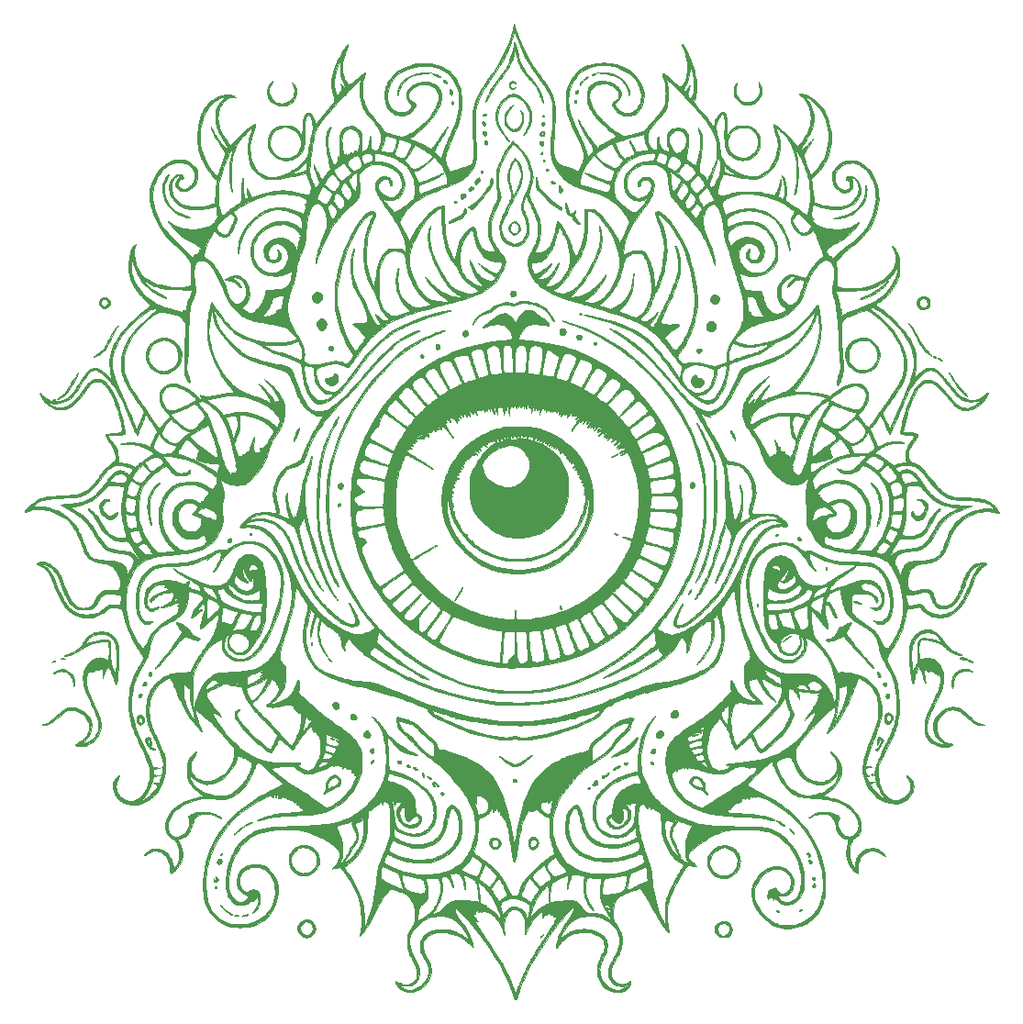
<source format=gbr>
%TF.GenerationSoftware,KiCad,Pcbnew,7.0.1*%
%TF.CreationDate,2023-09-06T22:19:43-07:00*%
%TF.ProjectId,flower_07,666c6f77-6572-45f3-9037-2e6b69636164,rev?*%
%TF.SameCoordinates,Original*%
%TF.FileFunction,Copper,L1,Top*%
%TF.FilePolarity,Positive*%
%FSLAX46Y46*%
G04 Gerber Fmt 4.6, Leading zero omitted, Abs format (unit mm)*
G04 Created by KiCad (PCBNEW 7.0.1) date 2023-09-06 22:19:43*
%MOMM*%
%LPD*%
G01*
G04 APERTURE LIST*
%TA.AperFunction,EtchedComponent*%
%ADD10C,0.010000*%
%TD*%
G04 APERTURE END LIST*
%TO.C,G\u002A\u002A\u002A*%
D10*
X53347752Y-30531086D02*
X53579801Y-30531086D01*
X53591149Y-30647153D01*
X53593730Y-30663204D01*
X53606482Y-30725960D01*
X53627250Y-30813632D01*
X53654084Y-30919267D01*
X53685033Y-31035914D01*
X53718146Y-31156621D01*
X53751473Y-31274436D01*
X53783061Y-31382407D01*
X53810961Y-31473582D01*
X53833222Y-31541009D01*
X53847892Y-31577737D01*
X53851685Y-31582421D01*
X53869868Y-31567618D01*
X53910029Y-31527303D01*
X53966150Y-31467714D01*
X54029192Y-31398458D01*
X54128630Y-31283193D01*
X54199441Y-31186532D01*
X54244364Y-31098646D01*
X54266138Y-31009708D01*
X54267501Y-30909890D01*
X54251193Y-30789365D01*
X54229258Y-30680596D01*
X54211491Y-30593509D01*
X54199202Y-30523107D01*
X54193913Y-30478762D01*
X54194827Y-30468451D01*
X54211740Y-30478711D01*
X54247159Y-30514670D01*
X54293550Y-30568650D01*
X54295420Y-30570944D01*
X54377304Y-30668120D01*
X54454413Y-30753289D01*
X54521513Y-30821172D01*
X54573369Y-30866487D01*
X54604745Y-30883952D01*
X54605746Y-30884000D01*
X54625910Y-30865098D01*
X54633000Y-30819302D01*
X54624155Y-30768011D01*
X54600216Y-30688954D01*
X54565082Y-30592201D01*
X54522650Y-30487821D01*
X54476816Y-30385883D01*
X54431479Y-30296456D01*
X54428652Y-30291334D01*
X54365053Y-30165635D01*
X54303244Y-30023926D01*
X54250478Y-29883930D01*
X54216380Y-29772750D01*
X54205969Y-29720885D01*
X54197127Y-29649771D01*
X54189612Y-29555232D01*
X54183183Y-29433089D01*
X54177598Y-29279166D01*
X54172615Y-29089285D01*
X54170155Y-28973582D01*
X54156750Y-28301414D01*
X54036458Y-28592582D01*
X53946370Y-28829282D01*
X53858277Y-29096133D01*
X53775768Y-29380983D01*
X53702435Y-29671681D01*
X53658834Y-29870438D01*
X53619301Y-30078574D01*
X53593322Y-30253555D01*
X53580340Y-30402139D01*
X53579801Y-30531086D01*
X53347752Y-30531086D01*
X53347086Y-30393461D01*
X53358034Y-30169673D01*
X53380391Y-29953055D01*
X53396621Y-29846834D01*
X53477651Y-29478107D01*
X53594869Y-29094302D01*
X53746565Y-28699208D01*
X53931028Y-28296612D01*
X54146549Y-27890301D01*
X54391418Y-27484062D01*
X54611841Y-27155181D01*
X54697757Y-27035165D01*
X54764093Y-26948517D01*
X54813345Y-26892484D01*
X54848007Y-26864311D01*
X54870574Y-26861244D01*
X54875085Y-26864529D01*
X54871232Y-26886635D01*
X54854641Y-26943244D01*
X54827051Y-27029075D01*
X54790202Y-27138851D01*
X54745834Y-27267292D01*
X54695686Y-27409120D01*
X54695006Y-27411021D01*
X54638351Y-27572606D01*
X54582009Y-27738967D01*
X54529070Y-27900562D01*
X54482624Y-28047848D01*
X54445761Y-28171283D01*
X54428175Y-28235074D01*
X54398088Y-28354343D01*
X54376620Y-28453087D01*
X54361960Y-28544560D01*
X54352296Y-28642010D01*
X54345818Y-28758691D01*
X54341994Y-28865755D01*
X54338629Y-29025425D01*
X54340109Y-29155376D01*
X54347004Y-29268007D01*
X54359885Y-29375715D01*
X54367749Y-29425661D01*
X54416907Y-29659533D01*
X54482772Y-29879624D01*
X54562602Y-30079337D01*
X54653655Y-30252073D01*
X54753187Y-30391234D01*
X54782531Y-30423625D01*
X54828353Y-30468455D01*
X54871407Y-30501275D01*
X54915200Y-30520492D01*
X54963240Y-30524512D01*
X55019035Y-30511742D01*
X55086091Y-30480587D01*
X55167916Y-30429455D01*
X55268017Y-30356751D01*
X55389901Y-30260882D01*
X55537076Y-30140255D01*
X55693406Y-30009750D01*
X55879554Y-29855318D01*
X56040966Y-29724828D01*
X56176528Y-29619110D01*
X56285129Y-29538990D01*
X56365656Y-29485299D01*
X56416995Y-29458863D01*
X56435528Y-29457328D01*
X56444760Y-29474866D01*
X56444167Y-29513141D01*
X56432890Y-29576335D01*
X56410070Y-29668631D01*
X56374847Y-29794212D01*
X56346839Y-29889167D01*
X56306654Y-30027194D01*
X56275132Y-30146507D01*
X56251249Y-30255461D01*
X56233980Y-30362410D01*
X56222302Y-30475709D01*
X56215189Y-30603713D01*
X56211618Y-30754776D01*
X56210563Y-30937255D01*
X56210586Y-31000417D01*
X56211334Y-31177600D01*
X56213399Y-31320460D01*
X56217255Y-31437001D01*
X56223377Y-31535225D01*
X56232242Y-31623133D01*
X56244324Y-31708730D01*
X56257106Y-31783584D01*
X56299181Y-31996934D01*
X56345576Y-32186937D01*
X56399501Y-32359678D01*
X56464168Y-32521239D01*
X56542789Y-32677705D01*
X56638575Y-32835161D01*
X56754739Y-32999689D01*
X56894491Y-33177375D01*
X57061043Y-33374301D01*
X57150982Y-33476917D01*
X57353608Y-33709104D01*
X57529345Y-33917370D01*
X57682110Y-34106829D01*
X57815816Y-34282597D01*
X57934381Y-34449791D01*
X58041719Y-34613525D01*
X58122819Y-34746613D01*
X58156366Y-34799485D01*
X58192736Y-34846092D01*
X58235590Y-34887949D01*
X58288589Y-34926572D01*
X58355396Y-34963477D01*
X58439671Y-35000180D01*
X58545077Y-35038198D01*
X58675276Y-35079046D01*
X58833928Y-35124240D01*
X59024697Y-35175297D01*
X59251242Y-35233733D01*
X59375656Y-35265326D01*
X59980228Y-35418332D01*
X60370489Y-35212453D01*
X60635811Y-35068244D01*
X60869756Y-34930888D01*
X61081127Y-34793913D01*
X61278727Y-34650844D01*
X61471360Y-34495211D01*
X61667830Y-34320539D01*
X61876941Y-34120356D01*
X61937521Y-34060283D01*
X62221005Y-33764679D01*
X62466469Y-33480898D01*
X62675641Y-33206192D01*
X62850246Y-32937812D01*
X62992012Y-32673010D01*
X63102666Y-32409037D01*
X63183933Y-32143145D01*
X63208192Y-32037584D01*
X63225849Y-31914941D01*
X63233741Y-31773048D01*
X63232116Y-31626415D01*
X63221217Y-31489551D01*
X63201291Y-31376964D01*
X63196722Y-31360250D01*
X63116492Y-31158140D01*
X63003047Y-30981162D01*
X62858647Y-30831351D01*
X62685551Y-30710740D01*
X62486021Y-30621363D01*
X62326476Y-30577326D01*
X62197138Y-30558307D01*
X62042067Y-30548414D01*
X61876877Y-30547686D01*
X61717180Y-30556160D01*
X61578590Y-30573876D01*
X61570056Y-30575468D01*
X61339743Y-30636725D01*
X61123816Y-30727841D01*
X60927792Y-30845108D01*
X60757190Y-30984815D01*
X60617528Y-31143254D01*
X60537946Y-31269245D01*
X60482631Y-31405485D01*
X60455186Y-31547956D01*
X60456481Y-31685423D01*
X60487387Y-31806653D01*
X60494974Y-31823453D01*
X60553809Y-31917021D01*
X60636759Y-31999191D01*
X60750269Y-32075364D01*
X60867658Y-32135728D01*
X60994244Y-32198611D01*
X61082880Y-32254635D01*
X61135716Y-32310507D01*
X61154901Y-32372933D01*
X61142587Y-32448622D01*
X61100924Y-32544281D01*
X61035819Y-32660267D01*
X60906433Y-32859520D01*
X60773767Y-33022304D01*
X60632085Y-33154415D01*
X60475651Y-33261645D01*
X60399406Y-33303076D01*
X60232664Y-33367932D01*
X60042318Y-33409055D01*
X59840606Y-33425238D01*
X59639765Y-33415275D01*
X59503343Y-33391417D01*
X59297710Y-33326618D01*
X59096337Y-33232552D01*
X58906642Y-33114545D01*
X58736042Y-32977925D01*
X58591955Y-32828018D01*
X58481799Y-32670150D01*
X58470642Y-32649854D01*
X58397125Y-32477756D01*
X58340626Y-32274451D01*
X58301170Y-32047504D01*
X58278782Y-31804483D01*
X58275572Y-31651919D01*
X58484514Y-31651919D01*
X58509427Y-31920081D01*
X58572864Y-32176623D01*
X58674754Y-32419551D01*
X58815022Y-32646867D01*
X58852012Y-32695846D01*
X58991287Y-32851740D01*
X59133357Y-32966527D01*
X59278233Y-33040864D01*
X59416670Y-33080577D01*
X59583099Y-33108780D01*
X59764342Y-33123815D01*
X59941338Y-33124269D01*
X60043495Y-33117779D01*
X60126979Y-33104676D01*
X60201002Y-33080706D01*
X60274774Y-33041614D01*
X60357506Y-32983148D01*
X60458409Y-32901052D01*
X60498624Y-32866888D01*
X60612865Y-32763763D01*
X60691606Y-32676146D01*
X60735542Y-32597593D01*
X60745371Y-32521661D01*
X60721789Y-32441907D01*
X60665493Y-32351888D01*
X60577180Y-32245160D01*
X60567071Y-32233829D01*
X60441850Y-32083474D01*
X60350215Y-31946614D01*
X60289018Y-31815703D01*
X60255112Y-31683197D01*
X60245348Y-31541549D01*
X60248211Y-31469569D01*
X60281503Y-31286547D01*
X60353971Y-31110665D01*
X60462678Y-30944776D01*
X60604683Y-30791729D01*
X60777048Y-30654375D01*
X60976834Y-30535567D01*
X61201102Y-30438154D01*
X61365405Y-30385778D01*
X61527961Y-30350949D01*
X61714842Y-30327045D01*
X61910613Y-30314945D01*
X62099843Y-30315531D01*
X62267099Y-30329681D01*
X62289552Y-30333062D01*
X62508784Y-30380380D01*
X62699334Y-30449398D01*
X62871521Y-30545363D01*
X63035668Y-30673519D01*
X63123528Y-30756882D01*
X63267327Y-30917963D01*
X63373440Y-31078372D01*
X63445471Y-31246773D01*
X63487024Y-31431833D01*
X63501704Y-31642215D01*
X63501834Y-31666347D01*
X63489426Y-31887989D01*
X63451020Y-32111858D01*
X63384838Y-32344481D01*
X63289102Y-32592382D01*
X63193244Y-32799584D01*
X63067646Y-33029814D01*
X62911443Y-33271047D01*
X62723280Y-33525004D01*
X62501800Y-33793410D01*
X62245648Y-34077988D01*
X61953468Y-34380461D01*
X61935694Y-34398284D01*
X61720545Y-34609107D01*
X61524164Y-34791398D01*
X61340121Y-34950645D01*
X61161992Y-35092335D01*
X60983348Y-35221958D01*
X60922554Y-35263447D01*
X60812809Y-35340327D01*
X60718650Y-35412288D01*
X60645192Y-35474970D01*
X60597549Y-35524012D01*
X60580834Y-35554789D01*
X60598832Y-35573602D01*
X60643672Y-35596241D01*
X60660209Y-35602510D01*
X60746903Y-35636186D01*
X60863809Y-35686132D01*
X61004850Y-35749382D01*
X61163952Y-35822973D01*
X61335041Y-35903940D01*
X61512041Y-35989316D01*
X61688877Y-36076137D01*
X61859475Y-36161438D01*
X62017759Y-36242253D01*
X62157655Y-36315619D01*
X62273089Y-36378570D01*
X62357984Y-36428140D01*
X62378328Y-36441100D01*
X62441238Y-36479983D01*
X62487958Y-36496810D01*
X62529317Y-36489266D01*
X62576145Y-36455038D01*
X62639269Y-36391810D01*
X62647021Y-36383670D01*
X62676785Y-36348127D01*
X62728410Y-36281665D01*
X62799265Y-36187892D01*
X62886719Y-36070419D01*
X62988140Y-35932855D01*
X63100898Y-35778809D01*
X63222361Y-35611891D01*
X63349899Y-35435710D01*
X63480879Y-35253876D01*
X63612672Y-35069997D01*
X63742646Y-34887685D01*
X63868170Y-34710548D01*
X63913428Y-34646375D01*
X63986384Y-34545440D01*
X64039164Y-34478899D01*
X64073506Y-34444926D01*
X64091151Y-34441698D01*
X64094500Y-34456370D01*
X64083924Y-34484396D01*
X64054156Y-34543389D01*
X64008133Y-34628228D01*
X63948794Y-34733792D01*
X63879077Y-34854961D01*
X63801919Y-34986614D01*
X63720260Y-35123629D01*
X63637038Y-35260887D01*
X63577235Y-35357894D01*
X63494420Y-35492680D01*
X63408581Y-35634993D01*
X63326182Y-35773934D01*
X63253689Y-35898605D01*
X63198863Y-35995750D01*
X63144864Y-36096607D01*
X63087119Y-36209224D01*
X63028639Y-36327177D01*
X62972430Y-36444040D01*
X62921503Y-36553389D01*
X62878865Y-36648798D01*
X62847525Y-36723842D01*
X62830492Y-36772096D01*
X62828645Y-36786395D01*
X62850242Y-36813702D01*
X62897422Y-36861756D01*
X62964178Y-36925271D01*
X63044502Y-36998960D01*
X63132388Y-37077536D01*
X63221829Y-37155714D01*
X63306816Y-37228208D01*
X63381343Y-37289730D01*
X63439403Y-37334994D01*
X63474988Y-37358715D01*
X63481591Y-37360987D01*
X63490964Y-37341732D01*
X63509401Y-37288536D01*
X63534709Y-37208267D01*
X63564693Y-37107793D01*
X63584714Y-37038209D01*
X63654885Y-36811412D01*
X63745484Y-36552527D01*
X63854929Y-36265631D01*
X63981642Y-35954798D01*
X64124042Y-35624106D01*
X64191495Y-35472838D01*
X64317971Y-35190845D01*
X64427957Y-34942648D01*
X64523205Y-34723845D01*
X64605471Y-34530031D01*
X64676508Y-34356804D01*
X64738069Y-34199759D01*
X64791909Y-34054493D01*
X64839780Y-33916603D01*
X64883438Y-33781686D01*
X64924635Y-33645337D01*
X64938817Y-33596393D01*
X65043076Y-33181660D01*
X65112382Y-32783263D01*
X65147408Y-32394673D01*
X65148826Y-32009361D01*
X65130334Y-31739635D01*
X65074335Y-31337154D01*
X64987608Y-30962877D01*
X64870485Y-30617209D01*
X64723298Y-30300552D01*
X64546377Y-30013308D01*
X64340054Y-29755882D01*
X64104661Y-29528675D01*
X63840530Y-29332092D01*
X63547992Y-29166533D01*
X63227378Y-29032404D01*
X62879021Y-28930107D01*
X62804964Y-28913267D01*
X62687664Y-28893734D01*
X62537641Y-28877720D01*
X62364385Y-28865525D01*
X62177383Y-28857447D01*
X61986124Y-28853784D01*
X61800097Y-28854836D01*
X61628790Y-28860901D01*
X61486456Y-28871772D01*
X61081647Y-28930813D01*
X60700468Y-29020221D01*
X60344333Y-29139149D01*
X60014656Y-29286746D01*
X59712849Y-29462164D01*
X59440325Y-29664553D01*
X59198498Y-29893065D01*
X58988781Y-30146850D01*
X58812587Y-30425060D01*
X58771578Y-30503000D01*
X58641658Y-30797679D01*
X58550556Y-31088723D01*
X58498199Y-31374135D01*
X58484514Y-31651919D01*
X58275572Y-31651919D01*
X58273489Y-31552954D01*
X58285316Y-31300482D01*
X58314288Y-31054635D01*
X58360432Y-30822977D01*
X58423772Y-30613077D01*
X58463405Y-30515282D01*
X58526616Y-30390570D01*
X58612856Y-30244269D01*
X58716197Y-30085672D01*
X58830712Y-29924071D01*
X58893945Y-29840334D01*
X59077041Y-29635146D01*
X59297910Y-29442972D01*
X59553584Y-29265315D01*
X59841097Y-29103678D01*
X60157482Y-28959564D01*
X60499773Y-28834475D01*
X60865003Y-28729916D01*
X61247584Y-28647862D01*
X61332135Y-28634479D01*
X61422823Y-28624385D01*
X61526998Y-28617190D01*
X61652007Y-28612504D01*
X61805200Y-28609937D01*
X61977834Y-28609110D01*
X62146677Y-28609318D01*
X62280859Y-28610656D01*
X62388045Y-28613618D01*
X62475902Y-28618701D01*
X62552095Y-28626400D01*
X62624292Y-28637210D01*
X62700159Y-28651628D01*
X62729250Y-28657670D01*
X63105924Y-28753195D01*
X63450196Y-28874466D01*
X63763962Y-29022411D01*
X64049113Y-29197959D01*
X64307545Y-29402038D01*
X64375204Y-29464256D01*
X64581674Y-29680216D01*
X64757517Y-29909052D01*
X64911253Y-30162415D01*
X64972166Y-30280750D01*
X65120273Y-30623838D01*
X65235007Y-30983398D01*
X65317023Y-31362524D01*
X65366974Y-31764311D01*
X65385515Y-32191854D01*
X65385667Y-32235891D01*
X65378563Y-32512577D01*
X65356533Y-32788100D01*
X65318500Y-33066340D01*
X65263386Y-33351178D01*
X65190113Y-33646496D01*
X65097604Y-33956174D01*
X64984781Y-34284094D01*
X64850568Y-34634136D01*
X64693885Y-35010182D01*
X64513656Y-35416113D01*
X64485741Y-35477167D01*
X64350063Y-35777556D01*
X64234021Y-36044870D01*
X64136247Y-36282788D01*
X64055374Y-36494990D01*
X63990034Y-36685156D01*
X63938860Y-36856966D01*
X63900484Y-37014099D01*
X63884442Y-37095013D01*
X63865821Y-37254030D01*
X63861978Y-37430474D01*
X63872412Y-37606519D01*
X63896618Y-37764336D01*
X63904244Y-37796823D01*
X63927108Y-37870838D01*
X63961917Y-37963904D01*
X64005518Y-38069426D01*
X64054757Y-38180809D01*
X64106482Y-38291461D01*
X64157539Y-38394788D01*
X64204775Y-38484196D01*
X64245038Y-38553090D01*
X64275174Y-38594878D01*
X64290330Y-38604218D01*
X64316990Y-38595448D01*
X64378450Y-38575967D01*
X64469058Y-38547542D01*
X64583161Y-38511941D01*
X64715107Y-38470934D01*
X64845917Y-38430409D01*
X65084073Y-38355668D01*
X65309646Y-38282792D01*
X65518308Y-38213288D01*
X65705732Y-38148661D01*
X65867591Y-38090418D01*
X65999560Y-38040066D01*
X66097311Y-37999112D01*
X66131864Y-37982699D01*
X66213055Y-37927676D01*
X66282107Y-37849100D01*
X66340749Y-37743175D01*
X66390708Y-37606108D01*
X66433714Y-37434104D01*
X66468175Y-37244584D01*
X66479573Y-37142741D01*
X66487738Y-37007216D01*
X66492724Y-36846535D01*
X66494582Y-36669221D01*
X66493365Y-36483799D01*
X66489126Y-36298793D01*
X66481918Y-36122728D01*
X66471794Y-35964128D01*
X66459474Y-35837000D01*
X66435131Y-35626381D01*
X66415461Y-35433924D01*
X66400011Y-35251119D01*
X66388330Y-35069454D01*
X66379969Y-34880417D01*
X66374474Y-34675499D01*
X66371396Y-34446187D01*
X66370282Y-34183970D01*
X66370261Y-34154250D01*
X66370775Y-33907716D01*
X66372814Y-33697539D01*
X66376777Y-33517761D01*
X66383061Y-33362419D01*
X66392062Y-33225555D01*
X66404177Y-33101207D01*
X66419805Y-32983416D01*
X66439341Y-32866221D01*
X66463183Y-32743662D01*
X66464743Y-32736084D01*
X66541423Y-32428870D01*
X66647311Y-32110278D01*
X66783266Y-31778662D01*
X66950148Y-31432374D01*
X67148816Y-31069767D01*
X67380132Y-30689193D01*
X67644954Y-30289007D01*
X67944142Y-29867560D01*
X68006137Y-29783334D01*
X68376227Y-29260845D01*
X68716060Y-28734943D01*
X69023880Y-28208873D01*
X69297933Y-27685881D01*
X69536464Y-27169214D01*
X69737717Y-26662119D01*
X69817400Y-26432639D01*
X69855502Y-26311754D01*
X69900163Y-26160602D01*
X69948321Y-25990142D01*
X69996913Y-25811332D01*
X70042876Y-25635132D01*
X70065579Y-25544709D01*
X70101820Y-25399798D01*
X70135276Y-25269382D01*
X70164507Y-25158810D01*
X70188071Y-25073435D01*
X70204527Y-25018606D01*
X70212371Y-24999667D01*
X70221852Y-25018958D01*
X70242232Y-25073260D01*
X70271664Y-25157213D01*
X70308302Y-25265459D01*
X70350300Y-25392638D01*
X70389259Y-25512959D01*
X70604102Y-26136196D01*
X70839846Y-26729637D01*
X71100746Y-27302406D01*
X71391056Y-27863630D01*
X71715028Y-28422432D01*
X71837183Y-28619167D01*
X71919501Y-28748641D01*
X71995407Y-28865653D01*
X72069570Y-28976919D01*
X72146662Y-29089151D01*
X72231352Y-29209063D01*
X72328312Y-29343369D01*
X72442210Y-29498784D01*
X72558675Y-29656334D01*
X72767785Y-29941564D01*
X72951450Y-30199395D01*
X73112126Y-30434263D01*
X73252274Y-30650604D01*
X73374352Y-30852851D01*
X73480818Y-31045442D01*
X73574133Y-31232810D01*
X73656755Y-31419391D01*
X73731142Y-31609621D01*
X73799754Y-31807935D01*
X73861225Y-32005834D01*
X73899058Y-32140160D01*
X73928746Y-32263830D01*
X73951192Y-32384915D01*
X73967300Y-32511486D01*
X73977974Y-32651612D01*
X73984116Y-32813364D01*
X73986630Y-33004813D01*
X73986791Y-33127667D01*
X73986301Y-33255817D01*
X73985146Y-33378954D01*
X73983149Y-33501314D01*
X73980133Y-33627132D01*
X73975919Y-33760644D01*
X73970331Y-33906087D01*
X73963190Y-34067697D01*
X73954320Y-34249710D01*
X73943543Y-34456361D01*
X73930681Y-34691887D01*
X73915557Y-34960524D01*
X73897993Y-35266508D01*
X73894990Y-35318417D01*
X73879992Y-35578822D01*
X73867433Y-35801049D01*
X73857194Y-35989172D01*
X73849158Y-36147270D01*
X73843204Y-36279418D01*
X73839215Y-36389694D01*
X73837071Y-36482174D01*
X73836654Y-36560935D01*
X73837844Y-36630053D01*
X73840524Y-36693605D01*
X73844574Y-36755668D01*
X73849875Y-36820318D01*
X73850890Y-36831834D01*
X73880894Y-37073868D01*
X73926121Y-37280412D01*
X73988983Y-37456324D01*
X74071894Y-37606462D01*
X74177268Y-37735684D01*
X74307516Y-37848850D01*
X74381500Y-37900139D01*
X74486924Y-37962896D01*
X74603187Y-38020441D01*
X74737285Y-38075546D01*
X74896210Y-38130980D01*
X75086957Y-38189513D01*
X75178013Y-38215623D01*
X75430562Y-38290832D01*
X75641470Y-38362272D01*
X75811247Y-38430130D01*
X75940399Y-38494591D01*
X75943351Y-38496299D01*
X76024192Y-38533853D01*
X76086604Y-38537300D01*
X76139358Y-38504972D01*
X76181246Y-38451084D01*
X76227722Y-38370710D01*
X76283782Y-38260238D01*
X76345020Y-38129522D01*
X76407031Y-37988419D01*
X76465410Y-37846784D01*
X76515750Y-37714473D01*
X76534707Y-37660308D01*
X76572077Y-37543046D01*
X76596227Y-37445752D01*
X76610681Y-37349512D01*
X76618959Y-37235410D01*
X76620595Y-37199025D01*
X76622826Y-37095641D01*
X76619932Y-36995999D01*
X76610703Y-36896633D01*
X76593929Y-36794078D01*
X76568400Y-36684870D01*
X76532908Y-36565544D01*
X76486241Y-36432634D01*
X76427191Y-36282676D01*
X76354548Y-36112206D01*
X76267102Y-35917758D01*
X76163643Y-35695867D01*
X76042962Y-35443070D01*
X75915984Y-35180834D01*
X75763514Y-34863803D01*
X75630446Y-34578650D01*
X75515005Y-34320595D01*
X75415419Y-34084860D01*
X75329914Y-33866665D01*
X75256715Y-33661232D01*
X75194048Y-33463782D01*
X75140140Y-33269534D01*
X75093218Y-33073712D01*
X75051506Y-32871535D01*
X75043897Y-32831334D01*
X75029401Y-32725682D01*
X75018096Y-32586681D01*
X75009992Y-32422798D01*
X75005097Y-32242502D01*
X75003419Y-32054263D01*
X75004001Y-31983655D01*
X75208412Y-31983655D01*
X75214902Y-32206427D01*
X75231144Y-32427661D01*
X75256511Y-32633277D01*
X75279366Y-32760403D01*
X75357532Y-33080889D01*
X75462228Y-33424296D01*
X75594104Y-33792402D01*
X75753810Y-34186986D01*
X75941995Y-34609825D01*
X76001206Y-34736334D01*
X76137792Y-35025650D01*
X76257443Y-35280228D01*
X76361657Y-35503438D01*
X76451929Y-35698652D01*
X76529757Y-35869242D01*
X76596638Y-36018579D01*
X76654067Y-36150034D01*
X76703543Y-36266978D01*
X76746562Y-36372784D01*
X76784620Y-36470822D01*
X76819215Y-36564464D01*
X76844368Y-36635501D01*
X76882745Y-36761074D01*
X76917023Y-36900558D01*
X76941452Y-37030026D01*
X76944729Y-37053211D01*
X76971849Y-37260507D01*
X77196328Y-37030295D01*
X77218164Y-37007153D01*
X77744091Y-37007153D01*
X77765653Y-37077806D01*
X77817554Y-37163595D01*
X77896560Y-37261634D01*
X77999434Y-37369037D01*
X78122942Y-37482920D01*
X78263848Y-37600396D01*
X78418917Y-37718579D01*
X78584914Y-37834584D01*
X78758603Y-37945525D01*
X78936749Y-38048516D01*
X79048750Y-38107483D01*
X79221472Y-38189296D01*
X79369273Y-38247776D01*
X79490011Y-38282312D01*
X79581539Y-38292297D01*
X79641716Y-38277123D01*
X79643219Y-38276134D01*
X79665542Y-38254967D01*
X79709607Y-38208467D01*
X79770451Y-38142236D01*
X79843110Y-38061874D01*
X79922621Y-37972983D01*
X80004021Y-37881164D01*
X80082347Y-37792019D01*
X80152636Y-37711149D01*
X80209923Y-37644155D01*
X80249246Y-37596639D01*
X80265642Y-37574202D01*
X80265834Y-37573477D01*
X80252734Y-37552652D01*
X80217076Y-37506869D01*
X80164318Y-37442908D01*
X80100486Y-37368197D01*
X79963853Y-37207801D01*
X79850696Y-37067102D01*
X79754295Y-36936129D01*
X79667930Y-36804909D01*
X79584882Y-36663471D01*
X79498429Y-36501841D01*
X79442492Y-36391749D01*
X79388858Y-36286656D01*
X79338637Y-36191764D01*
X79296228Y-36115131D01*
X79266028Y-36064815D01*
X79257542Y-36052844D01*
X79230706Y-36023365D01*
X79205474Y-36015050D01*
X79165874Y-36026176D01*
X79133378Y-36039458D01*
X79043851Y-36081665D01*
X78931722Y-36142038D01*
X78802393Y-36216988D01*
X78661263Y-36302927D01*
X78513732Y-36396269D01*
X78365200Y-36493425D01*
X78221068Y-36590807D01*
X78086735Y-36684827D01*
X77967603Y-36771898D01*
X77869070Y-36848431D01*
X77796537Y-36910839D01*
X77756104Y-36954522D01*
X77744091Y-37007153D01*
X77218164Y-37007153D01*
X77278766Y-36942930D01*
X77353095Y-36858944D01*
X77412801Y-36786081D01*
X77451368Y-36732085D01*
X77459311Y-36717729D01*
X77479409Y-36665196D01*
X77489778Y-36610088D01*
X77489017Y-36548956D01*
X77475726Y-36478350D01*
X77448504Y-36394824D01*
X77405952Y-36294928D01*
X77346669Y-36175213D01*
X77269255Y-36032230D01*
X77172309Y-35862532D01*
X77054431Y-35662669D01*
X76981339Y-35540586D01*
X76816250Y-35261829D01*
X76664896Y-34998084D01*
X76528603Y-34751962D01*
X76408698Y-34526070D01*
X76306509Y-34323018D01*
X76223361Y-34145414D01*
X76160582Y-33995867D01*
X76119498Y-33876986D01*
X76105133Y-33817815D01*
X76099113Y-33764283D01*
X76107561Y-33748599D01*
X76130770Y-33771096D01*
X76169031Y-33832106D01*
X76222636Y-33931960D01*
X76246123Y-33978231D01*
X76317848Y-34113121D01*
X76410380Y-34274562D01*
X76520181Y-34457256D01*
X76643713Y-34655903D01*
X76777437Y-34865205D01*
X76917817Y-35079863D01*
X77061314Y-35294578D01*
X77204391Y-35504052D01*
X77343509Y-35702985D01*
X77475130Y-35886078D01*
X77595717Y-36048034D01*
X77701732Y-36183552D01*
X77782660Y-36279546D01*
X77833289Y-36332558D01*
X77869965Y-36357969D01*
X77903955Y-36362181D01*
X77921994Y-36358711D01*
X77976603Y-36325507D01*
X78029619Y-36256987D01*
X78030967Y-36254703D01*
X78097075Y-36169579D01*
X78175417Y-36112850D01*
X78256805Y-36091056D01*
X78260912Y-36091000D01*
X78362240Y-36080223D01*
X78449255Y-36043545D01*
X78526114Y-35983326D01*
X79530004Y-35983326D01*
X79546747Y-36065300D01*
X79580932Y-36172918D01*
X79630705Y-36300666D01*
X79694212Y-36443029D01*
X79726847Y-36510533D01*
X79831603Y-36712646D01*
X79931456Y-36883582D01*
X80032806Y-37032963D01*
X80142053Y-37170408D01*
X80233082Y-37271511D01*
X80398114Y-37446605D01*
X80707682Y-37285176D01*
X80826495Y-37222792D01*
X80945809Y-37159397D01*
X81054564Y-37100919D01*
X81141699Y-37053284D01*
X81170709Y-37037078D01*
X81241204Y-36994387D01*
X81294625Y-36956554D01*
X81322220Y-36929984D01*
X81324167Y-36924821D01*
X81315382Y-36898185D01*
X81291020Y-36840201D01*
X81254063Y-36757569D01*
X81207499Y-36656986D01*
X81163327Y-36563908D01*
X81069124Y-36362829D01*
X80990254Y-36184735D01*
X80927590Y-36031995D01*
X80881999Y-35906984D01*
X80854352Y-35812071D01*
X80845518Y-35749629D01*
X80854912Y-35722801D01*
X80877326Y-35721107D01*
X80906625Y-35741810D01*
X80944400Y-35787427D01*
X80992241Y-35860476D01*
X81051736Y-35963474D01*
X81124478Y-36098941D01*
X81212054Y-36269393D01*
X81259011Y-36362742D01*
X81335032Y-36512713D01*
X81395210Y-36626777D01*
X81441117Y-36707612D01*
X81474321Y-36757899D01*
X81496394Y-36780315D01*
X81504594Y-36781650D01*
X81550153Y-36768875D01*
X81628737Y-36751617D01*
X81731472Y-36731444D01*
X81849485Y-36709921D01*
X81973902Y-36688616D01*
X82095849Y-36669097D01*
X82206453Y-36652929D01*
X82296840Y-36641680D01*
X82297834Y-36641574D01*
X82413588Y-36627580D01*
X82491928Y-36611740D01*
X82537707Y-36589857D01*
X82555778Y-36557731D01*
X82550994Y-36511162D01*
X82528209Y-36445951D01*
X82527108Y-36443188D01*
X82444160Y-36231340D01*
X82377549Y-36051154D01*
X82325366Y-35896094D01*
X82285702Y-35759624D01*
X82256647Y-35635206D01*
X82248570Y-35588019D01*
X82535997Y-35588019D01*
X82561378Y-35820420D01*
X82612291Y-36024656D01*
X82688020Y-36199183D01*
X82787845Y-36342453D01*
X82911049Y-36452921D01*
X83056914Y-36529041D01*
X83101311Y-36543869D01*
X83224644Y-36572864D01*
X83316918Y-36576636D01*
X83381217Y-36554987D01*
X83411528Y-36524157D01*
X83425347Y-36498199D01*
X83434029Y-36465598D01*
X83437927Y-36418688D01*
X83437394Y-36349801D01*
X83432785Y-36251272D01*
X83427891Y-36169615D01*
X83416064Y-35944824D01*
X83411403Y-35759614D01*
X83414135Y-35611803D01*
X83424488Y-35499211D01*
X83442689Y-35419658D01*
X83468965Y-35370964D01*
X83503543Y-35350946D01*
X83513273Y-35350167D01*
X83526610Y-35358890D01*
X83535216Y-35389209D01*
X83539855Y-35447345D01*
X83541291Y-35539521D01*
X83541197Y-35577709D01*
X83551644Y-35793347D01*
X83584190Y-35992420D01*
X83637107Y-36169445D01*
X83708665Y-36318938D01*
X83797138Y-36435416D01*
X83817781Y-36455238D01*
X83893927Y-36512288D01*
X83995338Y-36572011D01*
X84111253Y-36629677D01*
X84230909Y-36680559D01*
X84343542Y-36719927D01*
X84438389Y-36743054D01*
X84482273Y-36747167D01*
X84521505Y-36744409D01*
X84535710Y-36728008D01*
X84532035Y-36685770D01*
X84528801Y-36667792D01*
X84516072Y-36617042D01*
X84492196Y-36537425D01*
X84460581Y-36439823D01*
X84424638Y-36335120D01*
X84424389Y-36334417D01*
X84362832Y-36145336D01*
X84321357Y-35977879D01*
X84297693Y-35817722D01*
X84289887Y-35657084D01*
X84509750Y-35657084D01*
X84510757Y-35771290D01*
X84515141Y-35856765D01*
X84524950Y-35927089D01*
X84542229Y-35995844D01*
X84569025Y-36076610D01*
X84575869Y-36095854D01*
X84640754Y-36252794D01*
X84719336Y-36403537D01*
X84807492Y-36542990D01*
X84901096Y-36666060D01*
X84996026Y-36767656D01*
X85088158Y-36842684D01*
X85173367Y-36886053D01*
X85222915Y-36894852D01*
X85262945Y-36884841D01*
X85318987Y-36859279D01*
X85336676Y-36849354D01*
X85393212Y-36820901D01*
X85436582Y-36815734D01*
X85477146Y-36826982D01*
X85521123Y-36839496D01*
X85547989Y-36828131D01*
X85575052Y-36785627D01*
X85646019Y-36677836D01*
X85720004Y-36608399D01*
X85776214Y-36582832D01*
X85816157Y-36567044D01*
X85849811Y-36536029D01*
X85885363Y-36480540D01*
X85912235Y-36429223D01*
X85979711Y-36267667D01*
X86035142Y-36081098D01*
X86074653Y-35886040D01*
X86094368Y-35699019D01*
X86095846Y-35646500D01*
X86095456Y-35549297D01*
X86090468Y-35479077D01*
X86077585Y-35420507D01*
X86053505Y-35358256D01*
X86017427Y-35282098D01*
X85911622Y-35101512D01*
X85790692Y-34958417D01*
X85657364Y-34853375D01*
X85514366Y-34786943D01*
X85364426Y-34759683D01*
X85210271Y-34772154D01*
X85054629Y-34824916D01*
X84900226Y-34918529D01*
X84775427Y-35027194D01*
X84703019Y-35105750D01*
X84635031Y-35190112D01*
X84582980Y-35265661D01*
X84570931Y-35286796D01*
X84544770Y-35339188D01*
X84527356Y-35385187D01*
X84516919Y-35435496D01*
X84511692Y-35500814D01*
X84509906Y-35591845D01*
X84509750Y-35657084D01*
X84289887Y-35657084D01*
X84289568Y-35650540D01*
X84292664Y-35503618D01*
X84310589Y-35307226D01*
X84347476Y-35143706D01*
X84406447Y-35006670D01*
X84490624Y-34889732D01*
X84603128Y-34786505D01*
X84664898Y-34742105D01*
X84841099Y-34646954D01*
X85034936Y-34583383D01*
X85237855Y-34552138D01*
X85441307Y-34553967D01*
X85636739Y-34589616D01*
X85784369Y-34644306D01*
X85896348Y-34715791D01*
X86006533Y-34819456D01*
X86107638Y-34945508D01*
X86192374Y-35084152D01*
X86253455Y-35225594D01*
X86274866Y-35303584D01*
X86290621Y-35408881D01*
X86297807Y-35535840D01*
X86296214Y-35687415D01*
X86285633Y-35866562D01*
X86265855Y-36076238D01*
X86236671Y-36319397D01*
X86197873Y-36598996D01*
X86170236Y-36783233D01*
X86145347Y-36948595D01*
X86127367Y-37077966D01*
X86116006Y-37177075D01*
X86110970Y-37251647D01*
X86111968Y-37307409D01*
X86118708Y-37350087D01*
X86130898Y-37385408D01*
X86138704Y-37401632D01*
X86187333Y-37468421D01*
X86271541Y-37551340D01*
X86388756Y-37648167D01*
X86536407Y-37756678D01*
X86599985Y-37800530D01*
X86727968Y-37885918D01*
X86825641Y-37947430D01*
X86896345Y-37986871D01*
X86943424Y-38006044D01*
X86970221Y-38006753D01*
X86975321Y-38003093D01*
X86987321Y-37975670D01*
X87007889Y-37913304D01*
X87035303Y-37822119D01*
X87067839Y-37708234D01*
X87103775Y-37577772D01*
X87141388Y-37436853D01*
X87178955Y-37291600D01*
X87206660Y-37181084D01*
X87284836Y-36837059D01*
X87341706Y-36522426D01*
X87378107Y-36230492D01*
X87394872Y-35954567D01*
X87392883Y-35689029D01*
X87383151Y-35523666D01*
X87367364Y-35376420D01*
X87343138Y-35234313D01*
X87308090Y-35084367D01*
X87259837Y-34913603D01*
X87236387Y-34836828D01*
X87208053Y-34740303D01*
X87187094Y-34658562D01*
X87175429Y-34599918D01*
X87174976Y-34572685D01*
X87175334Y-34572244D01*
X87198433Y-34575805D01*
X87235358Y-34609856D01*
X87280555Y-34667253D01*
X87328472Y-34740848D01*
X87373554Y-34823497D01*
X87378510Y-34833683D01*
X87451589Y-35023876D01*
X87506085Y-35248922D01*
X87542036Y-35505657D01*
X87559478Y-35790917D01*
X87558448Y-36101537D01*
X87538985Y-36434354D01*
X87501125Y-36786201D01*
X87444907Y-37153915D01*
X87370366Y-37534332D01*
X87345288Y-37646750D01*
X87301632Y-37850819D01*
X87272458Y-38021548D01*
X87257268Y-38165193D01*
X87255564Y-38288009D01*
X87266847Y-38396249D01*
X87280440Y-38459936D01*
X87319600Y-38583340D01*
X87370190Y-38677390D01*
X87441425Y-38755005D01*
X87542524Y-38829105D01*
X87544876Y-38830616D01*
X87677164Y-38927339D01*
X87777535Y-39030750D01*
X87856139Y-39152285D01*
X87887434Y-39216652D01*
X87920091Y-39283333D01*
X87948817Y-39331327D01*
X87967598Y-39350633D01*
X87968079Y-39350667D01*
X87993822Y-39335521D01*
X88029772Y-39298458D01*
X88034625Y-39292459D01*
X88060846Y-39251656D01*
X88102104Y-39177954D01*
X88155689Y-39076886D01*
X88218890Y-38953984D01*
X88288997Y-38814783D01*
X88363298Y-38664816D01*
X88439085Y-38509616D01*
X88513646Y-38354716D01*
X88584270Y-38205652D01*
X88648247Y-38067955D01*
X88702867Y-37947159D01*
X88745419Y-37848797D01*
X88762997Y-37805500D01*
X88815505Y-37672891D01*
X88854324Y-37579770D01*
X88880335Y-37525883D01*
X88894423Y-37510972D01*
X88897470Y-37534782D01*
X88890361Y-37597055D01*
X88873979Y-37697536D01*
X88859823Y-37777402D01*
X88821334Y-37953450D01*
X88763359Y-38163771D01*
X88686802Y-38405537D01*
X88592566Y-38675920D01*
X88481555Y-38972092D01*
X88461945Y-39022584D01*
X88385361Y-39221049D01*
X88324660Y-39384977D01*
X88279164Y-39518786D01*
X88248192Y-39626897D01*
X88231065Y-39713730D01*
X88227105Y-39783705D01*
X88235632Y-39841243D01*
X88255967Y-39890764D01*
X88287430Y-39936687D01*
X88316393Y-39969792D01*
X88376569Y-40015748D01*
X88439207Y-40022995D01*
X88509954Y-39991392D01*
X88546431Y-39964055D01*
X88596450Y-39914502D01*
X88656336Y-39843189D01*
X88714045Y-39764575D01*
X88720084Y-39755591D01*
X88781972Y-39654531D01*
X88852355Y-39526611D01*
X88926623Y-39381534D01*
X89000171Y-39229001D01*
X89068390Y-39078715D01*
X89126673Y-38940379D01*
X89170413Y-38823696D01*
X89185959Y-38774527D01*
X89250448Y-38488911D01*
X89277246Y-38216078D01*
X89269669Y-38035209D01*
X89511430Y-38035209D01*
X89519095Y-38081322D01*
X89528717Y-38117095D01*
X89546173Y-38189083D01*
X89563487Y-38283355D01*
X89577021Y-38380008D01*
X89577448Y-38383781D01*
X89589155Y-38472099D01*
X89603574Y-38531474D01*
X89625644Y-38575239D01*
X89660306Y-38616725D01*
X89665921Y-38622571D01*
X89758977Y-38695113D01*
X89882046Y-38750388D01*
X90037655Y-38789061D01*
X90228333Y-38811794D01*
X90414439Y-38819026D01*
X90646462Y-38821500D01*
X90439061Y-38695047D01*
X90260263Y-38582613D01*
X90101402Y-38474374D01*
X89947352Y-38359432D01*
X89782988Y-38226886D01*
X89742807Y-38193328D01*
X89662945Y-38127337D01*
X89594315Y-38072605D01*
X89543550Y-38034279D01*
X89517281Y-38017507D01*
X89515809Y-38017167D01*
X89511430Y-38035209D01*
X89269669Y-38035209D01*
X89266425Y-37957795D01*
X89218061Y-37715828D01*
X89132883Y-37493292D01*
X89085656Y-37410055D01*
X89043322Y-37366987D01*
X89003351Y-37362583D01*
X88964909Y-37393262D01*
X88937743Y-37414075D01*
X88925276Y-37412612D01*
X88922106Y-37389022D01*
X88919220Y-37328309D01*
X88916718Y-37235681D01*
X88914699Y-37116350D01*
X88913262Y-36975523D01*
X88912507Y-36818411D01*
X88912417Y-36740059D01*
X88912204Y-36551248D01*
X88911351Y-36398781D01*
X88909535Y-36276667D01*
X88906432Y-36178917D01*
X88901718Y-36099542D01*
X88895072Y-36032551D01*
X88886170Y-35971957D01*
X88874688Y-35911769D01*
X88865404Y-35868750D01*
X88798324Y-35609459D01*
X88711718Y-35350866D01*
X88603954Y-35090333D01*
X88473398Y-34825226D01*
X88318416Y-34552907D01*
X88137374Y-34270741D01*
X87928639Y-33976090D01*
X87690576Y-33666320D01*
X87421553Y-33338793D01*
X87119935Y-32990874D01*
X86996192Y-32852500D01*
X86753191Y-32584110D01*
X86511788Y-32319882D01*
X86273702Y-32061574D01*
X86040651Y-31810947D01*
X85814353Y-31569758D01*
X85596527Y-31339768D01*
X85400030Y-31134379D01*
X85790334Y-31134379D01*
X85796703Y-31164746D01*
X85823572Y-31177841D01*
X85871190Y-31180334D01*
X85941320Y-31167025D01*
X86014068Y-31125159D01*
X86092665Y-31051827D01*
X86180342Y-30944121D01*
X86259612Y-30830620D01*
X86329411Y-30730568D01*
X86382992Y-30664321D01*
X86419380Y-30632676D01*
X86437597Y-30636430D01*
X86436669Y-30676379D01*
X86434229Y-30688209D01*
X86422516Y-30730738D01*
X86400388Y-30803107D01*
X86371049Y-30895074D01*
X86338751Y-30993266D01*
X86291231Y-31137856D01*
X86257122Y-31249479D01*
X86235502Y-31335001D01*
X86225451Y-31401287D01*
X86226046Y-31455203D01*
X86236368Y-31503617D01*
X86255494Y-31553393D01*
X86261743Y-31567290D01*
X86304208Y-31646718D01*
X86354987Y-31722213D01*
X86406843Y-31784825D01*
X86452541Y-31825605D01*
X86479366Y-31836500D01*
X86509152Y-31820899D01*
X86548754Y-31781955D01*
X86561145Y-31766621D01*
X86625837Y-31662211D01*
X86687066Y-31526473D01*
X86740248Y-31370399D01*
X86764862Y-31277988D01*
X86787892Y-31142888D01*
X86801709Y-30973993D01*
X86806640Y-30778751D01*
X86803008Y-30564612D01*
X86791139Y-30339027D01*
X86771358Y-30109443D01*
X86743989Y-29883312D01*
X86709358Y-29668082D01*
X86690426Y-29571667D01*
X86670607Y-29485898D01*
X86644847Y-29387202D01*
X86615196Y-29281995D01*
X86583705Y-29176698D01*
X86552424Y-29077728D01*
X86523404Y-28991505D01*
X86498695Y-28924448D01*
X86480350Y-28882975D01*
X86470417Y-28873504D01*
X86469281Y-28879471D01*
X86463088Y-28962548D01*
X86451028Y-29075616D01*
X86434711Y-29206999D01*
X86415750Y-29345020D01*
X86395753Y-29478003D01*
X86376332Y-29594272D01*
X86359097Y-29682149D01*
X86357750Y-29688084D01*
X86273624Y-29990186D01*
X86155852Y-30311625D01*
X86003725Y-30654293D01*
X85968435Y-30726920D01*
X85912424Y-30842951D01*
X85863638Y-30948489D01*
X85825048Y-31036740D01*
X85799623Y-31100907D01*
X85790335Y-31134194D01*
X85790334Y-31134379D01*
X85400030Y-31134379D01*
X85388891Y-31122736D01*
X85193164Y-30920420D01*
X85011064Y-30734580D01*
X84844309Y-30566976D01*
X84694618Y-30419366D01*
X84563708Y-30293510D01*
X84453300Y-30191167D01*
X84365110Y-30114096D01*
X84300857Y-30064056D01*
X84262260Y-30042806D01*
X84252745Y-30043866D01*
X84252518Y-30068245D01*
X84261606Y-30124478D01*
X84278338Y-30203538D01*
X84295398Y-30274360D01*
X84329525Y-30429826D01*
X84356244Y-30599294D01*
X84376060Y-30788592D01*
X84389474Y-31003550D01*
X84396989Y-31249996D01*
X84399097Y-31476667D01*
X84396647Y-31736442D01*
X84386922Y-31968846D01*
X84367824Y-32178738D01*
X84337259Y-32370975D01*
X84293129Y-32550414D01*
X84233338Y-32721912D01*
X84155792Y-32890329D01*
X84058393Y-33060520D01*
X83939046Y-33237344D01*
X83795654Y-33425658D01*
X83626122Y-33630319D01*
X83428353Y-33856186D01*
X83320678Y-33975880D01*
X83148910Y-34167305D01*
X83004560Y-34332953D01*
X82885180Y-34477052D01*
X82788323Y-34603826D01*
X82711539Y-34717502D01*
X82652382Y-34822306D01*
X82608403Y-34922463D01*
X82577155Y-35022200D01*
X82556190Y-35125743D01*
X82543058Y-35237317D01*
X82536869Y-35329000D01*
X82535997Y-35588019D01*
X82248570Y-35588019D01*
X82236294Y-35516303D01*
X82223331Y-35403084D01*
X82211298Y-35295953D01*
X82196360Y-35224620D01*
X82175677Y-35182547D01*
X82146414Y-35163199D01*
X82117657Y-35159667D01*
X82087043Y-35165180D01*
X82020017Y-35180960D01*
X81920931Y-35205867D01*
X81794140Y-35238761D01*
X81643999Y-35278503D01*
X81474862Y-35323953D01*
X81291083Y-35373972D01*
X81139443Y-35415681D01*
X80845172Y-35497163D01*
X80589121Y-35568505D01*
X80368629Y-35630562D01*
X80181036Y-35684189D01*
X80023681Y-35730244D01*
X79893905Y-35769580D01*
X79789046Y-35803055D01*
X79706444Y-35831523D01*
X79643438Y-35855841D01*
X79597369Y-35876864D01*
X79565575Y-35895447D01*
X79545397Y-35912447D01*
X79534173Y-35928720D01*
X79532555Y-35932511D01*
X79530004Y-35983326D01*
X78526114Y-35983326D01*
X78537351Y-35974522D01*
X78596240Y-35928406D01*
X78687401Y-35870132D01*
X78812717Y-35798607D01*
X78974072Y-35712738D01*
X79097882Y-35649365D01*
X79229362Y-35582149D01*
X79350575Y-35518807D01*
X79455599Y-35462545D01*
X79538512Y-35416566D01*
X79593392Y-35384075D01*
X79611510Y-35371465D01*
X79644868Y-35339964D01*
X79647625Y-35321256D01*
X79622593Y-35301780D01*
X79503746Y-35223903D01*
X79402391Y-35153337D01*
X79306991Y-35081310D01*
X79206010Y-34999051D01*
X79087909Y-34897788D01*
X79065503Y-34878231D01*
X78940232Y-34765778D01*
X78796362Y-34631744D01*
X78639767Y-34481998D01*
X78476321Y-34322411D01*
X78311897Y-34158852D01*
X78152368Y-33997191D01*
X78003608Y-33843298D01*
X77871490Y-33703044D01*
X77761889Y-33582298D01*
X77716309Y-33529834D01*
X77586704Y-33370638D01*
X77461425Y-33203844D01*
X77345667Y-33037203D01*
X77244623Y-32878467D01*
X77163484Y-32735390D01*
X77112793Y-32628882D01*
X77060014Y-32496629D01*
X77020331Y-32380991D01*
X76991929Y-32271767D01*
X76972992Y-32158753D01*
X76961706Y-32031747D01*
X76956256Y-31880546D01*
X76954895Y-31741250D01*
X76960204Y-31480561D01*
X76979074Y-31256464D01*
X77013430Y-31064847D01*
X77065201Y-30901600D01*
X77136313Y-30762611D01*
X77228693Y-30643768D01*
X77344268Y-30540960D01*
X77484965Y-30450076D01*
X77584194Y-30398617D01*
X77842202Y-30295428D01*
X78102602Y-30233989D01*
X78368721Y-30213730D01*
X78585659Y-30226520D01*
X78839303Y-30270484D01*
X79083575Y-30341229D01*
X79312462Y-30435761D01*
X79519953Y-30551086D01*
X79700037Y-30684213D01*
X79846702Y-30832146D01*
X79875798Y-30868908D01*
X79954820Y-30979731D01*
X80008477Y-31073590D01*
X80041406Y-31163390D01*
X80058243Y-31262036D01*
X80063621Y-31382433D01*
X80063688Y-31392000D01*
X80062900Y-31491225D01*
X80057535Y-31562143D01*
X80044960Y-31618739D01*
X80022545Y-31674995D01*
X80002852Y-31715244D01*
X79960491Y-31785316D01*
X79898483Y-31871415D01*
X79827145Y-31959661D01*
X79790517Y-32000994D01*
X79680097Y-32123588D01*
X79598446Y-32220296D01*
X79543344Y-32294071D01*
X79512569Y-32347865D01*
X79503834Y-32382176D01*
X79518410Y-32432726D01*
X79558455Y-32504584D01*
X79618440Y-32590222D01*
X79692834Y-32682115D01*
X79776111Y-32772737D01*
X79827746Y-32823095D01*
X80012426Y-32979408D01*
X80189552Y-33095628D01*
X80362842Y-33172470D01*
X80536015Y-33210648D01*
X80712788Y-33210874D01*
X80896881Y-33173861D01*
X81092010Y-33100325D01*
X81144250Y-33075683D01*
X81330090Y-32961820D01*
X81492638Y-32815714D01*
X81630810Y-32641162D01*
X81743521Y-32441959D01*
X81829689Y-32221903D01*
X81888229Y-31984791D01*
X81918057Y-31734418D01*
X81918090Y-31474583D01*
X81887243Y-31209080D01*
X81824434Y-30941709D01*
X81786679Y-30825265D01*
X81741649Y-30702582D01*
X81699449Y-30602017D01*
X81652935Y-30509209D01*
X81594965Y-30409795D01*
X81526013Y-30301138D01*
X81323905Y-30028003D01*
X81086744Y-29776454D01*
X80816843Y-29548188D01*
X80516520Y-29344898D01*
X80188089Y-29168283D01*
X79833865Y-29020037D01*
X79724792Y-28981975D01*
X79358836Y-28876938D01*
X78995451Y-28808291D01*
X78624301Y-28774554D01*
X78265890Y-28773118D01*
X77878951Y-28804365D01*
X77514650Y-28871189D01*
X77173259Y-28973429D01*
X76855052Y-29110925D01*
X76560302Y-29283514D01*
X76289282Y-29491037D01*
X76042266Y-29733333D01*
X75819527Y-30010240D01*
X75621339Y-30321598D01*
X75614542Y-30333667D01*
X75526432Y-30511982D01*
X75442717Y-30721454D01*
X75366839Y-30950917D01*
X75302242Y-31189205D01*
X75252370Y-31425152D01*
X75227199Y-31589818D01*
X75212302Y-31773425D01*
X75208412Y-31983655D01*
X75004001Y-31983655D01*
X75004968Y-31866548D01*
X75009752Y-31687826D01*
X75017779Y-31526566D01*
X75029057Y-31391237D01*
X75042344Y-31296750D01*
X75134231Y-30910750D01*
X75258831Y-30549806D01*
X75415304Y-30214941D01*
X75602807Y-29907182D01*
X75820498Y-29627552D01*
X76067535Y-29377078D01*
X76343075Y-29156784D01*
X76646276Y-28967694D01*
X76976296Y-28810835D01*
X77134366Y-28750671D01*
X77435749Y-28663074D01*
X77763005Y-28602171D01*
X78109291Y-28567790D01*
X78467766Y-28559758D01*
X78831587Y-28577900D01*
X79193912Y-28622045D01*
X79547899Y-28692019D01*
X79886706Y-28787648D01*
X79988692Y-28822876D01*
X80315966Y-28959868D01*
X80626349Y-29126603D01*
X80916941Y-29320029D01*
X81184843Y-29537092D01*
X81427156Y-29774740D01*
X81640980Y-30029920D01*
X81823417Y-30299579D01*
X81971566Y-30580663D01*
X82082529Y-30870120D01*
X82138799Y-31086961D01*
X82179513Y-31366386D01*
X82187807Y-31645663D01*
X82165178Y-31920269D01*
X82113120Y-32185679D01*
X82033128Y-32437372D01*
X81926696Y-32670823D01*
X81795319Y-32881508D01*
X81640491Y-33064906D01*
X81463709Y-33216491D01*
X81426672Y-33242047D01*
X81283412Y-33324487D01*
X81134394Y-33382722D01*
X80969041Y-33419769D01*
X80776778Y-33438647D01*
X80730659Y-33440632D01*
X80563629Y-33442193D01*
X80424091Y-33432037D01*
X80298141Y-33407313D01*
X80171879Y-33365173D01*
X80031401Y-33302768D01*
X80012087Y-33293370D01*
X79925922Y-33248091D01*
X79851347Y-33200480D01*
X79777616Y-33142354D01*
X79693984Y-33065534D01*
X79629959Y-33002437D01*
X79483519Y-32842583D01*
X79376308Y-32695171D01*
X79307621Y-32558593D01*
X79276753Y-32431241D01*
X79282999Y-32311509D01*
X79300634Y-32251845D01*
X79327345Y-32191548D01*
X79360193Y-32143692D01*
X79407100Y-32101361D01*
X79475992Y-32057641D01*
X79574791Y-32005615D01*
X79593441Y-31996288D01*
X79697182Y-31941703D01*
X79768956Y-31892672D01*
X79814522Y-31839573D01*
X79839637Y-31772784D01*
X79850062Y-31682683D01*
X79851591Y-31564940D01*
X79843101Y-31399839D01*
X79817611Y-31263273D01*
X79771458Y-31143599D01*
X79700982Y-31029175D01*
X79670370Y-30988818D01*
X79540711Y-30855597D01*
X79376855Y-30737215D01*
X79185191Y-30636489D01*
X78972112Y-30556235D01*
X78744009Y-30499268D01*
X78507273Y-30468403D01*
X78485976Y-30467015D01*
X78253870Y-30472099D01*
X78033361Y-30513911D01*
X77828325Y-30589884D01*
X77642641Y-30697447D01*
X77480185Y-30834031D01*
X77344835Y-30997068D01*
X77240468Y-31183987D01*
X77188102Y-31327050D01*
X77168739Y-31425607D01*
X77157704Y-31552319D01*
X77155060Y-31693824D01*
X77160873Y-31836757D01*
X77175207Y-31967756D01*
X77184749Y-32020654D01*
X77260534Y-32290770D01*
X77375381Y-32569750D01*
X77527625Y-32854908D01*
X77715602Y-33143554D01*
X77937646Y-33433001D01*
X78192093Y-33720560D01*
X78316786Y-33848694D01*
X78727800Y-34235037D01*
X79153999Y-34587463D01*
X79302750Y-34700049D01*
X79494303Y-34837671D01*
X79667958Y-34952654D01*
X79835756Y-35052291D01*
X80009734Y-35143875D01*
X80133803Y-35203456D01*
X80372190Y-35314378D01*
X80948720Y-35181146D01*
X81207610Y-35120877D01*
X81428869Y-35067975D01*
X81616252Y-35020908D01*
X81773516Y-34978142D01*
X81904414Y-34938141D01*
X82012704Y-34899373D01*
X82102140Y-34860303D01*
X82176479Y-34819397D01*
X82239475Y-34775122D01*
X82294884Y-34725943D01*
X82346462Y-34670325D01*
X82397964Y-34606736D01*
X82417520Y-34581188D01*
X82515176Y-34457957D01*
X82643208Y-34305861D01*
X82801331Y-34125227D01*
X82989259Y-33916378D01*
X83206709Y-33679641D01*
X83228200Y-33656457D01*
X83434502Y-33429738D01*
X83610641Y-33224683D01*
X83758811Y-33035661D01*
X83881206Y-32857039D01*
X83980020Y-32683186D01*
X84057446Y-32508468D01*
X84115680Y-32327253D01*
X84156913Y-32133909D01*
X84183341Y-31922804D01*
X84197158Y-31688305D01*
X84200556Y-31424779D01*
X84196798Y-31169750D01*
X84190374Y-30956488D01*
X84181126Y-30777406D01*
X84167600Y-30624376D01*
X84148341Y-30489266D01*
X84121892Y-30363946D01*
X84086799Y-30240287D01*
X84041607Y-30110158D01*
X83984860Y-29965429D01*
X83978379Y-29949560D01*
X83926520Y-29810100D01*
X83895073Y-29696010D01*
X83884489Y-29610211D01*
X83895217Y-29555623D01*
X83915031Y-29537775D01*
X83958594Y-29539097D01*
X84025808Y-29568032D01*
X84117492Y-29625184D01*
X84234469Y-29711157D01*
X84377560Y-29826553D01*
X84547586Y-29971977D01*
X84745017Y-30147714D01*
X84933819Y-30315831D01*
X85095841Y-30454428D01*
X85233125Y-30564991D01*
X85347713Y-30649005D01*
X85441647Y-30707958D01*
X85516969Y-30743334D01*
X85575721Y-30756620D01*
X85581997Y-30756802D01*
X85641710Y-30737246D01*
X85709083Y-30681199D01*
X85781243Y-30593171D01*
X85855316Y-30477671D01*
X85928429Y-30339210D01*
X85997708Y-30182299D01*
X86060279Y-30011446D01*
X86063902Y-30000406D01*
X86141283Y-29730277D01*
X86191450Y-29472107D01*
X86217232Y-29208030D01*
X86222279Y-29000167D01*
X86202917Y-28592782D01*
X86147055Y-28193700D01*
X86055854Y-27807706D01*
X85930474Y-27439587D01*
X85772075Y-27094127D01*
X85750043Y-27052834D01*
X85713598Y-26980470D01*
X85684832Y-26914063D01*
X85672822Y-26878209D01*
X85667504Y-26836239D01*
X85684385Y-26821219D01*
X85701831Y-26820000D01*
X85736989Y-26830230D01*
X85776983Y-26862889D01*
X85823764Y-26920931D01*
X85879287Y-27007309D01*
X85945502Y-27124979D01*
X86024364Y-27276893D01*
X86086613Y-27402084D01*
X86236981Y-27721459D01*
X86379918Y-28050511D01*
X86513224Y-28382947D01*
X86634698Y-28712473D01*
X86742143Y-29032797D01*
X86833357Y-29337626D01*
X86906142Y-29620666D01*
X86958299Y-29875625D01*
X86964784Y-29914650D01*
X86994316Y-30141683D01*
X87014816Y-30389681D01*
X87025527Y-30642385D01*
X87025692Y-30883537D01*
X87017893Y-31054832D01*
X87001534Y-31244475D01*
X86980202Y-31406895D01*
X86950867Y-31557160D01*
X86910495Y-31710336D01*
X86856057Y-31881488D01*
X86845040Y-31913883D01*
X86756877Y-32171182D01*
X87009147Y-32461827D01*
X87245015Y-32734196D01*
X87454444Y-32977464D01*
X87639321Y-33193986D01*
X87801536Y-33386119D01*
X87942978Y-33556219D01*
X88065535Y-33706642D01*
X88171096Y-33839745D01*
X88261551Y-33957882D01*
X88338788Y-34063411D01*
X88404696Y-34158688D01*
X88461164Y-34246068D01*
X88510081Y-34327908D01*
X88521993Y-34348924D01*
X88568943Y-34430920D01*
X88600169Y-34479757D01*
X88619478Y-34499833D01*
X88630680Y-34495548D01*
X88635751Y-34480338D01*
X88644641Y-34438569D01*
X88659368Y-34366721D01*
X88677597Y-34276254D01*
X88690557Y-34211190D01*
X88753364Y-33961934D01*
X88838645Y-33728038D01*
X88943224Y-33515910D01*
X89063926Y-33331958D01*
X89197578Y-33182589D01*
X89202454Y-33178064D01*
X89306690Y-33097924D01*
X89402009Y-33058402D01*
X89488992Y-33059737D01*
X89568216Y-33102168D01*
X89640260Y-33185934D01*
X89705703Y-33311274D01*
X89739838Y-33400155D01*
X89781465Y-33536390D01*
X89812533Y-33678730D01*
X89833781Y-33834381D01*
X89845948Y-34010549D01*
X89849770Y-34214441D01*
X89846356Y-34440000D01*
X89841888Y-34586346D01*
X89836652Y-34729102D01*
X89831054Y-34858993D01*
X89825501Y-34966747D01*
X89820396Y-35043090D01*
X89819571Y-35052617D01*
X89805177Y-35210150D01*
X90054397Y-34929780D01*
X90207730Y-34764906D01*
X90345864Y-34633501D01*
X90473675Y-34531765D01*
X90596038Y-34455897D01*
X90717829Y-34402096D01*
X90741806Y-34393891D01*
X90841712Y-34370281D01*
X90973013Y-34352406D01*
X91125121Y-34340559D01*
X91287448Y-34335036D01*
X91449407Y-34336130D01*
X91600411Y-34344136D01*
X91729871Y-34359347D01*
X91763648Y-34365505D01*
X92006475Y-34434203D01*
X92223460Y-34536100D01*
X92413357Y-34670056D01*
X92574918Y-34834931D01*
X92706900Y-35029584D01*
X92808055Y-35252876D01*
X92839770Y-35350513D01*
X92861379Y-35437556D01*
X92877052Y-35534066D01*
X92888018Y-35650358D01*
X92895506Y-35796747D01*
X92896588Y-35827369D01*
X92900183Y-35958335D01*
X92900371Y-36058233D01*
X92896346Y-36138247D01*
X92887297Y-36209561D01*
X92872418Y-36283361D01*
X92859886Y-36335369D01*
X92777433Y-36584971D01*
X92661645Y-36809948D01*
X92514009Y-37008458D01*
X92336010Y-37178661D01*
X92129136Y-37318714D01*
X92021808Y-37373853D01*
X91771516Y-37473928D01*
X91530049Y-37535028D01*
X91293678Y-37556926D01*
X91058675Y-37539394D01*
X90821310Y-37482204D01*
X90577854Y-37385128D01*
X90366174Y-37272746D01*
X90250287Y-37191955D01*
X90129383Y-37085796D01*
X90014353Y-36965584D01*
X89916090Y-36842633D01*
X89849323Y-36735795D01*
X89794608Y-36621077D01*
X89747797Y-36501284D01*
X89708542Y-36372849D01*
X89676498Y-36232202D01*
X89651316Y-36075776D01*
X89638385Y-35953998D01*
X89890804Y-35953998D01*
X89911938Y-36189722D01*
X89973603Y-36414315D01*
X90075042Y-36625999D01*
X90215498Y-36822993D01*
X90299196Y-36914488D01*
X90484035Y-37073309D01*
X90686080Y-37193653D01*
X90904133Y-37275169D01*
X91136996Y-37317506D01*
X91383472Y-37320311D01*
X91590000Y-37293790D01*
X91780758Y-37238476D01*
X91970158Y-37147138D01*
X92150388Y-37025592D01*
X92313635Y-36879653D01*
X92452088Y-36715135D01*
X92528191Y-36595431D01*
X92600129Y-36451340D01*
X92650391Y-36312676D01*
X92681862Y-36167085D01*
X92697429Y-36002214D01*
X92700402Y-35858167D01*
X92695908Y-35681512D01*
X92681558Y-35534504D01*
X92654930Y-35405111D01*
X92613604Y-35281304D01*
X92560144Y-35161218D01*
X92466801Y-35013721D01*
X92337868Y-34875448D01*
X92179849Y-34751138D01*
X91999250Y-34645531D01*
X91802575Y-34563368D01*
X91695834Y-34531410D01*
X91564444Y-34507765D01*
X91411096Y-34496400D01*
X91252078Y-34497325D01*
X91103678Y-34510548D01*
X90999715Y-34531011D01*
X90769044Y-34614835D01*
X90556040Y-34734626D01*
X90364799Y-34886281D01*
X90199414Y-35065700D01*
X90063980Y-35268781D01*
X89962590Y-35491422D01*
X89926697Y-35605971D01*
X89903047Y-35733659D01*
X89891650Y-35889612D01*
X89890804Y-35953998D01*
X89638385Y-35953998D01*
X89632651Y-35900002D01*
X89620157Y-35701312D01*
X89613486Y-35476136D01*
X89612292Y-35220906D01*
X89616229Y-34932055D01*
X89624949Y-34606013D01*
X89629441Y-34471750D01*
X89635896Y-34211172D01*
X89635343Y-33989332D01*
X89627407Y-33803156D01*
X89611716Y-33649571D01*
X89587897Y-33525506D01*
X89555577Y-33427887D01*
X89514383Y-33353641D01*
X89490095Y-33324061D01*
X89434163Y-33283320D01*
X89377144Y-33281994D01*
X89315434Y-33320715D01*
X89276286Y-33361522D01*
X89210192Y-33453350D01*
X89139274Y-33576645D01*
X89067660Y-33721494D01*
X88999474Y-33877987D01*
X88938844Y-34036214D01*
X88889896Y-34186263D01*
X88856756Y-34318224D01*
X88844898Y-34397667D01*
X88843443Y-34519339D01*
X88856751Y-34676893D01*
X88884953Y-34871191D01*
X88928176Y-35103095D01*
X88986549Y-35373467D01*
X88997670Y-35421943D01*
X89065800Y-35732936D01*
X89119124Y-36014204D01*
X89159183Y-36275073D01*
X89187516Y-36524869D01*
X89195825Y-36622673D01*
X89223054Y-36848239D01*
X89269618Y-37047097D01*
X89339063Y-37231817D01*
X89404048Y-37361000D01*
X89576375Y-37631316D01*
X89784381Y-37887365D01*
X90023142Y-38126054D01*
X90287732Y-38344287D01*
X90573227Y-38538970D01*
X90874701Y-38707007D01*
X91187229Y-38845304D01*
X91505885Y-38950765D01*
X91825745Y-39020297D01*
X92089643Y-39048560D01*
X92370605Y-39045037D01*
X92637165Y-39002855D01*
X92891091Y-38921330D01*
X93134151Y-38799779D01*
X93368113Y-38637518D01*
X93538859Y-38488523D01*
X93780525Y-38229675D01*
X93991367Y-37943809D01*
X94169937Y-37634388D01*
X94314785Y-37304877D01*
X94424463Y-36958740D01*
X94497524Y-36599440D01*
X94532518Y-36230443D01*
X94535477Y-36105082D01*
X94534067Y-35968591D01*
X94527168Y-35843695D01*
X94513262Y-35722226D01*
X94490832Y-35596017D01*
X94458361Y-35456900D01*
X94414331Y-35296707D01*
X94357225Y-35107271D01*
X94339606Y-35050811D01*
X94271955Y-34832791D01*
X94217736Y-34652562D01*
X94176385Y-34507965D01*
X94147339Y-34396837D01*
X94130034Y-34317019D01*
X94123907Y-34266348D01*
X94128394Y-34242664D01*
X94128761Y-34242273D01*
X94163484Y-34230746D01*
X94220904Y-34245395D01*
X94303682Y-34287276D01*
X94408585Y-34353486D01*
X94571169Y-34470869D01*
X94752819Y-34616635D01*
X94947599Y-34785007D01*
X95149571Y-34970209D01*
X95352799Y-35166462D01*
X95551346Y-35367991D01*
X95739275Y-35569017D01*
X95910650Y-35763762D01*
X96059533Y-35946451D01*
X96099957Y-35999420D01*
X96184644Y-36108688D01*
X96250595Y-36184611D01*
X96300944Y-36230090D01*
X96338828Y-36248025D01*
X96363919Y-36243578D01*
X96388156Y-36220572D01*
X96433652Y-36169406D01*
X96496011Y-36095591D01*
X96570833Y-36004639D01*
X96653722Y-35902062D01*
X96740279Y-35793371D01*
X96826106Y-35684077D01*
X96906806Y-35579693D01*
X96977980Y-35485730D01*
X97035231Y-35407699D01*
X97065222Y-35364686D01*
X97248003Y-35055945D01*
X97394368Y-34727435D01*
X97505189Y-34377071D01*
X97540188Y-34228334D01*
X97571713Y-34027948D01*
X97588098Y-33803397D01*
X97589343Y-33569968D01*
X97575451Y-33342947D01*
X97546422Y-33137620D01*
X97540095Y-33106500D01*
X97453763Y-32796641D01*
X97330138Y-32492277D01*
X97173974Y-32203800D01*
X97031677Y-31995231D01*
X96987761Y-31941145D01*
X96921809Y-31865030D01*
X96841259Y-31775243D01*
X96753551Y-31680140D01*
X96709679Y-31633566D01*
X96615739Y-31532870D01*
X96550752Y-31458938D01*
X96512904Y-31409458D01*
X96500376Y-31382122D01*
X96506215Y-31374814D01*
X96546911Y-31375811D01*
X96618942Y-31385880D01*
X96712785Y-31403005D01*
X96818918Y-31425175D01*
X96927819Y-31450376D01*
X97029964Y-31476594D01*
X97115833Y-31501816D01*
X97131674Y-31507059D01*
X97422404Y-31627845D01*
X97703944Y-31788632D01*
X97974181Y-31987681D01*
X98231002Y-32223257D01*
X98472294Y-32493621D01*
X98690546Y-32789000D01*
X98858205Y-33066486D01*
X99011025Y-33376611D01*
X99146282Y-33711451D01*
X99261252Y-34063084D01*
X99353210Y-34423585D01*
X99419432Y-34785031D01*
X99443718Y-34979620D01*
X99453856Y-35117686D01*
X99459378Y-35282185D01*
X99460535Y-35463103D01*
X99457575Y-35650426D01*
X99450746Y-35834138D01*
X99440299Y-36004225D01*
X99426481Y-36150673D01*
X99412151Y-36249750D01*
X99317392Y-36667467D01*
X99188361Y-37073835D01*
X99027243Y-37464474D01*
X98836222Y-37835001D01*
X98617483Y-38181035D01*
X98373210Y-38498194D01*
X98192410Y-38696382D01*
X98123259Y-38765331D01*
X98034028Y-38851933D01*
X97935973Y-38945373D01*
X97840348Y-39034839D01*
X97835540Y-39039283D01*
X97614664Y-39243346D01*
X97693240Y-39757382D01*
X97744050Y-40108617D01*
X97784251Y-40430282D01*
X97815048Y-40733460D01*
X97837644Y-41029231D01*
X97844964Y-41153646D01*
X97852026Y-41268267D01*
X97859479Y-41347238D01*
X97868488Y-41397235D01*
X97880223Y-41424935D01*
X97894421Y-41436462D01*
X97925537Y-41447875D01*
X97989236Y-41470227D01*
X98077992Y-41500911D01*
X98184279Y-41537321D01*
X98263709Y-41564354D01*
X98496326Y-41637749D01*
X98721280Y-41696314D01*
X98946390Y-41741053D01*
X99179473Y-41772971D01*
X99428350Y-41793073D01*
X99700839Y-41802364D01*
X100004757Y-41801849D01*
X100097818Y-41800055D01*
X100273997Y-41795370D01*
X100415080Y-41789354D01*
X100528304Y-41780769D01*
X100620905Y-41768378D01*
X100700120Y-41750943D01*
X100773187Y-41727227D01*
X100847341Y-41695991D01*
X100924500Y-41658669D01*
X101165931Y-41520983D01*
X101382272Y-41363794D01*
X101569309Y-41191023D01*
X101722825Y-41006591D01*
X101838603Y-40814418D01*
X101843646Y-40804007D01*
X101908800Y-40657516D01*
X101952548Y-40529768D01*
X101978409Y-40405289D01*
X101989903Y-40268603D01*
X101991267Y-40155000D01*
X101988134Y-40037390D01*
X101979184Y-39945103D01*
X101961844Y-39861252D01*
X101933544Y-39768951D01*
X101931661Y-39763417D01*
X101851814Y-39568791D01*
X101757382Y-39411690D01*
X101646376Y-39289222D01*
X101560946Y-39224595D01*
X101491689Y-39187797D01*
X101417211Y-39159988D01*
X101348855Y-39144020D01*
X101297967Y-39142747D01*
X101277927Y-39153408D01*
X101282476Y-39179784D01*
X101306229Y-39228860D01*
X101335907Y-39277397D01*
X101417323Y-39434010D01*
X101460347Y-39602450D01*
X101465703Y-39786484D01*
X101453711Y-39890417D01*
X101408532Y-40068272D01*
X101334153Y-40215695D01*
X101229779Y-40333644D01*
X101094614Y-40423077D01*
X100969896Y-40472849D01*
X100781999Y-40510681D01*
X100596540Y-40506452D01*
X100414295Y-40460402D01*
X100236044Y-40372773D01*
X100062564Y-40243804D01*
X99981591Y-40167663D01*
X99845425Y-40014300D01*
X99739748Y-39855373D01*
X99656609Y-39677491D01*
X99609595Y-39541167D01*
X99580070Y-39406776D01*
X99563366Y-39247114D01*
X99559676Y-39077316D01*
X99569191Y-38912515D01*
X99592103Y-38767846D01*
X99599420Y-38738526D01*
X99682283Y-38512554D01*
X99802023Y-38305574D01*
X99956987Y-38119042D01*
X100145521Y-37954418D01*
X100365972Y-37813157D01*
X100616685Y-37696718D01*
X100878453Y-37611205D01*
X101021765Y-37583667D01*
X101190945Y-37568386D01*
X101371346Y-37565353D01*
X101548318Y-37574559D01*
X101707215Y-37595993D01*
X101777174Y-37611792D01*
X102051728Y-37707113D01*
X102314275Y-37841814D01*
X102562887Y-38014158D01*
X102795640Y-38222411D01*
X103010607Y-38464835D01*
X103205863Y-38739696D01*
X103379481Y-39045257D01*
X103389362Y-39064917D01*
X103562617Y-39458193D01*
X103694685Y-39860472D01*
X103785565Y-40270975D01*
X103835258Y-40688926D01*
X103843765Y-41113548D01*
X103811086Y-41544064D01*
X103737221Y-41979698D01*
X103622172Y-42419672D01*
X103465938Y-42863209D01*
X103386743Y-43053345D01*
X103172750Y-43493736D01*
X102926442Y-43906798D01*
X102647854Y-44292485D01*
X102337024Y-44650749D01*
X101993989Y-44981545D01*
X101644167Y-45265937D01*
X101345333Y-45496472D01*
X101064288Y-45728360D01*
X100788418Y-45972449D01*
X100505111Y-46239591D01*
X100450513Y-46292761D01*
X100293902Y-46448212D01*
X100167204Y-46579227D01*
X100068012Y-46688707D01*
X99993917Y-46779554D01*
X99942510Y-46854668D01*
X99911383Y-46916952D01*
X99900122Y-46955772D01*
X99897657Y-47013339D01*
X99904320Y-47094121D01*
X99918176Y-47178017D01*
X99945162Y-47334485D01*
X99965411Y-47516946D01*
X99979072Y-47728620D01*
X99986296Y-47972727D01*
X99987235Y-48252488D01*
X99982506Y-48551465D01*
X99967583Y-49190346D01*
X100049166Y-49211829D01*
X100288774Y-49271560D01*
X100503358Y-49316781D01*
X100704949Y-49348867D01*
X100905577Y-49369193D01*
X101117274Y-49379135D01*
X101352069Y-49380068D01*
X101496000Y-49377223D01*
X101881042Y-49359909D01*
X102230652Y-49328507D01*
X102549657Y-49282027D01*
X102842881Y-49219478D01*
X103115151Y-49139871D01*
X103371291Y-49042213D01*
X103562581Y-48953079D01*
X103893186Y-48771567D01*
X104202565Y-48569511D01*
X104502723Y-48338707D01*
X104663096Y-48201102D01*
X104893300Y-47974622D01*
X105082157Y-47740340D01*
X105230073Y-47497439D01*
X105337453Y-47245105D01*
X105404702Y-46982522D01*
X105432227Y-46708875D01*
X105433000Y-46653167D01*
X105428722Y-46503389D01*
X105414268Y-46366101D01*
X105387203Y-46231216D01*
X105345097Y-46088648D01*
X105285517Y-45928312D01*
X105221154Y-45774750D01*
X105169839Y-45655465D01*
X105134187Y-45569050D01*
X105112380Y-45509820D01*
X105102603Y-45472089D01*
X105103039Y-45450171D01*
X105111870Y-45438381D01*
X105113358Y-45437407D01*
X105143053Y-45442482D01*
X105186429Y-45481249D01*
X105240534Y-45548469D01*
X105302419Y-45638905D01*
X105369133Y-45747319D01*
X105437725Y-45868473D01*
X105505244Y-45997129D01*
X105568739Y-46128050D01*
X105625260Y-46255997D01*
X105671857Y-46375733D01*
X105705577Y-46482019D01*
X105708821Y-46494417D01*
X105735318Y-46628547D01*
X105756436Y-46795699D01*
X105772020Y-46986884D01*
X105781918Y-47193116D01*
X105785976Y-47405405D01*
X105784042Y-47614766D01*
X105775961Y-47812208D01*
X105761582Y-47988746D01*
X105740751Y-48135390D01*
X105737101Y-48154052D01*
X105677895Y-48371388D01*
X105587100Y-48606275D01*
X105468353Y-48852789D01*
X105325297Y-49105009D01*
X105161569Y-49357011D01*
X104980811Y-49602875D01*
X104786661Y-49836676D01*
X104582760Y-50052493D01*
X104551786Y-50082729D01*
X104441847Y-50186877D01*
X104341793Y-50276433D01*
X104242970Y-50358145D01*
X104136725Y-50438759D01*
X104014404Y-50525022D01*
X103867353Y-50623682D01*
X103807725Y-50662859D01*
X103712593Y-50725513D01*
X103631340Y-50779781D01*
X103569954Y-50821602D01*
X103534421Y-50846917D01*
X103528000Y-50852523D01*
X103544351Y-50866290D01*
X103590223Y-50901329D01*
X103660844Y-50954089D01*
X103751443Y-51021020D01*
X103857250Y-51098570D01*
X103924875Y-51147867D01*
X104110117Y-51283841D01*
X104269650Y-51404070D01*
X104412979Y-51516307D01*
X104549609Y-51628303D01*
X104689048Y-51747809D01*
X104840799Y-51882577D01*
X104973715Y-52003175D01*
X105224755Y-52238717D01*
X105469258Y-52480285D01*
X105703567Y-52723710D01*
X105924023Y-52964824D01*
X106126968Y-53199457D01*
X106308744Y-53423441D01*
X106465692Y-53632605D01*
X106594153Y-53822782D01*
X106646718Y-53909724D01*
X106820282Y-54226841D01*
X106962929Y-54524131D01*
X107077093Y-54807842D01*
X107165208Y-55084223D01*
X107229705Y-55359521D01*
X107245671Y-55447917D01*
X107263243Y-55591323D01*
X107274503Y-55768698D01*
X107279718Y-55972193D01*
X107279157Y-56193959D01*
X107273088Y-56426145D01*
X107261778Y-56660903D01*
X107245497Y-56890383D01*
X107224512Y-57106736D01*
X107199092Y-57302112D01*
X107178083Y-57425965D01*
X107163472Y-57504436D01*
X107152661Y-57566533D01*
X107147639Y-57600731D01*
X107147504Y-57603066D01*
X107161906Y-57606232D01*
X107204955Y-57578664D01*
X107276404Y-57520570D01*
X107376003Y-57432155D01*
X107503506Y-57313624D01*
X107555642Y-57264143D01*
X107730238Y-57103302D01*
X107885207Y-56973780D01*
X108025791Y-56872633D01*
X108157231Y-56796922D01*
X108284769Y-56743705D01*
X108413646Y-56710039D01*
X108549103Y-56692985D01*
X108576250Y-56691368D01*
X108699608Y-56691538D01*
X108816863Y-56706337D01*
X108931172Y-56738016D01*
X109045693Y-56788827D01*
X109163584Y-56861021D01*
X109288001Y-56956852D01*
X109422101Y-57078571D01*
X109569042Y-57228430D01*
X109731980Y-57408681D01*
X109914074Y-57621576D01*
X109963655Y-57681000D01*
X110145373Y-57898639D01*
X110323420Y-58109825D01*
X110494293Y-58310500D01*
X110654492Y-58496610D01*
X110800512Y-58664099D01*
X110928853Y-58808910D01*
X111036011Y-58926989D01*
X111083512Y-58977866D01*
X111273913Y-59165181D01*
X111458612Y-59316905D01*
X111644798Y-59437772D01*
X111839658Y-59532514D01*
X112026417Y-59598762D01*
X112113354Y-59623408D01*
X112189522Y-59639995D01*
X112267707Y-59650091D01*
X112360696Y-59655265D01*
X112481274Y-59657084D01*
X112502667Y-59657165D01*
X112621966Y-59656838D01*
X112711079Y-59653936D01*
X112782140Y-59646764D01*
X112847288Y-59633627D01*
X112918659Y-59612830D01*
X112989500Y-59589158D01*
X113166915Y-59519893D01*
X113324488Y-59438051D01*
X113475060Y-59335823D01*
X113631470Y-59205397D01*
X113654010Y-59184951D01*
X113751023Y-59097448D01*
X113822656Y-59036469D01*
X113873697Y-58998841D01*
X113908937Y-58981391D01*
X113933165Y-58980948D01*
X113947616Y-58990483D01*
X113951958Y-59023121D01*
X113933274Y-59083549D01*
X113894897Y-59166429D01*
X113840159Y-59266423D01*
X113772392Y-59378193D01*
X113694928Y-59496401D01*
X113611099Y-59615711D01*
X113524237Y-59730783D01*
X113437675Y-59836281D01*
X113378522Y-59902129D01*
X113162050Y-60107411D01*
X112929812Y-60281306D01*
X112686826Y-60420739D01*
X112438111Y-60522640D01*
X112301584Y-60561362D01*
X112079124Y-60596223D01*
X111847787Y-60599461D01*
X111621178Y-60571668D01*
X111441841Y-60523884D01*
X111324848Y-60478149D01*
X111212061Y-60422059D01*
X111099665Y-60352416D01*
X110983843Y-60266019D01*
X110860779Y-60159671D01*
X110726654Y-60030171D01*
X110577653Y-59874321D01*
X110409960Y-59688921D01*
X110310388Y-59575505D01*
X110136599Y-59378199D01*
X109962425Y-59184768D01*
X109790965Y-58998392D01*
X109625319Y-58822249D01*
X109468588Y-58659519D01*
X109323872Y-58513381D01*
X109194271Y-58387013D01*
X109082885Y-58283594D01*
X108992815Y-58206304D01*
X108930040Y-58160116D01*
X108789493Y-58094209D01*
X108625732Y-58055351D01*
X108448123Y-58043558D01*
X108266029Y-58058843D01*
X108088814Y-58101222D01*
X107949059Y-58158536D01*
X107863450Y-58213292D01*
X107763648Y-58295398D01*
X107658116Y-58396439D01*
X107555312Y-58508004D01*
X107463698Y-58621677D01*
X107418260Y-58686417D01*
X107283444Y-58909812D01*
X107147218Y-59169922D01*
X107011433Y-59461253D01*
X106877942Y-59778313D01*
X106748596Y-60115608D01*
X106625249Y-60467645D01*
X106509752Y-60828932D01*
X106403957Y-61193975D01*
X106309717Y-61557282D01*
X106228883Y-61913360D01*
X106163308Y-62256714D01*
X106121083Y-62533459D01*
X106107740Y-62634000D01*
X106318461Y-62634000D01*
X106517469Y-62638928D01*
X106714968Y-62652948D01*
X106903226Y-62674916D01*
X107074512Y-62703688D01*
X107221094Y-62738120D01*
X107335243Y-62777066D01*
X107359167Y-62788043D01*
X107413936Y-62820898D01*
X107448247Y-62858496D01*
X107461112Y-62905204D01*
X107451540Y-62965387D01*
X107418544Y-63043412D01*
X107361136Y-63143642D01*
X107278325Y-63270444D01*
X107235852Y-63332500D01*
X107086091Y-63551102D01*
X106959921Y-63739944D01*
X106855420Y-63903049D01*
X106770666Y-64044440D01*
X106703737Y-64168138D01*
X106652712Y-64278166D01*
X106615668Y-64378546D01*
X106590685Y-64473301D01*
X106575839Y-64566454D01*
X106569211Y-64662026D01*
X106568409Y-64729500D01*
X106580869Y-64894922D01*
X106619084Y-65044275D01*
X106687563Y-65192281D01*
X106733600Y-65268879D01*
X106821711Y-65374639D01*
X106925511Y-65441845D01*
X107043612Y-65469647D01*
X107062834Y-65470371D01*
X107124371Y-65479183D01*
X107202805Y-65500769D01*
X107253334Y-65519297D01*
X107389871Y-65586847D01*
X107532909Y-65680358D01*
X107684220Y-65801579D01*
X107845577Y-65952261D01*
X108018754Y-66134152D01*
X108205524Y-66349002D01*
X108407659Y-66598561D01*
X108598070Y-66846167D01*
X108851730Y-67172389D01*
X109092942Y-67460593D01*
X109323783Y-67712526D01*
X109546327Y-67929936D01*
X109762650Y-68114569D01*
X109974826Y-68268173D01*
X110184930Y-68392494D01*
X110395037Y-68489280D01*
X110607223Y-68560276D01*
X110646227Y-68570561D01*
X110745633Y-68594303D01*
X110843549Y-68614247D01*
X110945299Y-68630857D01*
X111056208Y-68644596D01*
X111181600Y-68655926D01*
X111326800Y-68665310D01*
X111497132Y-68673213D01*
X111697921Y-68680097D01*
X111934492Y-68686425D01*
X111994667Y-68687854D01*
X112231778Y-68693852D01*
X112432445Y-68700145D01*
X112602558Y-68707170D01*
X112748005Y-68715366D01*
X112874676Y-68725170D01*
X112988460Y-68737021D01*
X113095246Y-68751356D01*
X113200924Y-68768612D01*
X113282150Y-68783573D01*
X113581713Y-68857540D01*
X113859020Y-68959750D01*
X114110668Y-69088352D01*
X114333251Y-69241493D01*
X114523365Y-69417323D01*
X114591101Y-69495498D01*
X114630068Y-69547579D01*
X114680823Y-69620992D01*
X114738744Y-69708386D01*
X114799207Y-69802405D01*
X114857591Y-69895697D01*
X114909272Y-69980910D01*
X114949628Y-70050688D01*
X114974037Y-70097681D01*
X114979167Y-70112791D01*
X114960211Y-70112039D01*
X114909232Y-70102063D01*
X114835065Y-70084720D01*
X114783375Y-70071621D01*
X114406183Y-69995271D01*
X114020201Y-69959817D01*
X113628156Y-69965417D01*
X113382201Y-69989714D01*
X113055109Y-70044588D01*
X112753188Y-70121583D01*
X112470985Y-70223551D01*
X112203049Y-70353348D01*
X111943927Y-70513827D01*
X111688166Y-70707844D01*
X111430314Y-70938252D01*
X111274179Y-71093253D01*
X111140878Y-71232854D01*
X111030907Y-71355051D01*
X110935742Y-71470325D01*
X110846860Y-71589155D01*
X110755736Y-71722022D01*
X110725885Y-71767417D01*
X110670427Y-71855105D01*
X110620486Y-71941004D01*
X110573354Y-72031184D01*
X110526321Y-72131715D01*
X110476679Y-72248666D01*
X110421719Y-72388108D01*
X110358733Y-72556111D01*
X110291379Y-72741084D01*
X110204750Y-72978729D01*
X110128833Y-73180661D01*
X110061352Y-73351455D01*
X110000030Y-73495689D01*
X109942591Y-73617941D01*
X109886759Y-73722787D01*
X109830258Y-73814805D01*
X109770811Y-73898571D01*
X109706142Y-73978664D01*
X109637593Y-74055740D01*
X109445673Y-74238648D01*
X109235256Y-74388329D01*
X109084250Y-74471310D01*
X108953603Y-74532333D01*
X108824683Y-74583569D01*
X108689460Y-74627200D01*
X108539904Y-74665408D01*
X108367982Y-74700375D01*
X108165666Y-74734283D01*
X108055487Y-74750810D01*
X107922996Y-74771517D01*
X107794374Y-74794144D01*
X107679942Y-74816696D01*
X107590017Y-74837176D01*
X107547487Y-74849109D01*
X107312742Y-74942736D01*
X107109876Y-75061264D01*
X106937990Y-75205970D01*
X106796181Y-75378132D01*
X106683548Y-75579028D01*
X106599190Y-75809935D01*
X106542204Y-76072131D01*
X106515229Y-76311921D01*
X106505890Y-76516674D01*
X106511475Y-76687456D01*
X106533693Y-76830514D01*
X106574251Y-76952095D01*
X106634858Y-77058447D01*
X106717223Y-77155816D01*
X106756282Y-77193318D01*
X106820181Y-77249598D01*
X106866993Y-77282333D01*
X106909661Y-77297816D01*
X106961127Y-77302339D01*
X106980825Y-77302500D01*
X107037980Y-77297317D01*
X107126053Y-77283029D01*
X107235082Y-77261531D01*
X107355106Y-77234714D01*
X107418328Y-77219353D01*
X107635699Y-77167663D01*
X107818580Y-77130308D01*
X107972040Y-77106544D01*
X108101144Y-77095630D01*
X108210961Y-77096821D01*
X108238150Y-77099141D01*
X108399025Y-77126475D01*
X108536864Y-77175035D01*
X108654289Y-77247914D01*
X108753923Y-77348204D01*
X108838389Y-77479000D01*
X108910309Y-77643393D01*
X108972306Y-77844477D01*
X109011799Y-78011496D01*
X109055696Y-78183200D01*
X109108105Y-78318376D01*
X109173214Y-78422606D01*
X109255212Y-78501476D01*
X109358287Y-78560568D01*
X109449017Y-78594353D01*
X109590703Y-78628422D01*
X109745736Y-78648406D01*
X109900032Y-78653634D01*
X110039506Y-78643436D01*
X110122151Y-78626366D01*
X110315462Y-78551050D01*
X110498416Y-78439210D01*
X110672035Y-78289793D01*
X110837342Y-78101746D01*
X110995363Y-77874018D01*
X111147118Y-77605554D01*
X111182293Y-77535812D01*
X111249473Y-77395077D01*
X111314553Y-77248211D01*
X111380514Y-77087796D01*
X111450339Y-76906412D01*
X111527008Y-76696639D01*
X111582295Y-76540500D01*
X111699085Y-76221008D01*
X111812482Y-75940731D01*
X111924631Y-75696914D01*
X112037673Y-75486801D01*
X112153753Y-75307638D01*
X112275013Y-75156668D01*
X112403598Y-75031138D01*
X112541650Y-74928293D01*
X112691313Y-74845376D01*
X112854730Y-74779633D01*
X112981902Y-74741441D01*
X113101816Y-74715888D01*
X113240057Y-74696156D01*
X113382735Y-74683392D01*
X113515966Y-74678742D01*
X113625861Y-74683352D01*
X113649626Y-74686317D01*
X113741301Y-74706777D01*
X113795212Y-74735836D01*
X113811041Y-74774697D01*
X113788468Y-74824567D01*
X113727172Y-74886651D01*
X113626835Y-74962154D01*
X113565668Y-75002898D01*
X113473852Y-75063883D01*
X113387032Y-75124355D01*
X113316301Y-75176436D01*
X113279270Y-75206310D01*
X113168212Y-75321347D01*
X113052404Y-75474390D01*
X112934036Y-75661682D01*
X112815301Y-75879469D01*
X112698390Y-76123995D01*
X112585493Y-76391505D01*
X112580979Y-76402917D01*
X112537007Y-76514318D01*
X112481889Y-76653893D01*
X112420047Y-76810449D01*
X112355902Y-76972793D01*
X112293876Y-77129732D01*
X112280678Y-77163120D01*
X112155413Y-77469413D01*
X112035310Y-77739854D01*
X111917167Y-77980093D01*
X111797780Y-78195777D01*
X111673945Y-78392553D01*
X111542459Y-78576070D01*
X111400118Y-78751974D01*
X111341154Y-78819529D01*
X111110800Y-79059159D01*
X110881444Y-79258414D01*
X110650335Y-79419084D01*
X110414717Y-79542960D01*
X110171840Y-79631833D01*
X110041883Y-79664782D01*
X109882153Y-79690562D01*
X109695780Y-79706179D01*
X109497298Y-79711306D01*
X109301241Y-79705614D01*
X109122142Y-79688772D01*
X109102865Y-79686043D01*
X108829061Y-79631401D01*
X108585124Y-79551034D01*
X108365050Y-79441699D01*
X108162835Y-79300154D01*
X107972475Y-79123154D01*
X107887915Y-79029721D01*
X107793558Y-78922892D01*
X107716483Y-78846236D01*
X107647670Y-78796753D01*
X107578098Y-78771442D01*
X107498751Y-78767304D01*
X107400607Y-78781340D01*
X107274647Y-78810549D01*
X107248654Y-78817103D01*
X107136309Y-78841977D01*
X107001116Y-78866511D01*
X106862456Y-78887410D01*
X106770389Y-78898455D01*
X106657205Y-78910945D01*
X106578454Y-78922313D01*
X106526341Y-78934456D01*
X106493076Y-78949273D01*
X106470863Y-78968663D01*
X106467967Y-78972127D01*
X106453833Y-78993194D01*
X106440147Y-79023094D01*
X106425813Y-79066433D01*
X106409732Y-79127814D01*
X106390809Y-79211841D01*
X106367944Y-79323118D01*
X106340042Y-79466250D01*
X106306004Y-79645840D01*
X106300872Y-79673167D01*
X106244715Y-79954710D01*
X106184821Y-80216547D01*
X106119008Y-80463989D01*
X106045096Y-80702346D01*
X105960903Y-80936930D01*
X105864251Y-81173050D01*
X105752956Y-81416018D01*
X105624840Y-81671144D01*
X105477721Y-81943739D01*
X105309419Y-82239112D01*
X105117754Y-82562576D01*
X105107251Y-82580025D01*
X105016104Y-82732513D01*
X104927105Y-82883553D01*
X104844009Y-83026613D01*
X104770573Y-83155160D01*
X104710551Y-83262660D01*
X104667700Y-83342581D01*
X104658564Y-83360583D01*
X104557610Y-83563813D01*
X104626577Y-83729865D01*
X104658355Y-83800994D01*
X104705853Y-83900370D01*
X104764622Y-84019021D01*
X104830213Y-84147973D01*
X104898178Y-84278254D01*
X104903072Y-84287500D01*
X105054191Y-84581052D01*
X105184890Y-84855032D01*
X105296827Y-85115784D01*
X105391657Y-85369647D01*
X105471038Y-85622965D01*
X105536624Y-85882078D01*
X105590074Y-86153327D01*
X105633042Y-86443056D01*
X105667185Y-86757604D01*
X105694160Y-87103314D01*
X105710216Y-87377834D01*
X105725294Y-87802994D01*
X105723992Y-88194935D01*
X105705641Y-88559750D01*
X105669571Y-88903528D01*
X105615113Y-89232361D01*
X105541597Y-89552342D01*
X105448355Y-89869560D01*
X105430465Y-89923737D01*
X105381896Y-90064696D01*
X105330339Y-90206013D01*
X105274288Y-90350977D01*
X105212241Y-90502876D01*
X105142693Y-90665000D01*
X105064140Y-90840637D01*
X104975078Y-91033078D01*
X104874002Y-91245610D01*
X104759409Y-91481524D01*
X104629795Y-91744108D01*
X104483655Y-92036650D01*
X104319486Y-92362442D01*
X104275467Y-92449437D01*
X103818199Y-93352498D01*
X103830661Y-94042874D01*
X103835106Y-94261940D01*
X103840174Y-94444218D01*
X103846423Y-94595254D01*
X103854408Y-94720591D01*
X103864688Y-94825775D01*
X103877820Y-94916352D01*
X103894361Y-94997866D01*
X103914869Y-95075863D01*
X103939899Y-95155887D01*
X103943632Y-95167079D01*
X104047135Y-95432542D01*
X104172991Y-95682413D01*
X104317394Y-95911178D01*
X104476537Y-96113322D01*
X104646615Y-96283332D01*
X104790614Y-96394254D01*
X104989039Y-96503504D01*
X105194758Y-96571218D01*
X105406497Y-96597319D01*
X105622979Y-96581729D01*
X105842929Y-96524368D01*
X105981455Y-96467336D01*
X106203458Y-96344013D01*
X106391319Y-96200079D01*
X106544119Y-96038256D01*
X106660939Y-95861265D01*
X106740860Y-95671828D01*
X106782963Y-95472663D01*
X106786328Y-95266494D01*
X106750036Y-95056039D01*
X106673169Y-94844022D01*
X106585085Y-94680334D01*
X106499670Y-94537406D01*
X106438767Y-94424815D01*
X106402832Y-94343502D01*
X106392324Y-94294407D01*
X106393840Y-94286964D01*
X106418865Y-94269322D01*
X106465000Y-94282535D01*
X106528099Y-94323484D01*
X106604018Y-94389049D01*
X106688611Y-94476110D01*
X106766492Y-94567474D01*
X106893326Y-94744811D01*
X106982666Y-94918161D01*
X107037585Y-95095630D01*
X107061158Y-95285323D01*
X107062582Y-95347928D01*
X107046162Y-95558662D01*
X106995149Y-95761376D01*
X106907873Y-95959668D01*
X106782662Y-96157132D01*
X106617844Y-96357367D01*
X106569428Y-96409145D01*
X106391769Y-96574271D01*
X106206231Y-96704676D01*
X106009273Y-96801262D01*
X105797357Y-96864929D01*
X105566941Y-96896578D01*
X105314488Y-96897110D01*
X105036455Y-96867427D01*
X104877690Y-96839786D01*
X104538276Y-96756335D01*
X104224815Y-96642411D01*
X103935730Y-96496742D01*
X103669442Y-96318061D01*
X103424372Y-96105097D01*
X103198941Y-95856582D01*
X102991571Y-95571245D01*
X102800682Y-95247816D01*
X102731933Y-95114250D01*
X102604276Y-94834669D01*
X102508156Y-94570988D01*
X102441214Y-94313753D01*
X102401086Y-94053509D01*
X102385409Y-93780803D01*
X102385000Y-93725702D01*
X102390177Y-93533284D01*
X102406264Y-93334955D01*
X102434091Y-93127798D01*
X102474494Y-92908895D01*
X102528302Y-92675328D01*
X102596350Y-92424178D01*
X102679470Y-92152529D01*
X102778494Y-91857462D01*
X102894255Y-91536060D01*
X103027584Y-91185404D01*
X103179316Y-90802576D01*
X103311393Y-90478750D01*
X103439510Y-90159367D01*
X103547265Y-89870419D01*
X103635968Y-89605976D01*
X103706929Y-89360108D01*
X103761457Y-89126885D01*
X103800862Y-88900376D01*
X103826454Y-88674651D01*
X103839541Y-88443780D01*
X103841435Y-88201832D01*
X103839033Y-88089449D01*
X103824411Y-87809709D01*
X103796464Y-87560446D01*
X103752931Y-87331275D01*
X103691549Y-87111809D01*
X103610053Y-86891665D01*
X103546127Y-86745253D01*
X103416613Y-86503273D01*
X103255360Y-86267004D01*
X103070313Y-86046147D01*
X102869418Y-85850403D01*
X102708649Y-85722697D01*
X102616983Y-85660347D01*
X102512581Y-85594633D01*
X102401525Y-85528790D01*
X102289898Y-85466053D01*
X102183784Y-85409653D01*
X102089264Y-85362826D01*
X102012421Y-85328805D01*
X101959339Y-85310825D01*
X101936157Y-85312013D01*
X101924899Y-85339459D01*
X101902020Y-85400895D01*
X101869690Y-85490287D01*
X101830081Y-85601600D01*
X101785363Y-85728802D01*
X101759327Y-85803496D01*
X101634778Y-86156024D01*
X101517422Y-86475195D01*
X101404083Y-86768697D01*
X101291586Y-87044217D01*
X101176755Y-87309442D01*
X101056414Y-87572060D01*
X100927390Y-87839758D01*
X100872961Y-87949334D01*
X100629166Y-88415673D01*
X100382320Y-88846971D01*
X100133368Y-89241818D01*
X99883251Y-89598803D01*
X99632913Y-89916517D01*
X99383297Y-90193549D01*
X99347434Y-90230042D01*
X99239770Y-90333877D01*
X99157171Y-90403637D01*
X99099657Y-90439374D01*
X99067245Y-90441141D01*
X99059954Y-90408990D01*
X99077803Y-90342975D01*
X99120810Y-90243149D01*
X99188994Y-90109563D01*
X99260026Y-89981334D01*
X99394679Y-89732385D01*
X99506532Y-89497193D01*
X99563413Y-89356917D01*
X99799451Y-89356917D01*
X99843305Y-89307054D01*
X99872727Y-89267011D01*
X99915352Y-89200864D01*
X99964177Y-89119709D01*
X99990276Y-89074221D01*
X100111497Y-88850463D01*
X100235213Y-88606274D01*
X100356258Y-88352791D01*
X100469468Y-88101152D01*
X100569677Y-87862496D01*
X100651723Y-87647961D01*
X100652045Y-87647060D01*
X100762761Y-87308244D01*
X100843666Y-86991133D01*
X100896117Y-86688785D01*
X100921471Y-86394258D01*
X100924415Y-86253938D01*
X100924500Y-85966127D01*
X100675792Y-86057328D01*
X100572848Y-86092925D01*
X100477139Y-86122163D01*
X100399442Y-86141989D01*
X100350989Y-86149348D01*
X100299554Y-86155292D01*
X100258394Y-86174717D01*
X100226176Y-86211847D01*
X100201568Y-86270910D01*
X100183237Y-86356131D01*
X100169849Y-86471737D01*
X100160072Y-86621954D01*
X100153791Y-86774584D01*
X100141808Y-86999960D01*
X100120881Y-87257955D01*
X100092158Y-87540076D01*
X100056790Y-87837829D01*
X100015926Y-88142719D01*
X99970716Y-88446255D01*
X99922308Y-88739942D01*
X99871852Y-89015286D01*
X99820498Y-89263795D01*
X99811480Y-89304000D01*
X99799451Y-89356917D01*
X99563413Y-89356917D01*
X99602837Y-89259695D01*
X99663491Y-89087642D01*
X99724476Y-88891143D01*
X99773946Y-88703050D01*
X99811198Y-88528234D01*
X99835526Y-88371564D01*
X99846226Y-88237912D01*
X99842594Y-88132147D01*
X99823924Y-88059141D01*
X99814544Y-88043337D01*
X99794771Y-88020243D01*
X99773647Y-88014428D01*
X99738579Y-88026821D01*
X99687779Y-88052691D01*
X99593723Y-88110760D01*
X99475120Y-88198434D01*
X99334734Y-88312976D01*
X99175330Y-88451645D01*
X98999670Y-88611702D01*
X98810519Y-88790407D01*
X98610641Y-88985021D01*
X98402799Y-89192805D01*
X98189757Y-89411018D01*
X97974279Y-89636921D01*
X97759128Y-89867775D01*
X97547069Y-90100839D01*
X97340865Y-90333375D01*
X97143280Y-90562644D01*
X97080118Y-90637500D01*
X96896091Y-90858080D01*
X96738372Y-91050033D01*
X96604905Y-91216157D01*
X96493635Y-91359254D01*
X96402508Y-91482123D01*
X96329468Y-91587563D01*
X96272460Y-91678375D01*
X96229430Y-91757359D01*
X96198322Y-91827314D01*
X96189716Y-91850628D01*
X96169241Y-91939488D01*
X96156325Y-92060395D01*
X96150852Y-92203767D01*
X96152705Y-92360020D01*
X96161766Y-92519570D01*
X96177920Y-92672834D01*
X96201050Y-92810228D01*
X96201430Y-92812030D01*
X96289339Y-93134622D01*
X96411752Y-93441279D01*
X96566109Y-93728630D01*
X96749851Y-93993302D01*
X96960415Y-94231924D01*
X97195242Y-94441124D01*
X97451772Y-94617529D01*
X97654012Y-94724947D01*
X97835903Y-94802320D01*
X98003403Y-94854550D01*
X98173037Y-94885371D01*
X98361327Y-94898517D01*
X98426834Y-94899591D01*
X98612995Y-94894125D01*
X98776239Y-94872807D01*
X98931040Y-94832116D01*
X99091868Y-94768531D01*
X99219140Y-94706792D01*
X99318277Y-94652206D01*
X99403441Y-94595371D01*
X99487376Y-94526645D01*
X99582825Y-94436390D01*
X99602584Y-94416741D01*
X99693671Y-94322629D01*
X99761088Y-94244184D01*
X99813532Y-94169794D01*
X99859704Y-94087845D01*
X99880788Y-94045334D01*
X99932943Y-93928917D01*
X100204834Y-93928917D01*
X100215417Y-93939500D01*
X100226000Y-93928917D01*
X100215417Y-93918334D01*
X100204834Y-93928917D01*
X99932943Y-93928917D01*
X99941191Y-93910507D01*
X99982073Y-93792162D01*
X100008457Y-93672289D01*
X100025366Y-93532879D01*
X100026119Y-93524307D01*
X100023322Y-93325646D01*
X99983346Y-93120229D01*
X99908866Y-92915582D01*
X99802555Y-92719230D01*
X99682288Y-92556321D01*
X99582451Y-92437746D01*
X99507840Y-92346597D01*
X99455418Y-92278785D01*
X99422146Y-92230219D01*
X99404986Y-92196809D01*
X99400800Y-92177375D01*
X99410736Y-92147263D01*
X99443221Y-92145243D01*
X99501205Y-92171843D01*
X99554137Y-92204845D01*
X99758240Y-92364848D01*
X99942579Y-92560308D01*
X100104972Y-92788177D01*
X100243235Y-93045402D01*
X100352608Y-93321190D01*
X100416868Y-93553051D01*
X100447603Y-93768722D01*
X100445681Y-93976699D01*
X100431086Y-94090478D01*
X100361692Y-94378035D01*
X100253179Y-94660517D01*
X100108757Y-94933565D01*
X99931635Y-95192818D01*
X99725022Y-95433917D01*
X99492127Y-95652502D01*
X99236160Y-95844214D01*
X99061834Y-95950726D01*
X98972176Y-96001850D01*
X98881686Y-96054943D01*
X98808073Y-96099591D01*
X98799954Y-96104681D01*
X98764703Y-96126311D01*
X98738693Y-96143575D01*
X98725540Y-96158202D01*
X98728862Y-96171924D01*
X98752275Y-96186471D01*
X98799398Y-96203571D01*
X98873847Y-96224957D01*
X98979239Y-96252357D01*
X99119192Y-96287502D01*
X99251278Y-96320552D01*
X99516537Y-96389618D01*
X99747843Y-96455664D01*
X99953181Y-96521411D01*
X100140542Y-96589584D01*
X100317912Y-96662902D01*
X100491302Y-96743129D01*
X100830653Y-96925683D01*
X101136032Y-97126968D01*
X101406377Y-97345881D01*
X101640628Y-97581316D01*
X101837722Y-97832170D01*
X101996599Y-98097338D01*
X102116197Y-98375716D01*
X102144689Y-98463064D01*
X102168424Y-98546916D01*
X102184605Y-98621580D01*
X102194696Y-98699222D01*
X102200160Y-98792004D01*
X102202458Y-98912089D01*
X102202696Y-98945417D01*
X102201739Y-99088668D01*
X102196427Y-99199943D01*
X102185897Y-99289457D01*
X102169288Y-99367423D01*
X102166058Y-99379334D01*
X102088533Y-99595551D01*
X101984253Y-99780410D01*
X101850909Y-99937113D01*
X101686192Y-100068861D01*
X101654119Y-100089497D01*
X101544751Y-100164544D01*
X101459599Y-100241780D01*
X101388791Y-100332641D01*
X101322456Y-100448564D01*
X101293852Y-100506846D01*
X101221599Y-100698227D01*
X101170789Y-100917311D01*
X101141673Y-101155153D01*
X101134500Y-101402812D01*
X101149518Y-101651344D01*
X101186978Y-101891807D01*
X101247128Y-102115256D01*
X101248881Y-102120417D01*
X101286377Y-102219316D01*
X101333355Y-102326857D01*
X101386039Y-102436113D01*
X101440655Y-102540158D01*
X101493427Y-102632065D01*
X101540580Y-102704910D01*
X101578340Y-102751765D01*
X101600755Y-102766000D01*
X101621258Y-102744999D01*
X101641846Y-102682654D01*
X101662282Y-102579955D01*
X101682329Y-102437890D01*
X101685361Y-102412627D01*
X101729418Y-102170131D01*
X101803025Y-101953762D01*
X101909315Y-101756570D01*
X102051420Y-101571602D01*
X102077082Y-101543332D01*
X102271764Y-101361693D01*
X102483029Y-101218656D01*
X102709838Y-101114683D01*
X102951156Y-101050234D01*
X103205944Y-101025770D01*
X103242250Y-101025560D01*
X103411279Y-101034888D01*
X103566935Y-101063527D01*
X103723000Y-101115120D01*
X103893258Y-101193311D01*
X103910499Y-101202165D01*
X104083617Y-101308037D01*
X104227798Y-101430058D01*
X104337555Y-101563258D01*
X104370768Y-101618889D01*
X104404754Y-101684426D01*
X104428974Y-101734516D01*
X104438167Y-101758255D01*
X104424950Y-101771889D01*
X104384480Y-101758606D01*
X104315527Y-101717788D01*
X104216860Y-101648818D01*
X104209726Y-101643594D01*
X104033706Y-101520597D01*
X103877418Y-101426199D01*
X103732808Y-101357059D01*
X103591821Y-101309836D01*
X103446406Y-101281190D01*
X103305616Y-101268556D01*
X103084079Y-101273087D01*
X102884004Y-101311325D01*
X102699725Y-101385484D01*
X102525580Y-101497775D01*
X102373424Y-101632676D01*
X102246809Y-101772394D01*
X102145505Y-101915752D01*
X102067932Y-102068233D01*
X102012516Y-102235321D01*
X101977677Y-102422499D01*
X101961838Y-102635251D01*
X101963422Y-102879060D01*
X101971292Y-103030584D01*
X101977194Y-103139481D01*
X101977877Y-103214440D01*
X101972885Y-103263584D01*
X101961762Y-103295038D01*
X101955981Y-103303847D01*
X101936330Y-103326291D01*
X101914879Y-103332285D01*
X101879198Y-103321015D01*
X101824189Y-103295218D01*
X101747937Y-103247328D01*
X101655328Y-103172121D01*
X101554026Y-103077138D01*
X101451694Y-102969920D01*
X101355996Y-102858009D01*
X101286416Y-102766000D01*
X101125171Y-102506254D01*
X101002761Y-102238991D01*
X100918865Y-101962052D01*
X100873163Y-101673276D01*
X100865337Y-101370503D01*
X100895066Y-101051572D01*
X100962033Y-100714323D01*
X100975310Y-100661867D01*
X101010062Y-100523154D01*
X101032644Y-100419076D01*
X101043690Y-100343919D01*
X101043834Y-100291968D01*
X101033710Y-100257508D01*
X101021926Y-100241783D01*
X100983350Y-100216507D01*
X100920812Y-100188034D01*
X100877158Y-100172249D01*
X100734560Y-100116416D01*
X100586335Y-100042044D01*
X100447117Y-99957401D01*
X100331537Y-99870758D01*
X100310385Y-99851926D01*
X100189377Y-99725788D01*
X100090547Y-99589389D01*
X100010702Y-99435904D01*
X99946653Y-99258505D01*
X99895210Y-99050368D01*
X99869042Y-98907744D01*
X99822103Y-98683020D01*
X99760051Y-98493401D01*
X99680386Y-98333584D01*
X99580610Y-98198263D01*
X99494610Y-98112752D01*
X99330444Y-97993178D01*
X99147095Y-97907717D01*
X98941410Y-97855299D01*
X98710234Y-97834853D01*
X98674649Y-97834480D01*
X98487166Y-97843010D01*
X98302181Y-97870606D01*
X98111870Y-97919412D01*
X97908408Y-97991571D01*
X97683970Y-98089226D01*
X97602453Y-98128150D01*
X97520715Y-98166204D01*
X97450827Y-98195591D01*
X97403129Y-98212104D01*
X97390786Y-98214218D01*
X97381702Y-98203082D01*
X97402566Y-98174337D01*
X97447376Y-98132725D01*
X97510128Y-98082986D01*
X97584818Y-98029862D01*
X97665443Y-97978093D01*
X97745998Y-97932421D01*
X97750805Y-97929923D01*
X98019537Y-97814713D01*
X98305076Y-97737328D01*
X98605095Y-97697831D01*
X98917267Y-97696283D01*
X99239265Y-97732749D01*
X99568762Y-97807289D01*
X99783302Y-97875288D01*
X99941591Y-97934954D01*
X100061162Y-97990759D01*
X100144900Y-98046658D01*
X100195692Y-98106605D01*
X100216426Y-98174554D01*
X100209989Y-98254459D01*
X100179266Y-98350276D01*
X100161244Y-98392994D01*
X100107546Y-98563654D01*
X100086811Y-98750879D01*
X100097805Y-98946278D01*
X100139297Y-99141460D01*
X100210054Y-99328035D01*
X100308843Y-99497611D01*
X100327157Y-99522590D01*
X100464307Y-99674680D01*
X100618408Y-99794182D01*
X100784745Y-99879647D01*
X100958604Y-99929628D01*
X101135270Y-99942677D01*
X101310028Y-99917347D01*
X101448559Y-99866942D01*
X101613347Y-99766562D01*
X101750149Y-99636044D01*
X101857139Y-99478530D01*
X101932493Y-99297162D01*
X101974388Y-99095082D01*
X101982834Y-98946573D01*
X101961705Y-98695811D01*
X101898326Y-98447569D01*
X101792704Y-98201865D01*
X101644847Y-97958714D01*
X101454764Y-97718135D01*
X101304400Y-97559000D01*
X101055850Y-97339678D01*
X100772892Y-97139487D01*
X100459948Y-96960694D01*
X100121441Y-96805565D01*
X99761791Y-96676369D01*
X99386379Y-96575588D01*
X99117531Y-96522545D01*
X98819824Y-96476865D01*
X98506308Y-96439937D01*
X98190035Y-96413153D01*
X97884055Y-96397905D01*
X97690399Y-96394834D01*
X97308020Y-96384250D01*
X96962256Y-96352494D01*
X96653060Y-96299555D01*
X96380384Y-96225425D01*
X96144180Y-96130092D01*
X96017609Y-96061296D01*
X95774380Y-95897636D01*
X95546341Y-95710454D01*
X95330808Y-95496588D01*
X95125101Y-95252874D01*
X94926538Y-94976151D01*
X94732437Y-94663256D01*
X94550490Y-94331084D01*
X94448207Y-94128480D01*
X94361962Y-93944103D01*
X94284721Y-93761645D01*
X94209455Y-93564801D01*
X94158561Y-93422278D01*
X94099005Y-93257247D01*
X94094061Y-93244720D01*
X94389442Y-93244720D01*
X94390069Y-93251350D01*
X94410155Y-93353963D01*
X94450779Y-93486081D01*
X94509093Y-93641917D01*
X94582253Y-93815687D01*
X94667410Y-94001605D01*
X94761720Y-94193886D01*
X94862336Y-94386744D01*
X94966411Y-94574395D01*
X95071100Y-94751053D01*
X95173556Y-94910933D01*
X95270933Y-95048250D01*
X95279917Y-95060042D01*
X95481649Y-95292951D01*
X95710715Y-95504198D01*
X95961825Y-95690985D01*
X96229688Y-95850515D01*
X96509015Y-95979991D01*
X96794514Y-96076616D01*
X97080897Y-96137592D01*
X97360436Y-96160101D01*
X97478717Y-96156918D01*
X97610901Y-96146760D01*
X97730354Y-96131738D01*
X97741436Y-96129903D01*
X97949317Y-96087054D01*
X98170464Y-96028480D01*
X98394102Y-95957889D01*
X98609455Y-95878991D01*
X98805747Y-95795496D01*
X98972205Y-95711115D01*
X98993567Y-95698825D01*
X99265198Y-95520397D01*
X99500112Y-95323973D01*
X99701307Y-95106215D01*
X99871781Y-94863783D01*
X100014533Y-94593340D01*
X100041751Y-94531545D01*
X100074071Y-94448746D01*
X100107020Y-94352478D01*
X100138237Y-94251332D01*
X100165361Y-94153897D01*
X100186029Y-94068762D01*
X100197880Y-94004516D01*
X100198553Y-93969750D01*
X100196992Y-93966936D01*
X100182905Y-93978472D01*
X100156812Y-94019012D01*
X100129568Y-94069687D01*
X99996585Y-94303614D01*
X99848383Y-94508647D01*
X99688556Y-94680398D01*
X99520693Y-94814481D01*
X99518822Y-94815726D01*
X99267563Y-94957972D01*
X99003799Y-95060295D01*
X98729798Y-95122442D01*
X98447827Y-95144163D01*
X98160155Y-95125205D01*
X97869048Y-95065318D01*
X97711932Y-95016121D01*
X97408262Y-94887828D01*
X97128275Y-94724493D01*
X96872205Y-94526323D01*
X96640285Y-94293524D01*
X96432751Y-94026300D01*
X96258470Y-93740880D01*
X96211358Y-93650532D01*
X96164593Y-93552920D01*
X96115213Y-93441163D01*
X96060260Y-93308376D01*
X95996772Y-93147679D01*
X95940849Y-93002266D01*
X95881663Y-92861230D01*
X95826825Y-92760715D01*
X95775304Y-92699251D01*
X95726071Y-92675369D01*
X95711720Y-92675299D01*
X95666957Y-92661963D01*
X95637937Y-92621875D01*
X95613089Y-92580921D01*
X95593208Y-92563669D01*
X95593075Y-92563667D01*
X95566695Y-92569438D01*
X95510127Y-92584855D01*
X95433631Y-92607073D01*
X95398439Y-92617624D01*
X95303335Y-92642915D01*
X95221905Y-92658099D01*
X95166194Y-92661021D01*
X95160524Y-92660216D01*
X95090716Y-92663783D01*
X95022941Y-92688548D01*
X94962774Y-92714709D01*
X94879600Y-92745353D01*
X94791276Y-92773906D01*
X94790069Y-92774265D01*
X94645910Y-92833105D01*
X94530519Y-92913445D01*
X94447145Y-93011411D01*
X94399037Y-93123127D01*
X94389442Y-93244720D01*
X94094061Y-93244720D01*
X94049664Y-93132237D01*
X94010107Y-93046293D01*
X93979906Y-92998464D01*
X93962362Y-92987000D01*
X93924163Y-93002216D01*
X93858746Y-93046841D01*
X93767785Y-93119345D01*
X93652956Y-93218197D01*
X93515931Y-93341864D01*
X93358386Y-93488816D01*
X93181994Y-93657521D01*
X92988431Y-93846448D01*
X92779369Y-94054066D01*
X92616573Y-94217922D01*
X92410134Y-94428450D01*
X92233896Y-94611769D01*
X92086736Y-94769152D01*
X91967536Y-94901872D01*
X91875174Y-95011201D01*
X91808531Y-95098412D01*
X91766487Y-95164778D01*
X91750252Y-95202203D01*
X91746771Y-95215185D01*
X91746737Y-95227473D01*
X91753246Y-95240886D01*
X91769391Y-95257243D01*
X91798266Y-95278363D01*
X91842966Y-95306065D01*
X91906584Y-95342167D01*
X91992214Y-95388489D01*
X92102951Y-95446850D01*
X92241889Y-95519068D01*
X92412121Y-95606962D01*
X92616742Y-95712352D01*
X92627167Y-95717720D01*
X92975584Y-95898519D01*
X93289719Y-96064712D01*
X93573957Y-96218926D01*
X93832682Y-96363788D01*
X94070278Y-96501928D01*
X94291131Y-96635972D01*
X94499624Y-96768550D01*
X94700142Y-96902289D01*
X94897069Y-97039817D01*
X95094790Y-97183763D01*
X95183261Y-97249879D01*
X95557590Y-97548479D01*
X95930008Y-97877908D01*
X96292724Y-98230227D01*
X96637946Y-98597497D01*
X96957884Y-98971777D01*
X97244747Y-99345130D01*
X97259495Y-99365599D01*
X97546890Y-99791656D01*
X97817354Y-100243847D01*
X98065937Y-100712575D01*
X98287692Y-101188246D01*
X98477671Y-101661266D01*
X98551609Y-101871097D01*
X98668241Y-102245899D01*
X98761850Y-102611481D01*
X98833632Y-102976179D01*
X98884781Y-103348334D01*
X98916490Y-103736283D01*
X98929955Y-104148366D01*
X98928381Y-104501667D01*
X98920012Y-104795939D01*
X98905727Y-105055036D01*
X98884090Y-105285881D01*
X98853664Y-105495395D01*
X98813014Y-105690498D01*
X98760704Y-105878114D01*
X98695297Y-106065162D01*
X98615359Y-106258564D01*
X98522189Y-106459584D01*
X98356115Y-106772240D01*
X98174654Y-107055814D01*
X97980552Y-107306551D01*
X97776555Y-107520698D01*
X97689498Y-107598057D01*
X97550031Y-107709699D01*
X97410363Y-107808264D01*
X97258118Y-107901758D01*
X97080922Y-107998189D01*
X97032824Y-108022905D01*
X96668176Y-108187906D01*
X96305998Y-108310807D01*
X95947214Y-108391817D01*
X95592745Y-108431140D01*
X95243516Y-108428983D01*
X94900449Y-108385553D01*
X94564466Y-108301056D01*
X94236491Y-108175697D01*
X93917446Y-108009684D01*
X93608254Y-107803223D01*
X93309838Y-107556520D01*
X93023121Y-107269780D01*
X92868072Y-107091866D01*
X92706191Y-106878115D01*
X92556995Y-106644290D01*
X92426563Y-106401524D01*
X92320975Y-106160947D01*
X92257271Y-105973381D01*
X92210621Y-105787102D01*
X92172819Y-105586680D01*
X92144819Y-105381860D01*
X92127577Y-105182386D01*
X92122049Y-104998003D01*
X92129191Y-104838454D01*
X92138781Y-104765307D01*
X92171475Y-104633530D01*
X92226377Y-104477299D01*
X92299277Y-104305239D01*
X92385966Y-104125975D01*
X92482235Y-103948134D01*
X92583874Y-103780341D01*
X92686676Y-103631221D01*
X92702263Y-103610569D01*
X92902417Y-103380082D01*
X93126803Y-103178212D01*
X93370688Y-103008170D01*
X93629339Y-102873170D01*
X93898025Y-102776423D01*
X93952687Y-102761912D01*
X94117541Y-102731294D01*
X94301353Y-102714756D01*
X94490545Y-102712304D01*
X94671540Y-102723944D01*
X94830761Y-102749683D01*
X94877003Y-102761497D01*
X95123845Y-102851822D01*
X95347401Y-102973784D01*
X95544475Y-103124828D01*
X95711870Y-103302400D01*
X95846391Y-103503944D01*
X95875242Y-103559257D01*
X95955706Y-103763999D01*
X96003794Y-103981106D01*
X96020328Y-104204010D01*
X96006128Y-104426142D01*
X95962017Y-104640934D01*
X95888815Y-104841819D01*
X95787345Y-105022226D01*
X95675167Y-105158986D01*
X95537279Y-105275073D01*
X95383848Y-105356785D01*
X95211003Y-105405327D01*
X95014876Y-105421901D01*
X94854171Y-105414451D01*
X94729863Y-105405256D01*
X94642399Y-105404703D01*
X94587062Y-105413393D01*
X94559133Y-105431930D01*
X94553334Y-105452834D01*
X94566065Y-105483368D01*
X94600503Y-105537836D01*
X94651010Y-105607851D01*
X94697501Y-105667325D01*
X94772840Y-105756778D01*
X94835830Y-105820705D01*
X94897564Y-105868833D01*
X94969130Y-105910887D01*
X94984075Y-105918646D01*
X95149877Y-105980254D01*
X95330919Y-106005155D01*
X95521924Y-105993668D01*
X95717609Y-105946111D01*
X95912695Y-105862805D01*
X95913288Y-105862494D01*
X96078699Y-105760147D01*
X96214588Y-105638998D01*
X96333014Y-105488196D01*
X96338657Y-105479738D01*
X96444969Y-105296082D01*
X96530960Y-105094955D01*
X96597542Y-104872272D01*
X96645631Y-104623952D01*
X96676142Y-104345911D01*
X96689987Y-104034069D01*
X96691069Y-103906284D01*
X96676618Y-103495427D01*
X96632703Y-103109401D01*
X96558177Y-102741568D01*
X96451894Y-102385292D01*
X96407109Y-102262434D01*
X96258371Y-101919353D01*
X96077669Y-101582022D01*
X95868854Y-101254766D01*
X95635778Y-100941907D01*
X95382293Y-100647772D01*
X95112250Y-100376684D01*
X94829503Y-100132969D01*
X94537902Y-99920950D01*
X94241300Y-99744953D01*
X94104676Y-99677480D01*
X93888078Y-99586510D01*
X93660064Y-99509419D01*
X93412145Y-99443843D01*
X93135832Y-99387423D01*
X92952361Y-99356901D01*
X92804607Y-99338809D01*
X92620891Y-99323958D01*
X92407457Y-99312319D01*
X92170550Y-99303864D01*
X91916415Y-99298566D01*
X91651295Y-99296395D01*
X91381437Y-99297325D01*
X91113084Y-99301326D01*
X90852481Y-99308371D01*
X90605873Y-99318431D01*
X90379504Y-99331478D01*
X90179619Y-99347484D01*
X90012463Y-99366421D01*
X89985334Y-99370287D01*
X89721522Y-99422592D01*
X89432031Y-99505248D01*
X89116069Y-99618525D01*
X88772844Y-99762697D01*
X88573750Y-99854504D01*
X88255361Y-100016389D01*
X87931428Y-100201421D01*
X87610012Y-100404076D01*
X87299172Y-100618832D01*
X87006969Y-100840163D01*
X86741464Y-101062548D01*
X86549335Y-101241803D01*
X86459147Y-101332102D01*
X86394484Y-101400831D01*
X86349824Y-101455201D01*
X86319646Y-101502422D01*
X86298428Y-101549705D01*
X86286442Y-101585121D01*
X86267464Y-101664992D01*
X86263947Y-101741010D01*
X86278271Y-101817388D01*
X86312818Y-101898339D01*
X86369970Y-101988076D01*
X86452110Y-102090812D01*
X86561620Y-102210760D01*
X86700880Y-102352133D01*
X86744255Y-102394882D01*
X86838363Y-102487724D01*
X86920829Y-102570113D01*
X86987336Y-102637653D01*
X87033570Y-102685944D01*
X87055215Y-102710590D01*
X87056217Y-102712793D01*
X87034266Y-102711786D01*
X86976756Y-102705738D01*
X86890063Y-102695414D01*
X86780560Y-102681579D01*
X86654625Y-102664998D01*
X86626417Y-102661202D01*
X86498114Y-102643965D01*
X86385201Y-102628969D01*
X86293974Y-102617039D01*
X86230732Y-102608995D01*
X86201774Y-102605659D01*
X86200632Y-102605637D01*
X86187655Y-102624335D01*
X86155210Y-102674354D01*
X86106197Y-102751074D01*
X86043515Y-102849874D01*
X85970065Y-102966135D01*
X85888747Y-103095236D01*
X85802460Y-103232556D01*
X85714104Y-103373477D01*
X85626580Y-103513377D01*
X85542787Y-103647636D01*
X85465626Y-103771634D01*
X85397995Y-103880751D01*
X85342796Y-103970366D01*
X85302928Y-104035860D01*
X85302844Y-104036000D01*
X85077345Y-104426122D01*
X84884231Y-104794339D01*
X84722165Y-105144338D01*
X84589809Y-105479805D01*
X84485824Y-105804427D01*
X84408874Y-106121888D01*
X84357621Y-106435877D01*
X84332919Y-106708615D01*
X84327104Y-106866326D01*
X84325569Y-107052346D01*
X84327970Y-107255002D01*
X84333967Y-107462622D01*
X84343218Y-107663533D01*
X84355381Y-107846062D01*
X84370115Y-107998535D01*
X84370863Y-108004750D01*
X84382237Y-108086454D01*
X84399025Y-108192292D01*
X84419458Y-108312537D01*
X84441769Y-108437461D01*
X84464188Y-108557336D01*
X84484947Y-108662434D01*
X84502278Y-108743029D01*
X84512279Y-108782625D01*
X84516306Y-108810425D01*
X84503696Y-108815303D01*
X84471523Y-108795345D01*
X84416867Y-108748632D01*
X84336802Y-108673250D01*
X84318576Y-108655625D01*
X84257220Y-108593461D01*
X84196053Y-108525439D01*
X84133078Y-108448508D01*
X84066300Y-108359620D01*
X83993720Y-108255723D01*
X83913343Y-108133770D01*
X83823170Y-107990710D01*
X83721206Y-107823493D01*
X83605453Y-107629070D01*
X83473915Y-107404391D01*
X83324594Y-107146406D01*
X83282564Y-107073417D01*
X83075837Y-106714854D01*
X82888631Y-106391826D01*
X82720002Y-106102813D01*
X82569005Y-105846293D01*
X82434694Y-105620745D01*
X82316126Y-105424647D01*
X82212354Y-105256479D01*
X82122434Y-105114718D01*
X82045421Y-104997843D01*
X81980370Y-104904334D01*
X81926336Y-104832669D01*
X81882374Y-104781326D01*
X81847538Y-104748784D01*
X81832167Y-104738481D01*
X81816570Y-104731929D01*
X81796631Y-104729374D01*
X81768469Y-104732086D01*
X81728208Y-104741333D01*
X81671968Y-104758382D01*
X81595870Y-104784502D01*
X81496036Y-104820962D01*
X81368587Y-104869029D01*
X81209645Y-104929973D01*
X81015330Y-105005061D01*
X81006667Y-105008415D01*
X80765550Y-105102225D01*
X80560645Y-105183052D01*
X80388419Y-105252486D01*
X80245339Y-105312120D01*
X80127870Y-105363545D01*
X80032480Y-105408352D01*
X79955635Y-105448133D01*
X79893803Y-105484478D01*
X79843448Y-105518980D01*
X79805388Y-105549456D01*
X79698254Y-105665851D01*
X79602085Y-105819050D01*
X79518200Y-106004641D01*
X79447919Y-106218207D01*
X79392560Y-106455336D01*
X79353441Y-106711612D01*
X79331883Y-106982621D01*
X79327935Y-107147500D01*
X79328120Y-107278525D01*
X79331298Y-107386200D01*
X79339892Y-107477892D01*
X79356325Y-107560966D01*
X79383018Y-107642790D01*
X79422394Y-107730729D01*
X79476876Y-107832148D01*
X79548886Y-107954415D01*
X79640846Y-108104894D01*
X79645021Y-108111682D01*
X79766923Y-108311385D01*
X79867600Y-108480291D01*
X79949239Y-108622873D01*
X80014029Y-108743601D01*
X80064158Y-108846948D01*
X80101815Y-108937386D01*
X80129187Y-109019387D01*
X80148462Y-109097423D01*
X80160203Y-109164570D01*
X80165461Y-109234561D01*
X80166692Y-109336905D01*
X80164360Y-109461860D01*
X80158930Y-109599685D01*
X80150867Y-109740638D01*
X80140636Y-109874979D01*
X80128701Y-109992965D01*
X80116550Y-110079084D01*
X80094291Y-110185090D01*
X80062422Y-110297979D01*
X80019283Y-110421424D01*
X79963218Y-110559103D01*
X79892567Y-110714691D01*
X79805672Y-110891865D01*
X79700874Y-111094300D01*
X79576517Y-111325672D01*
X79452900Y-111550167D01*
X79357889Y-111724041D01*
X79283126Y-111868207D01*
X79226202Y-111988714D01*
X79184711Y-112091615D01*
X79156246Y-112182962D01*
X79138398Y-112268805D01*
X79128760Y-112355198D01*
X79127974Y-112366956D01*
X79133484Y-112582741D01*
X79175427Y-112789678D01*
X79251027Y-112982659D01*
X79357508Y-113156576D01*
X79492094Y-113306321D01*
X79652008Y-113426785D01*
X79726084Y-113467433D01*
X79877572Y-113531489D01*
X80021688Y-113568075D01*
X80164569Y-113576466D01*
X80312347Y-113555938D01*
X80471160Y-113505767D01*
X80647141Y-113425228D01*
X80800774Y-113340569D01*
X80876569Y-113301526D01*
X80925878Y-113291932D01*
X80953037Y-113314837D01*
X80962383Y-113373295D01*
X80959619Y-113452399D01*
X80936613Y-113588246D01*
X80885388Y-113712163D01*
X80801613Y-113832172D01*
X80694527Y-113943735D01*
X80511610Y-114086395D01*
X80306491Y-114193210D01*
X80079927Y-114263903D01*
X79832672Y-114298198D01*
X79717406Y-114301685D01*
X79449412Y-114283371D01*
X79198725Y-114228058D01*
X78962820Y-114134644D01*
X78739171Y-114002026D01*
X78525253Y-113829099D01*
X78434917Y-113741344D01*
X78252729Y-113526070D01*
X78105268Y-113287706D01*
X77992112Y-113025362D01*
X77912839Y-112738149D01*
X77885729Y-112584617D01*
X77865233Y-112425481D01*
X77855557Y-112292696D01*
X77856698Y-112171688D01*
X77868653Y-112047880D01*
X77885598Y-111939324D01*
X77912413Y-111807133D01*
X77947756Y-111674155D01*
X77994106Y-111533646D01*
X78053940Y-111378864D01*
X78129737Y-111203064D01*
X78223973Y-110999504D01*
X78254136Y-110936334D01*
X78333501Y-110769694D01*
X78396077Y-110634411D01*
X78444250Y-110524100D01*
X78480410Y-110432377D01*
X78506943Y-110352857D01*
X78526239Y-110279156D01*
X78540684Y-110204891D01*
X78549561Y-110146487D01*
X78556168Y-109953128D01*
X78522764Y-109766248D01*
X78451493Y-109588421D01*
X78344497Y-109422223D01*
X78203920Y-109270228D01*
X78031903Y-109135013D01*
X77830590Y-109019150D01*
X77602123Y-108925216D01*
X77508861Y-108895873D01*
X77223778Y-108829600D01*
X76926171Y-108790632D01*
X76623442Y-108778497D01*
X76322991Y-108792721D01*
X76032221Y-108832831D01*
X75758532Y-108898353D01*
X75509326Y-108988814D01*
X75423285Y-109029278D01*
X75332388Y-109079043D01*
X75224921Y-109143748D01*
X75118101Y-109212831D01*
X75069722Y-109246134D01*
X74952488Y-109336367D01*
X74819774Y-109450631D01*
X74680557Y-109580133D01*
X74543815Y-109716078D01*
X74418523Y-109849674D01*
X74313659Y-109972128D01*
X74268004Y-110031459D01*
X74214096Y-110102136D01*
X74167351Y-110157529D01*
X74134396Y-110190074D01*
X74124312Y-110195500D01*
X74112999Y-110181258D01*
X74108728Y-110135701D01*
X74111289Y-110054584D01*
X74114850Y-110002225D01*
X74154208Y-109689459D01*
X74225610Y-109378467D01*
X74277079Y-109225067D01*
X74508851Y-109225067D01*
X74527884Y-109245971D01*
X74573462Y-109237581D01*
X74646768Y-109200102D01*
X74748985Y-109133735D01*
X74881296Y-109038683D01*
X74887624Y-109033996D01*
X75147685Y-108865551D01*
X75428767Y-108728018D01*
X75726209Y-108621466D01*
X76035351Y-108545963D01*
X76351533Y-108501577D01*
X76670093Y-108488376D01*
X76986371Y-108506428D01*
X77295707Y-108555802D01*
X77593440Y-108636565D01*
X77874909Y-108748786D01*
X78135454Y-108892534D01*
X78267469Y-108984545D01*
X78451236Y-109141573D01*
X78594653Y-109305561D01*
X78699554Y-109479920D01*
X78767772Y-109668066D01*
X78801142Y-109873411D01*
X78805334Y-109985566D01*
X78799645Y-110118706D01*
X78781250Y-110251639D01*
X78748155Y-110391094D01*
X78698367Y-110543799D01*
X78629891Y-110716480D01*
X78540735Y-110915866D01*
X78510822Y-110979443D01*
X78392309Y-111233981D01*
X78294902Y-111454161D01*
X78217851Y-111641879D01*
X78160404Y-111799032D01*
X78121810Y-111927514D01*
X78105173Y-112003927D01*
X78087730Y-112223546D01*
X78106443Y-112453604D01*
X78158319Y-112688428D01*
X78240367Y-112922347D01*
X78349594Y-113149689D01*
X78483008Y-113364782D01*
X78637618Y-113561952D01*
X78810431Y-113735530D01*
X78998454Y-113879842D01*
X79137159Y-113960228D01*
X79217661Y-113994058D01*
X79325695Y-114030347D01*
X79446975Y-114064982D01*
X79567214Y-114093850D01*
X79662584Y-114111479D01*
X79760645Y-114120032D01*
X79855137Y-114113449D01*
X79961485Y-114089836D01*
X80043584Y-114064684D01*
X80226010Y-113991279D01*
X80400057Y-113895933D01*
X80550878Y-113787100D01*
X80587092Y-113755206D01*
X80644990Y-113699325D01*
X80688287Y-113653194D01*
X80709406Y-113625016D01*
X80710334Y-113621790D01*
X80693870Y-113618486D01*
X80652381Y-113632789D01*
X80630321Y-113643292D01*
X80444471Y-113714731D01*
X80235272Y-113751657D01*
X80107613Y-113757124D01*
X79879862Y-113740910D01*
X79676410Y-113691629D01*
X79493324Y-113607757D01*
X79326674Y-113487775D01*
X79265702Y-113431276D01*
X79129030Y-113268819D01*
X79023304Y-113080867D01*
X78946668Y-112864052D01*
X78940706Y-112841334D01*
X78915803Y-112696908D01*
X78905849Y-112527996D01*
X78910664Y-112349647D01*
X78930068Y-112176911D01*
X78949814Y-112077284D01*
X78971376Y-111992665D01*
X78994609Y-111915260D01*
X79022478Y-111838398D01*
X79057945Y-111755409D01*
X79103975Y-111659624D01*
X79163532Y-111544371D01*
X79239579Y-111402981D01*
X79292202Y-111306750D01*
X79429094Y-111053990D01*
X79544931Y-110832171D01*
X79641666Y-110636698D01*
X79721250Y-110462977D01*
X79785636Y-110306412D01*
X79836776Y-110162407D01*
X79876620Y-110026369D01*
X79907122Y-109893701D01*
X79918662Y-109831911D01*
X79942793Y-109572001D01*
X79925411Y-109312233D01*
X79867297Y-109054616D01*
X79769229Y-108801165D01*
X79631987Y-108553891D01*
X79456351Y-108314805D01*
X79243100Y-108085920D01*
X79241661Y-108084535D01*
X79017213Y-107887311D01*
X78779064Y-107716129D01*
X78515039Y-107562521D01*
X78425748Y-107517006D01*
X78289439Y-107451871D01*
X78167377Y-107399977D01*
X78051987Y-107359889D01*
X77935698Y-107330174D01*
X77810936Y-107309399D01*
X77670130Y-107296130D01*
X77505705Y-107288933D01*
X77310090Y-107286377D01*
X77207250Y-107286365D01*
X76924604Y-107292058D01*
X76677085Y-107308544D01*
X76458521Y-107337317D01*
X76262739Y-107379873D01*
X76083565Y-107437706D01*
X75914829Y-107512311D01*
X75750356Y-107605184D01*
X75667124Y-107659389D01*
X75504779Y-107785529D01*
X75335776Y-107946516D01*
X75164880Y-108136434D01*
X74996860Y-108349368D01*
X74836483Y-108579403D01*
X74688515Y-108820622D01*
X74599198Y-108984574D01*
X74545691Y-109094572D01*
X74515181Y-109174668D01*
X74508851Y-109225067D01*
X74277079Y-109225067D01*
X74330285Y-109066494D01*
X74469465Y-108750786D01*
X74644378Y-108428589D01*
X74856257Y-108097147D01*
X75106331Y-107753706D01*
X75136751Y-107714399D01*
X75301794Y-107492168D01*
X75434397Y-107290220D01*
X75536650Y-107104343D01*
X75610642Y-106930329D01*
X75658462Y-106763968D01*
X75680757Y-106618334D01*
X75686711Y-106525077D01*
X75682052Y-106467562D01*
X75663311Y-106445013D01*
X75627015Y-106456653D01*
X75569695Y-106501707D01*
X75491334Y-106576000D01*
X75378024Y-106692287D01*
X75243374Y-106838898D01*
X75090761Y-107011787D01*
X74923562Y-107206909D01*
X74745154Y-107420219D01*
X74558914Y-107647672D01*
X74368217Y-107885222D01*
X74176442Y-108128824D01*
X73986964Y-108374434D01*
X73954156Y-108417500D01*
X73681751Y-108782240D01*
X73409479Y-109159237D01*
X73140215Y-109543999D01*
X72876834Y-109932033D01*
X72622212Y-110318850D01*
X72379224Y-110699956D01*
X72150744Y-111070861D01*
X71939649Y-111427072D01*
X71748812Y-111764098D01*
X71581110Y-112077446D01*
X71470978Y-112296828D01*
X71379492Y-112489697D01*
X71283993Y-112699020D01*
X71186289Y-112920225D01*
X71088192Y-113148745D01*
X70991513Y-113380010D01*
X70898063Y-113609450D01*
X70809652Y-113832497D01*
X70728091Y-114044581D01*
X70655191Y-114241133D01*
X70592764Y-114417584D01*
X70542618Y-114569364D01*
X70506566Y-114691905D01*
X70486419Y-114780637D01*
X70486269Y-114781550D01*
X70463022Y-114872789D01*
X70429118Y-114940005D01*
X70420213Y-114950739D01*
X70365636Y-114989119D01*
X70308740Y-114999004D01*
X70263315Y-114978410D01*
X70259353Y-114973875D01*
X70246462Y-114945782D01*
X70223739Y-114884287D01*
X70193636Y-114796501D01*
X70158601Y-114689535D01*
X70127189Y-114590183D01*
X70007980Y-114222288D01*
X69882530Y-113866365D01*
X69748988Y-113518973D01*
X69605505Y-113176670D01*
X69450231Y-112836016D01*
X69281315Y-112493568D01*
X69096908Y-112145886D01*
X68895159Y-111789527D01*
X68674219Y-111421050D01*
X68432238Y-111037015D01*
X68167364Y-110633978D01*
X67877750Y-110208500D01*
X67561544Y-109757138D01*
X67429385Y-109571627D01*
X67233721Y-109299890D01*
X67055651Y-109056732D01*
X66889700Y-108835241D01*
X66730393Y-108628500D01*
X66572252Y-108429595D01*
X66409803Y-108231613D01*
X66237569Y-108027638D01*
X66050075Y-107810756D01*
X65895146Y-107634334D01*
X65756583Y-107479621D01*
X65615496Y-107326200D01*
X65474944Y-107177069D01*
X65398920Y-107098332D01*
X66431405Y-107098332D01*
X66436786Y-107151019D01*
X66468189Y-107227597D01*
X66524691Y-107325687D01*
X66605369Y-107442907D01*
X66686442Y-107548539D01*
X66748220Y-107627209D01*
X66798883Y-107694258D01*
X66833256Y-107742657D01*
X66846163Y-107765376D01*
X66846167Y-107765498D01*
X66828224Y-107780195D01*
X66781189Y-107779542D01*
X66715252Y-107763967D01*
X66701609Y-107759420D01*
X66649411Y-107745555D01*
X66613726Y-107743602D01*
X66612734Y-107743895D01*
X66605828Y-107757159D01*
X66613215Y-107788884D01*
X66635885Y-107840692D01*
X66674831Y-107914203D01*
X66731044Y-108011039D01*
X66805517Y-108132821D01*
X66899241Y-108281169D01*
X67013207Y-108457706D01*
X67148409Y-108664051D01*
X67305837Y-108901827D01*
X67486483Y-109172654D01*
X67491063Y-109179500D01*
X67738611Y-109550214D01*
X67963734Y-109888970D01*
X68168159Y-110198579D01*
X68353614Y-110481850D01*
X68521827Y-110741594D01*
X68674526Y-110980619D01*
X68813439Y-111201736D01*
X68940294Y-111407754D01*
X69056817Y-111601483D01*
X69164738Y-111785732D01*
X69265784Y-111963312D01*
X69361683Y-112137032D01*
X69454163Y-112309702D01*
X69544951Y-112484132D01*
X69635775Y-112663131D01*
X69646590Y-112684714D01*
X69767238Y-112931633D01*
X69871191Y-113158496D01*
X69964121Y-113379054D01*
X70051697Y-113607062D01*
X70139592Y-113856272D01*
X70182754Y-113985026D01*
X70225024Y-114109766D01*
X70263807Y-114218442D01*
X70296952Y-114305488D01*
X70322307Y-114365337D01*
X70337722Y-114392421D01*
X70340420Y-114393082D01*
X70352315Y-114369467D01*
X70377155Y-114311656D01*
X70412770Y-114224999D01*
X70456991Y-114114842D01*
X70507647Y-113986535D01*
X70561507Y-113848171D01*
X70662096Y-113589951D01*
X70752045Y-113363764D01*
X70834778Y-113161712D01*
X70913718Y-112975899D01*
X70992288Y-112798426D01*
X71073912Y-112621398D01*
X71162014Y-112436918D01*
X71259524Y-112238084D01*
X71370829Y-112016253D01*
X71481091Y-111802839D01*
X71592744Y-111593757D01*
X71708223Y-111384921D01*
X71829962Y-111172245D01*
X71960396Y-110951644D01*
X72101957Y-110719031D01*
X72257082Y-110470322D01*
X72428203Y-110201430D01*
X72617756Y-109908270D01*
X72828174Y-109586755D01*
X72943128Y-109412334D01*
X73115978Y-109149992D01*
X73266964Y-108919450D01*
X73398058Y-108717523D01*
X73511235Y-108541027D01*
X73608467Y-108386777D01*
X73691730Y-108251590D01*
X73762995Y-108132281D01*
X73824237Y-108025666D01*
X73877430Y-107928562D01*
X73924547Y-107837782D01*
X73946780Y-107793084D01*
X74019590Y-107634870D01*
X74066507Y-107509905D01*
X74087588Y-107417993D01*
X74082891Y-107358936D01*
X74077078Y-107348415D01*
X74055134Y-107327604D01*
X74023283Y-107323753D01*
X73967294Y-107335563D01*
X73959396Y-107337669D01*
X73884702Y-107348824D01*
X73835369Y-107330965D01*
X73804855Y-107279456D01*
X73790739Y-107218165D01*
X73779884Y-107166834D01*
X73760578Y-107145080D01*
X73718711Y-107142125D01*
X73693295Y-107143736D01*
X73616881Y-107138202D01*
X73547954Y-107104236D01*
X73536013Y-107095676D01*
X73465866Y-107054282D01*
X73403238Y-107046005D01*
X73335709Y-107071248D01*
X73286153Y-107103747D01*
X73210145Y-107153275D01*
X73158947Y-107172107D01*
X73128612Y-107160614D01*
X73115265Y-107119787D01*
X73103370Y-107079745D01*
X73085029Y-107068129D01*
X73064998Y-107088730D01*
X73029881Y-107137941D01*
X72985348Y-107207477D01*
X72954265Y-107259262D01*
X72907610Y-107336464D01*
X72867818Y-107397751D01*
X72840145Y-107435274D01*
X72831042Y-107443211D01*
X72824030Y-107423916D01*
X72818602Y-107371732D01*
X72815553Y-107296095D01*
X72815167Y-107254711D01*
X72810315Y-107120524D01*
X72794391Y-107023585D01*
X72765348Y-106963453D01*
X72721135Y-106939685D01*
X72659702Y-106951841D01*
X72579001Y-106999477D01*
X72476982Y-107082152D01*
X72389402Y-107162912D01*
X72165505Y-107392259D01*
X71965694Y-107631379D01*
X71785445Y-107887119D01*
X71620237Y-108166326D01*
X71465549Y-108475846D01*
X71354664Y-108729709D01*
X71312302Y-108829130D01*
X71278934Y-108898737D01*
X71253679Y-108936901D01*
X71235659Y-108941995D01*
X71223992Y-108912392D01*
X71217799Y-108846462D01*
X71216199Y-108742580D01*
X71218312Y-108599117D01*
X71221283Y-108483059D01*
X71225352Y-108260359D01*
X71223569Y-108072181D01*
X71215277Y-107911029D01*
X71199824Y-107769413D01*
X71176553Y-107639838D01*
X71144809Y-107514813D01*
X71133265Y-107476194D01*
X71047716Y-107260556D01*
X70933801Y-107073114D01*
X70793633Y-106916030D01*
X70629328Y-106791466D01*
X70443002Y-106701581D01*
X70345159Y-106671074D01*
X70213231Y-106645015D01*
X70100286Y-106643873D01*
X69997904Y-106670503D01*
X69897665Y-106727761D01*
X69791148Y-106818502D01*
X69731005Y-106879316D01*
X69592915Y-107052822D01*
X69475405Y-107258342D01*
X69380546Y-107489816D01*
X69310406Y-107741186D01*
X69267055Y-108006393D01*
X69252564Y-108279380D01*
X69252565Y-108279917D01*
X69254431Y-108402094D01*
X69260589Y-108496503D01*
X69272933Y-108577639D01*
X69293359Y-108660000D01*
X69309101Y-108712272D01*
X69339668Y-108821545D01*
X69358499Y-108914193D01*
X69364839Y-108983813D01*
X69357931Y-109024003D01*
X69346724Y-109031334D01*
X69326748Y-109011804D01*
X69296174Y-108956033D01*
X69256834Y-108868247D01*
X69210559Y-108752672D01*
X69159181Y-108613534D01*
X69131837Y-108535540D01*
X69024778Y-108256519D01*
X68906174Y-108010897D01*
X68771075Y-107790258D01*
X68614531Y-107586184D01*
X68497636Y-107457080D01*
X68317361Y-107281947D01*
X68144380Y-107141397D01*
X67971201Y-107030345D01*
X67790331Y-106943707D01*
X67682250Y-106903743D01*
X67568688Y-106872963D01*
X67462425Y-106857428D01*
X67370459Y-106856780D01*
X67299789Y-106870660D01*
X67257415Y-106898708D01*
X67248334Y-106925995D01*
X67235315Y-106954148D01*
X67201243Y-106953759D01*
X67153592Y-106927561D01*
X67099836Y-106878290D01*
X67091233Y-106868524D01*
X67048113Y-106819298D01*
X67025545Y-106799624D01*
X67016888Y-106806608D01*
X67015500Y-106835524D01*
X67004116Y-106890191D01*
X66967850Y-106911289D01*
X66921162Y-106906204D01*
X66874266Y-106874449D01*
X66848991Y-106829004D01*
X66829647Y-106786171D01*
X66807498Y-106777138D01*
X66785659Y-106786065D01*
X66714099Y-106841748D01*
X66662157Y-106915623D01*
X66638569Y-106993904D01*
X66638497Y-107018371D01*
X66637999Y-107066403D01*
X66620889Y-107089856D01*
X66579654Y-107091809D01*
X66506776Y-107075344D01*
X66502406Y-107074158D01*
X66452971Y-107071919D01*
X66431405Y-107098332D01*
X65398920Y-107098332D01*
X65337987Y-107035225D01*
X65207685Y-106903666D01*
X65087097Y-106785389D01*
X64979283Y-106683391D01*
X64887303Y-106600670D01*
X64814215Y-106540224D01*
X64763081Y-106505050D01*
X64736959Y-106498146D01*
X64736111Y-106498833D01*
X64737163Y-106521862D01*
X64750160Y-106564085D01*
X64762085Y-106610161D01*
X64775756Y-106685540D01*
X64788982Y-106777374D01*
X64794664Y-106824751D01*
X64808565Y-106925169D01*
X64828432Y-107016277D01*
X64857277Y-107103641D01*
X64898117Y-107192828D01*
X64953965Y-107289405D01*
X65027837Y-107398940D01*
X65122746Y-107527000D01*
X65241707Y-107679152D01*
X65290190Y-107739884D01*
X65457488Y-107952678D01*
X65598983Y-108142218D01*
X65718892Y-108315100D01*
X65821433Y-108477919D01*
X65910823Y-108637270D01*
X65991279Y-108799748D01*
X66045454Y-108921000D01*
X66097876Y-109048666D01*
X66153266Y-109193375D01*
X66209147Y-109347651D01*
X66263042Y-109504021D01*
X66312472Y-109655009D01*
X66354960Y-109793141D01*
X66388029Y-109910942D01*
X66409200Y-110000937D01*
X66414809Y-110035295D01*
X66422041Y-110103362D01*
X66421558Y-110137482D01*
X66411022Y-110145700D01*
X66388093Y-110136060D01*
X66385853Y-110134865D01*
X66353933Y-110113638D01*
X66304343Y-110074063D01*
X66234452Y-110013830D01*
X66141631Y-109930629D01*
X66023249Y-109822150D01*
X65904250Y-109711774D01*
X65656687Y-109503290D01*
X65390548Y-109319632D01*
X65109602Y-109161384D01*
X64817620Y-109029131D01*
X64518372Y-108923459D01*
X64215628Y-108844952D01*
X63913159Y-108794195D01*
X63614734Y-108771774D01*
X63324125Y-108778274D01*
X63045100Y-108814278D01*
X62781432Y-108880374D01*
X62536888Y-108977144D01*
X62315241Y-109105175D01*
X62258595Y-109146100D01*
X62150492Y-109238601D01*
X62042825Y-109349241D01*
X61945512Y-109466495D01*
X61868471Y-109578839D01*
X61838225Y-109634584D01*
X61814477Y-109690409D01*
X61799463Y-109745514D01*
X61791306Y-109812121D01*
X61788127Y-109902449D01*
X61787818Y-109962667D01*
X61793855Y-110140789D01*
X61813346Y-110308612D01*
X61848541Y-110473147D01*
X61901688Y-110641404D01*
X61975036Y-110820394D01*
X62070836Y-111017128D01*
X62191335Y-111238617D01*
X62204743Y-111262245D01*
X62307781Y-111448588D01*
X62388378Y-111607947D01*
X62449133Y-111747469D01*
X62492644Y-111874303D01*
X62521510Y-111995600D01*
X62538330Y-112118507D01*
X62543656Y-112194694D01*
X62536995Y-112475463D01*
X62490614Y-112748390D01*
X62406896Y-113010072D01*
X62288220Y-113257102D01*
X62136968Y-113486079D01*
X61955521Y-113693598D01*
X61746259Y-113876254D01*
X61511565Y-114030644D01*
X61253818Y-114153363D01*
X61146455Y-114192272D01*
X60882240Y-114261285D01*
X60625278Y-114291644D01*
X60378180Y-114283902D01*
X60143560Y-114238615D01*
X59924029Y-114156338D01*
X59722199Y-114037626D01*
X59540683Y-113883033D01*
X59502709Y-113843144D01*
X59429311Y-113754499D01*
X59394711Y-113705115D01*
X59660084Y-113705115D01*
X59776500Y-113790574D01*
X59882396Y-113860928D01*
X60005323Y-113930772D01*
X60136201Y-113996064D01*
X60265952Y-114052763D01*
X60385494Y-114096825D01*
X60485749Y-114124211D01*
X60542099Y-114131362D01*
X60583912Y-114126066D01*
X60656130Y-114110804D01*
X60748656Y-114087917D01*
X60851390Y-114059744D01*
X60852638Y-114059385D01*
X61087147Y-113983915D01*
X61287407Y-113901035D01*
X61461385Y-113806461D01*
X61617048Y-113695908D01*
X61750941Y-113576396D01*
X61930760Y-113373975D01*
X62076127Y-113152179D01*
X62190224Y-112905656D01*
X62244269Y-112746084D01*
X62279656Y-112591672D01*
X62300675Y-112421366D01*
X62306968Y-112248256D01*
X62298180Y-112085429D01*
X62273952Y-111945975D01*
X62266777Y-111920584D01*
X62205234Y-111754814D01*
X62116795Y-111567484D01*
X62005256Y-111366192D01*
X61922939Y-111232667D01*
X61778845Y-110991948D01*
X61667872Y-110769541D01*
X61588088Y-110560019D01*
X61537564Y-110357951D01*
X61514372Y-110157907D01*
X61512315Y-110077178D01*
X61530659Y-109832330D01*
X61586608Y-109606473D01*
X61680954Y-109397702D01*
X61814487Y-109204111D01*
X61923944Y-109084250D01*
X62094553Y-108934523D01*
X62279272Y-108812371D01*
X62488323Y-108711638D01*
X62630656Y-108658586D01*
X62780640Y-108609945D01*
X62913029Y-108573183D01*
X63038260Y-108546771D01*
X63166771Y-108529176D01*
X63308999Y-108518870D01*
X63475382Y-108514320D01*
X63618250Y-108513755D01*
X63826219Y-108516897D01*
X64003355Y-108526338D01*
X64160904Y-108543724D01*
X64310109Y-108570697D01*
X64462216Y-108608903D01*
X64628469Y-108659984D01*
X64636453Y-108662608D01*
X64829771Y-108735976D01*
X65036430Y-108831427D01*
X65246742Y-108943275D01*
X65451018Y-109065834D01*
X65639570Y-109193417D01*
X65802711Y-109320340D01*
X65887509Y-109396848D01*
X65951548Y-109457697D01*
X66002609Y-109503844D01*
X66034403Y-109529750D01*
X66041834Y-109532753D01*
X66033274Y-109499154D01*
X66009791Y-109434963D01*
X65974673Y-109347804D01*
X65931212Y-109245298D01*
X65882698Y-109135069D01*
X65832422Y-109024739D01*
X65783673Y-108921931D01*
X65743152Y-108840834D01*
X65560510Y-108526275D01*
X65355210Y-108244021D01*
X65128740Y-107995633D01*
X64882584Y-107782675D01*
X64618228Y-107606708D01*
X64517834Y-107552175D01*
X64252364Y-107433492D01*
X63985797Y-107350339D01*
X63710624Y-107301291D01*
X63419333Y-107284920D01*
X63163199Y-107294879D01*
X62855213Y-107329582D01*
X62574311Y-107386383D01*
X62314315Y-107468196D01*
X62069046Y-107577934D01*
X61832327Y-107718511D01*
X61597978Y-107892841D01*
X61359822Y-108103837D01*
X61276859Y-108184470D01*
X61091566Y-108375207D01*
X60938707Y-108548759D01*
X60814803Y-108710354D01*
X60716372Y-108865216D01*
X60639934Y-109018570D01*
X60582007Y-109175642D01*
X60556796Y-109265436D01*
X60534868Y-109361856D01*
X60522886Y-109446244D01*
X60519454Y-109535788D01*
X60523172Y-109647677D01*
X60524197Y-109666334D01*
X60535268Y-109795980D01*
X60554650Y-109925315D01*
X60583940Y-110058965D01*
X60624736Y-110201554D01*
X60678633Y-110357706D01*
X60747228Y-110532046D01*
X60832119Y-110729199D01*
X60934902Y-110953790D01*
X61057174Y-111210443D01*
X61057684Y-111211500D01*
X61161409Y-111429184D01*
X61246330Y-111615280D01*
X61314267Y-111775172D01*
X61367037Y-111914244D01*
X61406455Y-112037880D01*
X61434341Y-112151464D01*
X61452511Y-112260379D01*
X61462783Y-112370011D01*
X61465232Y-112418918D01*
X61459093Y-112674431D01*
X61420587Y-112906576D01*
X61350711Y-113113822D01*
X61250463Y-113294639D01*
X61120840Y-113447497D01*
X60962839Y-113570866D01*
X60777458Y-113663216D01*
X60623167Y-113710701D01*
X60509224Y-113728665D01*
X60359466Y-113737726D01*
X60179482Y-113737790D01*
X59974863Y-113728764D01*
X59892917Y-113723016D01*
X59660084Y-113705115D01*
X59394711Y-113705115D01*
X59359920Y-113655459D01*
X59299908Y-113555371D01*
X59254647Y-113463578D01*
X59229510Y-113389426D01*
X59226167Y-113362113D01*
X59231932Y-113330033D01*
X59251953Y-113312672D01*
X59290315Y-113310896D01*
X59351107Y-113325566D01*
X59438415Y-113357548D01*
X59556326Y-113407705D01*
X59657463Y-113453269D01*
X59833181Y-113530450D01*
X59979887Y-113586390D01*
X60104803Y-113621739D01*
X60215152Y-113637146D01*
X60318156Y-113633259D01*
X60421038Y-113610728D01*
X60531021Y-113570202D01*
X60602070Y-113538160D01*
X60803857Y-113427208D01*
X60967798Y-113302292D01*
X61094394Y-113161944D01*
X61184148Y-113004696D01*
X61237564Y-112829081D01*
X61255143Y-112633631D01*
X61237389Y-112416877D01*
X61184805Y-112177352D01*
X61129031Y-111999633D01*
X61103918Y-111935235D01*
X61062747Y-111839115D01*
X61008340Y-111717441D01*
X60943514Y-111576384D01*
X60871092Y-111422111D01*
X60793893Y-111260791D01*
X60749379Y-111169167D01*
X60651931Y-110968622D01*
X60571832Y-110799927D01*
X60507263Y-110657184D01*
X60456403Y-110534498D01*
X60417433Y-110425972D01*
X60388534Y-110325712D01*
X60367885Y-110227819D01*
X60353667Y-110126400D01*
X60344061Y-110015556D01*
X60337246Y-109889394D01*
X60334567Y-109825084D01*
X60330827Y-109559179D01*
X60341531Y-109323337D01*
X60366404Y-109120741D01*
X60405167Y-108954574D01*
X60412309Y-108932556D01*
X60439637Y-108865899D01*
X60483738Y-108774130D01*
X60539085Y-108668121D01*
X60600152Y-108558745D01*
X60616703Y-108530389D01*
X60683076Y-108417736D01*
X60751026Y-108302247D01*
X60813300Y-108196264D01*
X60862641Y-108112125D01*
X60869737Y-108100000D01*
X60933277Y-107985564D01*
X60980873Y-107882861D01*
X61014597Y-107782501D01*
X61022074Y-107745859D01*
X61296877Y-107745859D01*
X61367480Y-107703706D01*
X61409874Y-107678400D01*
X61480497Y-107636249D01*
X61571227Y-107582100D01*
X61673942Y-107520801D01*
X61733219Y-107485427D01*
X61945673Y-107352915D01*
X62145308Y-107217247D01*
X62324825Y-107083753D01*
X62393085Y-107027209D01*
X62676334Y-107027209D01*
X62680203Y-107049978D01*
X62698310Y-107060812D01*
X62740407Y-107062045D01*
X62802093Y-107057310D01*
X62904716Y-107041378D01*
X63005417Y-107010705D01*
X63108682Y-106962387D01*
X63218995Y-106893521D01*
X63340843Y-106801204D01*
X63478711Y-106682532D01*
X63637084Y-106534602D01*
X63692334Y-106481092D01*
X63788740Y-106388031D01*
X63880899Y-106300829D01*
X63962179Y-106225629D01*
X64025950Y-106168576D01*
X64062750Y-106137927D01*
X64194059Y-106052979D01*
X64352790Y-105974388D01*
X64524039Y-105909263D01*
X64575001Y-105893596D01*
X64624956Y-105879765D01*
X64672237Y-105868897D01*
X64722653Y-105860647D01*
X64782009Y-105854670D01*
X64856113Y-105850622D01*
X64950771Y-105848158D01*
X65071792Y-105846932D01*
X65224983Y-105846602D01*
X65364500Y-105846733D01*
X65695438Y-105850485D01*
X65989522Y-105861415D01*
X66251803Y-105880690D01*
X66487333Y-105909479D01*
X66701162Y-105948948D01*
X66898341Y-106000266D01*
X67083922Y-106064600D01*
X67262955Y-106143117D01*
X67440491Y-106236987D01*
X67621582Y-106347376D01*
X67671667Y-106380116D01*
X67938728Y-106566466D01*
X68182875Y-106756087D01*
X68400592Y-106945728D01*
X68588364Y-107132137D01*
X68742675Y-107312064D01*
X68855665Y-107475008D01*
X68903110Y-107550291D01*
X68942590Y-107606674D01*
X68969382Y-107637798D01*
X68978480Y-107640310D01*
X68978650Y-107609714D01*
X68972270Y-107548183D01*
X68960580Y-107466391D01*
X68952944Y-107420148D01*
X68923541Y-107278472D01*
X68881658Y-107125931D01*
X68825085Y-106955805D01*
X68751614Y-106761374D01*
X68673861Y-106571107D01*
X68560004Y-106308249D01*
X68943438Y-106308249D01*
X68950507Y-106440413D01*
X68980747Y-106601666D01*
X68984649Y-106618334D01*
X69027406Y-106787211D01*
X69067785Y-106924299D01*
X69104915Y-107027303D01*
X69137928Y-107093932D01*
X69165953Y-107121891D01*
X69175536Y-107121747D01*
X69194091Y-107103517D01*
X69232451Y-107058577D01*
X69284808Y-106993920D01*
X69338638Y-106925250D01*
X69469396Y-106765086D01*
X69588879Y-106639952D01*
X69702817Y-106546111D01*
X69816944Y-106479826D01*
X69936990Y-106437359D01*
X70068686Y-106414975D01*
X70127801Y-106410714D01*
X70349747Y-106419964D01*
X70558880Y-106469371D01*
X70753231Y-106558176D01*
X70930832Y-106685619D01*
X70994834Y-106745334D01*
X71106251Y-106871458D01*
X71195451Y-107008007D01*
X71268787Y-107166176D01*
X71322232Y-107322125D01*
X71356309Y-107422990D01*
X71385832Y-107483403D01*
X71412336Y-107504804D01*
X71437356Y-107488634D01*
X71457531Y-107449125D01*
X71483823Y-107367548D01*
X71489245Y-107345218D01*
X71672167Y-107345218D01*
X71674467Y-107351222D01*
X71683640Y-107348807D01*
X71703099Y-107334950D01*
X71736255Y-107306625D01*
X71786519Y-107260807D01*
X71857304Y-107194471D01*
X71952021Y-107104593D01*
X72063750Y-106998015D01*
X72303649Y-106779252D01*
X72533217Y-106592430D01*
X72760877Y-106431534D01*
X72995051Y-106290551D01*
X73209483Y-106179968D01*
X73452912Y-106062914D01*
X73438779Y-105827332D01*
X73437833Y-105811355D01*
X73514928Y-105811355D01*
X73515689Y-105914283D01*
X73518879Y-105982454D01*
X73524542Y-106018371D01*
X73530131Y-106025667D01*
X73561670Y-106021146D01*
X73620904Y-106009357D01*
X73687098Y-105994654D01*
X73822923Y-105967762D01*
X73992388Y-105941457D01*
X74186800Y-105916516D01*
X74397468Y-105893716D01*
X74615699Y-105873835D01*
X74832799Y-105857648D01*
X75040076Y-105845933D01*
X75228839Y-105839467D01*
X75390393Y-105839027D01*
X75420045Y-105839772D01*
X75569868Y-105847300D01*
X75698079Y-105862013D01*
X75810189Y-105887281D01*
X75911710Y-105926478D01*
X76008151Y-105982974D01*
X76105025Y-106060141D01*
X76207842Y-106161352D01*
X76322114Y-106289978D01*
X76453352Y-106449391D01*
X76488853Y-106493693D01*
X76577973Y-106603139D01*
X76663488Y-106704168D01*
X76740188Y-106790925D01*
X76802859Y-106857558D01*
X76846291Y-106898212D01*
X76854312Y-106904155D01*
X76941518Y-106944138D01*
X77066198Y-106973083D01*
X77229484Y-106991166D01*
X77432508Y-106998564D01*
X77461250Y-106998748D01*
X77775965Y-107020768D01*
X78083650Y-107084393D01*
X78246227Y-107135968D01*
X78397050Y-107194902D01*
X78535406Y-107261005D01*
X78673124Y-107340855D01*
X78822035Y-107441034D01*
X78911167Y-107505828D01*
X79006277Y-107575495D01*
X79072623Y-107621637D01*
X79114694Y-107646926D01*
X79136979Y-107654033D01*
X79143967Y-107645630D01*
X79144000Y-107644388D01*
X79133317Y-107614481D01*
X79101798Y-107549653D01*
X79050241Y-107451375D01*
X78979441Y-107321114D01*
X78890196Y-107160340D01*
X78783303Y-106970523D01*
X78680545Y-106789861D01*
X78570928Y-106596286D01*
X78480869Y-106432925D01*
X78407758Y-106293927D01*
X78397939Y-106273799D01*
X78530167Y-106273799D01*
X78542351Y-106325196D01*
X78575764Y-106399208D01*
X78625694Y-106489114D01*
X78687430Y-106588196D01*
X78756263Y-106689732D01*
X78827481Y-106787002D01*
X78896374Y-106873287D01*
X78958230Y-106941866D01*
X79008340Y-106986019D01*
X79038757Y-106999334D01*
X79059133Y-106982489D01*
X79067652Y-106965852D01*
X79079239Y-106898252D01*
X79074848Y-106796041D01*
X79054345Y-106657416D01*
X79039185Y-106579554D01*
X79007522Y-106447222D01*
X78975058Y-106355186D01*
X78940767Y-106301407D01*
X78903624Y-106283849D01*
X78891209Y-106285484D01*
X78834003Y-106283084D01*
X78795715Y-106246014D01*
X78782813Y-106188657D01*
X78781459Y-106120917D01*
X78746922Y-106190345D01*
X78699391Y-106251059D01*
X78639191Y-106274764D01*
X78574472Y-106259555D01*
X78541151Y-106246725D01*
X78530596Y-106262580D01*
X78530167Y-106273799D01*
X78397939Y-106273799D01*
X78348983Y-106173444D01*
X78301933Y-106065625D01*
X78263995Y-105964620D01*
X78232558Y-105864580D01*
X78205010Y-105759656D01*
X78188161Y-105687000D01*
X78171212Y-105606761D01*
X78158654Y-105533798D01*
X78149892Y-105459620D01*
X78144332Y-105375736D01*
X78141380Y-105273653D01*
X78140443Y-105144882D01*
X78140779Y-105009667D01*
X78142109Y-104850917D01*
X78333048Y-104850917D01*
X78334203Y-104995653D01*
X78340162Y-105103934D01*
X78352199Y-105181490D01*
X78371588Y-105234051D01*
X78399601Y-105267347D01*
X78429317Y-105284060D01*
X78493859Y-105297905D01*
X78594993Y-105303609D01*
X78727769Y-105301169D01*
X78887236Y-105290585D01*
X78956549Y-105284155D01*
X79099747Y-105267556D01*
X79258046Y-105245303D01*
X79421438Y-105219157D01*
X79579911Y-105190875D01*
X79723456Y-105162218D01*
X79842062Y-105134945D01*
X79906000Y-105117275D01*
X80080988Y-105045702D01*
X80223967Y-104948119D01*
X80244992Y-104924888D01*
X80556898Y-104924888D01*
X80808241Y-104821271D01*
X80929919Y-104770119D01*
X81071724Y-104708973D01*
X81215432Y-104645762D01*
X81334750Y-104592107D01*
X81438186Y-104544288D01*
X81569185Y-104482774D01*
X81717308Y-104412519D01*
X81872115Y-104338483D01*
X82023169Y-104265620D01*
X82061765Y-104246884D01*
X82513613Y-104027208D01*
X82506111Y-103497146D01*
X82503491Y-103330968D01*
X82500601Y-103201411D01*
X82496978Y-103102760D01*
X82492160Y-103029305D01*
X82485687Y-102975331D01*
X82477096Y-102935126D01*
X82465926Y-102902978D01*
X82456429Y-102882417D01*
X82421255Y-102827647D01*
X82378307Y-102797196D01*
X82321336Y-102790889D01*
X82244093Y-102808552D01*
X82140326Y-102850010D01*
X82092053Y-102872244D01*
X81871536Y-102970841D01*
X81636460Y-103066416D01*
X81407754Y-103150614D01*
X81324167Y-103178772D01*
X81182705Y-103228001D01*
X81076295Y-103273841D01*
X80998504Y-103321348D01*
X80942901Y-103375578D01*
X80903055Y-103441586D01*
X80872534Y-103524427D01*
X80868935Y-103536627D01*
X80856304Y-103585479D01*
X80835802Y-103671164D01*
X80808453Y-103789130D01*
X80775284Y-103934824D01*
X80737320Y-104103691D01*
X80695585Y-104291177D01*
X80651104Y-104492730D01*
X80604903Y-104703795D01*
X80569494Y-104866736D01*
X80556898Y-104924888D01*
X80244992Y-104924888D01*
X80338262Y-104821834D01*
X80403156Y-104714572D01*
X80457525Y-104587716D01*
X80509216Y-104428251D01*
X80555902Y-104245901D01*
X80595260Y-104050390D01*
X80624963Y-103851441D01*
X80636982Y-103736791D01*
X80641932Y-103653603D01*
X80637848Y-103589629D01*
X80620586Y-103543660D01*
X80585995Y-103514489D01*
X80529930Y-103500908D01*
X80448243Y-103501710D01*
X80336786Y-103515686D01*
X80191412Y-103541630D01*
X80057868Y-103568167D01*
X79920198Y-103594519D01*
X79757049Y-103623261D01*
X79584960Y-103651619D01*
X79420469Y-103676823D01*
X79348784Y-103687025D01*
X79145901Y-103715611D01*
X78980988Y-103740367D01*
X78849939Y-103762110D01*
X78748647Y-103781656D01*
X78673007Y-103799824D01*
X78618910Y-103817430D01*
X78582250Y-103835291D01*
X78573417Y-103841278D01*
X78521356Y-103900914D01*
X78472848Y-103996839D01*
X78429319Y-104123060D01*
X78392195Y-104273586D01*
X78362904Y-104442425D01*
X78342870Y-104623585D01*
X78333521Y-104811075D01*
X78333048Y-104850917D01*
X78142109Y-104850917D01*
X78142135Y-104847875D01*
X78145043Y-104717515D01*
X78150388Y-104607689D01*
X78159052Y-104507501D01*
X78171919Y-104406054D01*
X78189873Y-104292450D01*
X78206846Y-104194750D01*
X78227001Y-104076313D01*
X78243007Y-103972569D01*
X78253909Y-103890581D01*
X78258749Y-103837415D01*
X78257568Y-103820327D01*
X78232367Y-103813813D01*
X78171590Y-103806020D01*
X78081959Y-103797357D01*
X77970196Y-103788235D01*
X77843025Y-103779064D01*
X77707168Y-103770253D01*
X77569347Y-103762213D01*
X77436287Y-103755353D01*
X77314709Y-103750085D01*
X77211336Y-103746817D01*
X77132891Y-103745960D01*
X77086097Y-103747924D01*
X77081607Y-103748599D01*
X77009959Y-103772270D01*
X76952845Y-103817266D01*
X76905112Y-103889939D01*
X76861605Y-103996644D01*
X76848804Y-104035617D01*
X76789904Y-104285691D01*
X76764261Y-104552964D01*
X76772819Y-104827281D01*
X76773992Y-104839316D01*
X76822669Y-105170450D01*
X76901859Y-105485067D01*
X77014133Y-105790168D01*
X77162062Y-106092755D01*
X77345742Y-106396084D01*
X77430678Y-106528407D01*
X77495078Y-106636619D01*
X77537321Y-106717794D01*
X77555786Y-106769008D01*
X77556500Y-106776404D01*
X77539115Y-106786243D01*
X77522726Y-106787667D01*
X77464673Y-106768318D01*
X77395583Y-106713093D01*
X77317956Y-106626228D01*
X77234295Y-106511957D01*
X77147100Y-106374514D01*
X77058874Y-106218134D01*
X76972118Y-106047052D01*
X76889332Y-105865503D01*
X76813020Y-105677721D01*
X76745681Y-105487940D01*
X76734550Y-105453399D01*
X76679600Y-105268014D01*
X76640395Y-105103092D01*
X76614771Y-104944136D01*
X76600562Y-104776648D01*
X76595605Y-104586131D01*
X76595596Y-104522834D01*
X76597271Y-104377427D01*
X76601630Y-104262068D01*
X76609844Y-104164498D01*
X76623081Y-104072460D01*
X76642511Y-103973695D01*
X76652142Y-103930167D01*
X76675400Y-103824108D01*
X76689051Y-103750793D01*
X76693804Y-103701906D01*
X76690364Y-103669133D01*
X76679439Y-103644158D01*
X76676806Y-103639963D01*
X76632861Y-103603491D01*
X76553514Y-103568758D01*
X76445692Y-103537101D01*
X76316323Y-103509857D01*
X76172336Y-103488365D01*
X76020659Y-103473962D01*
X75868220Y-103467985D01*
X75789708Y-103468686D01*
X75557498Y-103475084D01*
X75509765Y-103559750D01*
X75479502Y-103624088D01*
X75441384Y-103721364D01*
X75398011Y-103843498D01*
X75351987Y-103982405D01*
X75305913Y-104130004D01*
X75262390Y-104278212D01*
X75224021Y-104418946D01*
X75194633Y-104538709D01*
X75170791Y-104636872D01*
X75148221Y-104717992D01*
X75129317Y-104774230D01*
X75116469Y-104797747D01*
X75115521Y-104798000D01*
X75107339Y-104778092D01*
X75104240Y-104722641D01*
X75105654Y-104638059D01*
X75111013Y-104530758D01*
X75119745Y-104407149D01*
X75131283Y-104273645D01*
X75145055Y-104136657D01*
X75160492Y-104002596D01*
X75177025Y-103877874D01*
X75194084Y-103768904D01*
X75211100Y-103682096D01*
X75216717Y-103658987D01*
X75232154Y-103590233D01*
X75233243Y-103552400D01*
X75220296Y-103536695D01*
X75184986Y-103537509D01*
X75118186Y-103551327D01*
X75027833Y-103575741D01*
X74921864Y-103608341D01*
X74808216Y-103646716D01*
X74694826Y-103688458D01*
X74614504Y-103720617D01*
X74452806Y-103793600D01*
X74289868Y-103877111D01*
X74132421Y-103966888D01*
X73987194Y-104058666D01*
X73860918Y-104148179D01*
X73760324Y-104231163D01*
X73692141Y-104303353D01*
X73689677Y-104306639D01*
X73652154Y-104368867D01*
X73620340Y-104448212D01*
X73593722Y-104548253D01*
X73571791Y-104672575D01*
X73554032Y-104824760D01*
X73539937Y-105008389D01*
X73528991Y-105227046D01*
X73520685Y-105484311D01*
X73520509Y-105491209D01*
X73516549Y-105671165D01*
X73514928Y-105811355D01*
X73437833Y-105811355D01*
X73433751Y-105742474D01*
X73426803Y-105623700D01*
X73418419Y-105479360D01*
X73409083Y-105317804D01*
X73399277Y-105147382D01*
X73389781Y-104981603D01*
X73354917Y-104371456D01*
X73057034Y-104664103D01*
X72954804Y-104766870D01*
X72854276Y-104872109D01*
X72762921Y-104971696D01*
X72688213Y-105057504D01*
X72641926Y-105115500D01*
X72471580Y-105365998D01*
X72306260Y-105646968D01*
X72152119Y-105946562D01*
X72015310Y-106252933D01*
X71916313Y-106512500D01*
X71886894Y-106600104D01*
X71852878Y-106706639D01*
X71816482Y-106824538D01*
X71779924Y-106946239D01*
X71745423Y-107064177D01*
X71715196Y-107170788D01*
X71691461Y-107258507D01*
X71676435Y-107319770D01*
X71672167Y-107345218D01*
X71489245Y-107345218D01*
X71511070Y-107255341D01*
X71537985Y-107121316D01*
X71563278Y-106974289D01*
X71585661Y-106823073D01*
X71603844Y-106676484D01*
X71616539Y-106543334D01*
X71622457Y-106432438D01*
X71620310Y-106352610D01*
X71619179Y-106343631D01*
X71586361Y-106253100D01*
X71516787Y-106158836D01*
X71415374Y-106064548D01*
X71287039Y-105973948D01*
X71136699Y-105890744D01*
X70969273Y-105818649D01*
X70884227Y-105789061D01*
X70618375Y-105719250D01*
X70352595Y-105679408D01*
X70092160Y-105669098D01*
X69842343Y-105687887D01*
X69608417Y-105735340D01*
X69395655Y-105811020D01*
X69209331Y-105914494D01*
X69188795Y-105928905D01*
X69082218Y-106015504D01*
X69007197Y-106102874D01*
X68961636Y-106198096D01*
X68943438Y-106308249D01*
X68560004Y-106308249D01*
X68536253Y-106253418D01*
X68404827Y-105972114D01*
X68276739Y-105722220D01*
X68149149Y-105498760D01*
X68019212Y-105296760D01*
X67884088Y-105111243D01*
X67740934Y-104937234D01*
X67739494Y-104935584D01*
X67670570Y-104860560D01*
X67585131Y-104773664D01*
X67551232Y-104740695D01*
X68062005Y-104740695D01*
X68069550Y-104767143D01*
X68097478Y-104823306D01*
X68142432Y-104903847D01*
X68201058Y-105003429D01*
X68270000Y-105116717D01*
X68345902Y-105238373D01*
X68425408Y-105363060D01*
X68505163Y-105485443D01*
X68581811Y-105600184D01*
X68651996Y-105701947D01*
X68712363Y-105785395D01*
X68747065Y-105830158D01*
X68778279Y-105869067D01*
X68802620Y-105893369D01*
X68826681Y-105900773D01*
X68857055Y-105888987D01*
X68900333Y-105855721D01*
X68963109Y-105798683D01*
X69037263Y-105729295D01*
X69156147Y-105626947D01*
X69257244Y-105559201D01*
X69343984Y-105524027D01*
X69394657Y-105517667D01*
X69463566Y-105499251D01*
X69510974Y-105447187D01*
X69533152Y-105366250D01*
X69534334Y-105338843D01*
X69525373Y-105247843D01*
X69497780Y-105135225D01*
X69450484Y-104998108D01*
X69382415Y-104833614D01*
X69292504Y-104638863D01*
X69217558Y-104486111D01*
X69122235Y-104300795D01*
X69040032Y-104152867D01*
X68969333Y-104040030D01*
X68908522Y-103959986D01*
X68855984Y-103910437D01*
X68810101Y-103889086D01*
X68796813Y-103887834D01*
X68756257Y-103901466D01*
X68700881Y-103936482D01*
X68663221Y-103967209D01*
X68628719Y-104003414D01*
X68575528Y-104065425D01*
X68508549Y-104146938D01*
X68432678Y-104241650D01*
X68352817Y-104343259D01*
X68273863Y-104445461D01*
X68200716Y-104541954D01*
X68138276Y-104626434D01*
X68091440Y-104692600D01*
X68065108Y-104734147D01*
X68062005Y-104740695D01*
X67551232Y-104740695D01*
X67488332Y-104679521D01*
X67385333Y-104582753D01*
X67281290Y-104487984D01*
X67181362Y-104399837D01*
X67090706Y-104322936D01*
X67014479Y-104261905D01*
X66957840Y-104221367D01*
X66925945Y-104205945D01*
X66925542Y-104205922D01*
X66913951Y-104225886D01*
X66910173Y-104285908D01*
X66914115Y-104384460D01*
X66925683Y-104520011D01*
X66944784Y-104691032D01*
X66964244Y-104843495D01*
X66978646Y-104962999D01*
X66992296Y-105097398D01*
X67004847Y-105240620D01*
X67015948Y-105386592D01*
X67025253Y-105529243D01*
X67032412Y-105662499D01*
X67037078Y-105780290D01*
X67038901Y-105876541D01*
X67037533Y-105945182D01*
X67032626Y-105980141D01*
X67029653Y-105983334D01*
X67016241Y-105964106D01*
X66996585Y-105912373D01*
X66973139Y-105837059D01*
X66948354Y-105747090D01*
X66924684Y-105651391D01*
X66904582Y-105558887D01*
X66890499Y-105478502D01*
X66890049Y-105475334D01*
X66880896Y-105397683D01*
X66870526Y-105289639D01*
X66859966Y-105163080D01*
X66850242Y-105029887D01*
X66846187Y-104967334D01*
X66829054Y-104751442D01*
X66805364Y-104571400D01*
X66772916Y-104420948D01*
X66729510Y-104293826D01*
X66672945Y-104183775D01*
X66601020Y-104084536D01*
X66511534Y-103989849D01*
X66498049Y-103977130D01*
X66397621Y-103895346D01*
X66353535Y-103865464D01*
X66956334Y-103865464D01*
X66973885Y-103882284D01*
X67020087Y-103921844D01*
X67090504Y-103980477D01*
X67180699Y-104054516D01*
X67286238Y-104140295D01*
X67391246Y-104224961D01*
X67507202Y-104318472D01*
X67612166Y-104403800D01*
X67701626Y-104477222D01*
X67771071Y-104535016D01*
X67815988Y-104573458D01*
X67831703Y-104588415D01*
X67848288Y-104603450D01*
X67872946Y-104601171D01*
X67910051Y-104578486D01*
X67963979Y-104532306D01*
X68039105Y-104459542D01*
X68096872Y-104401125D01*
X68235377Y-104254213D01*
X68343931Y-104125559D01*
X68426965Y-104008724D01*
X68488908Y-103897266D01*
X68534191Y-103784747D01*
X68545406Y-103749088D01*
X68559179Y-103695270D01*
X68565089Y-103645588D01*
X68560726Y-103596543D01*
X68543678Y-103544633D01*
X68511535Y-103486356D01*
X68461884Y-103418212D01*
X68392316Y-103336699D01*
X68300417Y-103238316D01*
X68183778Y-103119563D01*
X68039988Y-102976937D01*
X67958541Y-102896935D01*
X67851602Y-102793259D01*
X67753724Y-102700591D01*
X67669147Y-102622769D01*
X67602112Y-102563628D01*
X67556861Y-102527007D01*
X67538065Y-102516516D01*
X67518252Y-102537549D01*
X67485869Y-102588070D01*
X67446324Y-102659240D01*
X67423942Y-102703051D01*
X67393040Y-102768939D01*
X67352725Y-102860240D01*
X67305384Y-102971021D01*
X67253403Y-103095350D01*
X67199168Y-103227296D01*
X67145064Y-103360926D01*
X67093480Y-103490310D01*
X67046800Y-103609514D01*
X67007411Y-103712608D01*
X66977700Y-103793659D01*
X66960052Y-103846735D01*
X66956334Y-103865464D01*
X66353535Y-103865464D01*
X66267460Y-103807123D01*
X66118196Y-103718781D01*
X65960458Y-103636639D01*
X65815625Y-103571414D01*
X65696669Y-103524272D01*
X65612100Y-103497628D01*
X65558095Y-103493752D01*
X65530833Y-103514913D01*
X65526492Y-103563382D01*
X65541250Y-103641428D01*
X65562792Y-103721581D01*
X65600459Y-103869335D01*
X65633882Y-104028584D01*
X65662053Y-104191412D01*
X65683967Y-104349902D01*
X65698616Y-104496138D01*
X65704996Y-104622204D01*
X65702099Y-104720182D01*
X65695216Y-104763297D01*
X65675087Y-104809728D01*
X65650354Y-104819773D01*
X65624542Y-104798592D01*
X65601177Y-104751343D01*
X65583784Y-104683186D01*
X65575889Y-104599280D01*
X65575748Y-104588467D01*
X65565427Y-104427775D01*
X65538014Y-104245844D01*
X65496966Y-104058448D01*
X65445737Y-103881362D01*
X65387783Y-103730358D01*
X65387767Y-103730322D01*
X65306675Y-103581927D01*
X65211962Y-103468427D01*
X65100232Y-103388392D01*
X64968091Y-103340396D01*
X64812142Y-103323010D01*
X64628992Y-103334804D01*
X64499017Y-103356395D01*
X64408082Y-103374881D01*
X64333996Y-103390934D01*
X64285702Y-103402556D01*
X64271737Y-103407208D01*
X64275726Y-103428654D01*
X64291376Y-103483537D01*
X64316650Y-103565239D01*
X64349510Y-103667143D01*
X64381090Y-103762336D01*
X64445299Y-103959590D01*
X64499591Y-104138572D01*
X64543207Y-104296002D01*
X64575386Y-104428603D01*
X64595370Y-104533095D01*
X64602398Y-104606198D01*
X64595712Y-104644635D01*
X64586652Y-104649834D01*
X64567580Y-104644509D01*
X64548319Y-104624913D01*
X64526183Y-104585611D01*
X64498482Y-104521168D01*
X64462528Y-104426151D01*
X64426804Y-104326690D01*
X64350872Y-104128671D01*
X64276199Y-103969586D01*
X64199884Y-103846240D01*
X64119025Y-103755440D01*
X64030720Y-103693991D01*
X63932068Y-103658699D01*
X63820167Y-103646369D01*
X63808750Y-103646276D01*
X63681295Y-103654849D01*
X63586630Y-103680030D01*
X63527444Y-103720835D01*
X63509026Y-103756225D01*
X63507334Y-103799592D01*
X63513760Y-103873490D01*
X63527102Y-103967155D01*
X63541543Y-104047051D01*
X63580821Y-104281006D01*
X63600413Y-104492640D01*
X63601147Y-104696665D01*
X63587884Y-104872084D01*
X63535465Y-105222436D01*
X63454251Y-105551317D01*
X63340677Y-105871245D01*
X63238090Y-106100548D01*
X63191742Y-106193621D01*
X63144792Y-106281220D01*
X63092942Y-106370268D01*
X63031895Y-106467688D01*
X62957354Y-106580405D01*
X62865022Y-106715340D01*
X62786276Y-106828477D01*
X62737134Y-106903159D01*
X62699328Y-106968998D01*
X62678583Y-107015646D01*
X62676334Y-107027209D01*
X62393085Y-107027209D01*
X62476924Y-106957760D01*
X62553000Y-106886985D01*
X62678468Y-106744652D01*
X62803928Y-106567049D01*
X62926040Y-106361110D01*
X63041465Y-106133766D01*
X63146862Y-105891950D01*
X63238892Y-105642596D01*
X63314215Y-105392635D01*
X63354929Y-105222358D01*
X63372864Y-105118985D01*
X63389433Y-104990281D01*
X63402704Y-104853245D01*
X63410349Y-104734262D01*
X63411320Y-104495414D01*
X63390934Y-104288348D01*
X63348415Y-104107852D01*
X63297464Y-103978076D01*
X63272096Y-103926539D01*
X63246849Y-103885591D01*
X63216739Y-103853941D01*
X63176782Y-103830297D01*
X63121993Y-103813369D01*
X63047390Y-103801866D01*
X62947989Y-103794495D01*
X62818805Y-103789967D01*
X62654855Y-103786990D01*
X62554625Y-103785632D01*
X62406256Y-103784023D01*
X62272822Y-103783211D01*
X62159855Y-103783179D01*
X62072883Y-103783908D01*
X62017437Y-103785380D01*
X61999000Y-103787458D01*
X62005500Y-103809834D01*
X62023209Y-103864103D01*
X62049438Y-103942170D01*
X62081499Y-104035941D01*
X62082203Y-104037983D01*
X62138294Y-104208021D01*
X62179885Y-104354874D01*
X62208960Y-104490821D01*
X62227504Y-104628142D01*
X62237502Y-104779116D01*
X62240938Y-104956022D01*
X62240975Y-105020250D01*
X62239762Y-105169296D01*
X62236474Y-105285687D01*
X62230300Y-105379085D01*
X62220427Y-105459150D01*
X62206043Y-105535542D01*
X62192918Y-105591750D01*
X62154584Y-105728488D01*
X62112458Y-105833449D01*
X62060189Y-105917112D01*
X61991422Y-105989956D01*
X61913667Y-106052364D01*
X61770878Y-106159967D01*
X61659274Y-106250815D01*
X61573965Y-106330306D01*
X61510063Y-106403841D01*
X61462679Y-106476816D01*
X61426925Y-106554631D01*
X61407206Y-106611632D01*
X61395084Y-106654643D01*
X61384281Y-106704053D01*
X61374318Y-106764490D01*
X61364717Y-106840584D01*
X61354999Y-106936962D01*
X61344685Y-107058254D01*
X61333297Y-107209088D01*
X61320356Y-107394092D01*
X61309360Y-107557805D01*
X61296877Y-107745859D01*
X61022074Y-107745859D01*
X61036516Y-107675096D01*
X61048701Y-107551256D01*
X61053220Y-107401593D01*
X61052852Y-107269186D01*
X61047207Y-107010409D01*
X61035439Y-106787121D01*
X61015877Y-106592712D01*
X60986849Y-106420574D01*
X60946687Y-106264097D01*
X60893719Y-106116670D01*
X60826274Y-105971686D01*
X60742684Y-105822535D01*
X60650247Y-105676201D01*
X60544126Y-105528638D01*
X60437777Y-105412691D01*
X60320586Y-105318940D01*
X60181939Y-105237961D01*
X60125750Y-105210599D01*
X59989199Y-105150157D01*
X59836117Y-105088195D01*
X59673294Y-105026930D01*
X59507525Y-104968581D01*
X59345601Y-104915366D01*
X59194315Y-104869506D01*
X59060459Y-104833217D01*
X58950826Y-104808719D01*
X58872208Y-104798230D01*
X58862568Y-104798000D01*
X58786079Y-104810625D01*
X58709052Y-104851395D01*
X58624188Y-104924654D01*
X58589963Y-104960194D01*
X58463710Y-105107535D01*
X58323925Y-105291709D01*
X58172256Y-105510032D01*
X58010347Y-105759816D01*
X57839846Y-106038377D01*
X57662397Y-106343027D01*
X57479648Y-106671082D01*
X57293243Y-107019855D01*
X57113355Y-107369750D01*
X56943385Y-107700638D01*
X56786888Y-107992807D01*
X56643153Y-108247423D01*
X56511464Y-108465651D01*
X56391111Y-108648659D01*
X56281378Y-108797612D01*
X56181554Y-108913676D01*
X56148904Y-108946667D01*
X56070435Y-109021294D01*
X56017505Y-109067596D01*
X55986359Y-109087808D01*
X55973242Y-109084164D01*
X55974398Y-109058900D01*
X55976522Y-109049280D01*
X56030340Y-108795442D01*
X56069789Y-108541017D01*
X56095446Y-108277903D01*
X56107890Y-107998001D01*
X56107698Y-107693209D01*
X56096221Y-107370865D01*
X56077639Y-107047272D01*
X56055157Y-106759865D01*
X56027615Y-106502585D01*
X55993851Y-106269373D01*
X55952706Y-106054169D01*
X55903019Y-105850915D01*
X55843628Y-105653552D01*
X55773374Y-105456021D01*
X55691096Y-105252263D01*
X55689795Y-105249200D01*
X55579090Y-105001380D01*
X55456834Y-104752820D01*
X55320329Y-104498980D01*
X55166878Y-104235320D01*
X54993786Y-103957301D01*
X54798355Y-103660385D01*
X54577888Y-103340031D01*
X54439267Y-103144195D01*
X54352940Y-103023871D01*
X54287095Y-102934048D01*
X54237965Y-102870529D01*
X54201783Y-102829114D01*
X54174783Y-102805605D01*
X54153199Y-102795803D01*
X54133264Y-102795510D01*
X54127434Y-102796566D01*
X54043311Y-102813043D01*
X53941623Y-102831421D01*
X53830583Y-102850399D01*
X53718403Y-102868679D01*
X53613295Y-102884962D01*
X53523470Y-102897948D01*
X53457141Y-102906338D01*
X53422519Y-102908834D01*
X53420023Y-102908480D01*
X53423737Y-102891066D01*
X53452347Y-102850018D01*
X53500928Y-102791747D01*
X53527617Y-102762589D01*
X54549932Y-102762589D01*
X54811334Y-103163227D01*
X55014415Y-103479208D01*
X55193436Y-103768410D01*
X55351485Y-104036535D01*
X55491653Y-104289286D01*
X55617028Y-104532364D01*
X55730699Y-104771472D01*
X55835756Y-105012312D01*
X55903463Y-105179000D01*
X56055939Y-105596217D01*
X56176047Y-105997420D01*
X56265451Y-106391773D01*
X56325816Y-106788438D01*
X56358806Y-107196579D01*
X56366087Y-107625359D01*
X56364544Y-107717115D01*
X56361954Y-107858281D01*
X56360523Y-107990740D01*
X56360257Y-108106634D01*
X56361164Y-108198102D01*
X56363252Y-108257286D01*
X56364038Y-108266898D01*
X56373658Y-108359713D01*
X56437126Y-108249782D01*
X56466581Y-108193906D01*
X56508423Y-108107967D01*
X56558479Y-108000866D01*
X56612575Y-107881499D01*
X56655339Y-107784568D01*
X56848841Y-107301198D01*
X57015078Y-106801059D01*
X57155016Y-106280200D01*
X57269619Y-105734668D01*
X57359854Y-105160511D01*
X57415816Y-104671000D01*
X57452213Y-104307726D01*
X57487977Y-103982018D01*
X57524245Y-103689150D01*
X57550187Y-103507969D01*
X57871504Y-103507969D01*
X57888844Y-103644858D01*
X57942346Y-103767136D01*
X58034221Y-103878711D01*
X58123279Y-103953075D01*
X58220394Y-104017809D01*
X58350695Y-104094578D01*
X58507838Y-104180270D01*
X58685478Y-104271775D01*
X58877270Y-104365982D01*
X59076870Y-104459781D01*
X59277932Y-104550061D01*
X59474111Y-104633712D01*
X59659063Y-104707622D01*
X59673984Y-104713325D01*
X59783781Y-104754666D01*
X59859748Y-104780996D01*
X59907507Y-104792656D01*
X59932678Y-104789990D01*
X59940884Y-104773340D01*
X59937745Y-104743046D01*
X59934991Y-104729209D01*
X59914827Y-104641341D01*
X59884753Y-104522719D01*
X59847478Y-104382995D01*
X59805714Y-104231823D01*
X59762171Y-104078857D01*
X59719559Y-103933749D01*
X59680590Y-103806153D01*
X59647972Y-103705722D01*
X59645993Y-103699949D01*
X59609708Y-103596792D01*
X59818982Y-103596792D01*
X59828244Y-103730391D01*
X59854004Y-103882157D01*
X59893571Y-104044872D01*
X59944258Y-104211318D01*
X60003376Y-104374278D01*
X60068237Y-104526532D01*
X60136151Y-104660864D01*
X60204431Y-104770054D01*
X60270388Y-104846886D01*
X60290870Y-104863681D01*
X60387479Y-104920475D01*
X60518996Y-104978144D01*
X60678117Y-105034343D01*
X60857541Y-105086731D01*
X61049965Y-105132965D01*
X61247584Y-105170618D01*
X61366679Y-105185103D01*
X61495465Y-105192205D01*
X61623764Y-105192222D01*
X61741402Y-105185457D01*
X61838202Y-105172208D01*
X61903990Y-105152778D01*
X61907279Y-105151138D01*
X61957882Y-105112151D01*
X61993105Y-105052665D01*
X62014653Y-104966949D01*
X62024231Y-104849268D01*
X62024881Y-104755667D01*
X62011518Y-104567754D01*
X61977906Y-104384897D01*
X61926763Y-104215510D01*
X61860807Y-104068011D01*
X61782759Y-103950815D01*
X61755037Y-103920448D01*
X61707199Y-103880083D01*
X61650672Y-103850871D01*
X61572121Y-103826829D01*
X61519284Y-103814630D01*
X61459365Y-103801457D01*
X61364243Y-103780305D01*
X61240002Y-103752536D01*
X61092729Y-103719516D01*
X60928509Y-103682609D01*
X60753428Y-103643177D01*
X60610890Y-103611015D01*
X60439163Y-103572386D01*
X60280106Y-103536896D01*
X60138530Y-103505596D01*
X60019251Y-103479540D01*
X59927082Y-103459778D01*
X59866837Y-103447364D01*
X59843598Y-103443334D01*
X59828832Y-103463379D01*
X59820740Y-103523995D01*
X59818982Y-103596792D01*
X59609708Y-103596792D01*
X59598279Y-103564301D01*
X59558957Y-103462862D01*
X59523847Y-103389417D01*
X59488770Y-103337751D01*
X59449546Y-103301649D01*
X59401995Y-103274897D01*
X59344978Y-103252365D01*
X59285590Y-103229044D01*
X59196165Y-103191309D01*
X59084968Y-103142776D01*
X58960267Y-103087057D01*
X58830326Y-103027768D01*
X58813417Y-103019957D01*
X58629933Y-102935470D01*
X58480028Y-102867416D01*
X58359142Y-102813849D01*
X58262718Y-102772826D01*
X58186198Y-102742400D01*
X58125024Y-102720629D01*
X58079823Y-102706963D01*
X58002396Y-102685821D01*
X57979777Y-102775647D01*
X57960151Y-102864471D01*
X57939170Y-102977372D01*
X57918480Y-103103215D01*
X57899727Y-103230868D01*
X57884558Y-103349198D01*
X57874619Y-103447070D01*
X57871504Y-103507969D01*
X57550187Y-103507969D01*
X57562154Y-103424391D01*
X57602841Y-103183014D01*
X57647443Y-102960288D01*
X57697096Y-102751486D01*
X57752937Y-102551879D01*
X57816102Y-102356737D01*
X57887730Y-102161332D01*
X57968955Y-101960935D01*
X58060916Y-101750817D01*
X58164749Y-101526250D01*
X58179059Y-101496000D01*
X58319576Y-101188306D01*
X58320472Y-101186140D01*
X58679070Y-101186140D01*
X58693345Y-101247870D01*
X58731007Y-101301395D01*
X58797951Y-101356682D01*
X58851975Y-101393130D01*
X59159795Y-101569503D01*
X59498469Y-101720799D01*
X59864207Y-101846276D01*
X60253220Y-101945189D01*
X60661720Y-102016795D01*
X61085918Y-102060351D01*
X61522026Y-102075112D01*
X61966254Y-102060334D01*
X62167255Y-102043902D01*
X62531144Y-101992864D01*
X62869115Y-101911773D01*
X63187009Y-101798562D01*
X63490669Y-101651167D01*
X63773046Y-101476392D01*
X64075059Y-101247348D01*
X64339414Y-100999357D01*
X64566798Y-100731412D01*
X64757896Y-100442507D01*
X64913394Y-100131637D01*
X65033979Y-99797794D01*
X65103383Y-99524849D01*
X65120946Y-99410786D01*
X65133274Y-99266532D01*
X65140251Y-99103917D01*
X65141763Y-98934774D01*
X65137694Y-98770933D01*
X65127928Y-98624226D01*
X65113268Y-98511500D01*
X65062868Y-98289112D01*
X64993923Y-98071422D01*
X64910023Y-97866585D01*
X64814758Y-97682752D01*
X64711717Y-97528077D01*
X64646564Y-97451513D01*
X64588253Y-97393280D01*
X64538833Y-97349439D01*
X64506859Y-97327414D01*
X64502131Y-97326167D01*
X64472193Y-97339202D01*
X64425706Y-97372135D01*
X64403201Y-97390940D01*
X64361145Y-97437331D01*
X64319612Y-97503538D01*
X64277695Y-97592372D01*
X64234486Y-97706646D01*
X64189076Y-97849171D01*
X64140558Y-98022761D01*
X64088023Y-98230227D01*
X64030564Y-98474381D01*
X63978865Y-98705174D01*
X63931452Y-98916807D01*
X63889763Y-99093198D01*
X63851876Y-99240744D01*
X63815873Y-99365841D01*
X63779835Y-99474885D01*
X63741842Y-99574272D01*
X63699975Y-99670400D01*
X63670608Y-99732448D01*
X63615414Y-99840047D01*
X63561734Y-99928100D01*
X63499674Y-100010619D01*
X63419344Y-100101619D01*
X63382024Y-100141281D01*
X63131699Y-100377330D01*
X62865598Y-100574929D01*
X62580586Y-100735838D01*
X62273528Y-100861813D01*
X61941287Y-100954614D01*
X61924917Y-100958206D01*
X61803738Y-100977158D01*
X61651803Y-100989721D01*
X61480206Y-100995898D01*
X61300040Y-100995695D01*
X61122397Y-100989116D01*
X60958370Y-100976164D01*
X60824250Y-100957782D01*
X60596754Y-100911131D01*
X60370005Y-100851602D01*
X60136866Y-100776726D01*
X59890199Y-100684028D01*
X59622868Y-100571037D01*
X59360636Y-100450865D01*
X59250031Y-100398960D01*
X59152934Y-100353989D01*
X59075693Y-100318845D01*
X59024655Y-100296419D01*
X59006399Y-100289500D01*
X58986092Y-100308439D01*
X58955526Y-100360493D01*
X58917534Y-100438523D01*
X58874951Y-100535385D01*
X58830610Y-100643940D01*
X58787346Y-100757045D01*
X58747993Y-100867558D01*
X58715385Y-100968340D01*
X58692355Y-101052247D01*
X58682286Y-101106236D01*
X58679070Y-101186140D01*
X58320472Y-101186140D01*
X58436767Y-100905039D01*
X58533352Y-100637252D01*
X58612051Y-100375998D01*
X58675583Y-100112332D01*
X58726667Y-99837306D01*
X58764603Y-99569834D01*
X58774898Y-99458290D01*
X58782929Y-99312478D01*
X58788734Y-99139723D01*
X58792352Y-98947349D01*
X58793822Y-98742679D01*
X58793183Y-98533037D01*
X58790473Y-98325748D01*
X58785731Y-98128136D01*
X58778997Y-97947525D01*
X58770309Y-97791238D01*
X58759705Y-97666599D01*
X58754279Y-97622500D01*
X58717906Y-97395740D01*
X58677431Y-97200981D01*
X58633625Y-97041324D01*
X58587258Y-96919867D01*
X58571785Y-96889170D01*
X58537819Y-96830432D01*
X58510330Y-96800532D01*
X58476288Y-96790735D01*
X58426901Y-96792038D01*
X58369482Y-96792645D01*
X58340434Y-96780756D01*
X58326278Y-96750266D01*
X58325159Y-96745944D01*
X58297405Y-96694444D01*
X58248623Y-96679443D01*
X58200687Y-96690747D01*
X58143047Y-96729828D01*
X58114370Y-96794380D01*
X58113134Y-96888211D01*
X58115171Y-96904679D01*
X58121435Y-96964148D01*
X58121719Y-97001783D01*
X58118889Y-97008667D01*
X58101990Y-96992866D01*
X58068616Y-96951745D01*
X58032271Y-96902834D01*
X57982311Y-96840508D01*
X57937439Y-96807113D01*
X57889935Y-96803035D01*
X57832078Y-96828660D01*
X57756150Y-96884374D01*
X57714805Y-96918709D01*
X57605498Y-97010724D01*
X57523268Y-97078301D01*
X57463282Y-97124817D01*
X57420707Y-97153650D01*
X57390707Y-97168179D01*
X57368452Y-97171782D01*
X57355573Y-97169794D01*
X57327974Y-97173547D01*
X57287144Y-97198896D01*
X57228569Y-97249335D01*
X57147735Y-97328357D01*
X57138371Y-97337846D01*
X57063151Y-97413660D01*
X57009524Y-97464295D01*
X56969480Y-97494832D01*
X56935007Y-97510352D01*
X56898093Y-97515936D01*
X56856410Y-97516667D01*
X56792872Y-97518650D01*
X56759339Y-97528615D01*
X56743524Y-97552586D01*
X56737719Y-97574875D01*
X56724401Y-97629958D01*
X56714418Y-97664834D01*
X56711359Y-97692443D01*
X56707143Y-97757594D01*
X56701991Y-97855517D01*
X56696122Y-97981442D01*
X56689756Y-98130600D01*
X56683113Y-98298221D01*
X56676412Y-98479536D01*
X56674907Y-98522084D01*
X56662796Y-98829358D01*
X56648996Y-99099502D01*
X56632829Y-99337709D01*
X56613614Y-99549171D01*
X56590671Y-99739078D01*
X56563321Y-99912623D01*
X56530884Y-100074999D01*
X56492680Y-100231395D01*
X56448030Y-100387006D01*
X56418567Y-100480000D01*
X56315273Y-100761126D01*
X56193401Y-101025187D01*
X56049780Y-101276381D01*
X55881238Y-101518903D01*
X55684603Y-101756951D01*
X55456704Y-101994721D01*
X55194369Y-102236409D01*
X54914258Y-102470343D01*
X54549932Y-102762589D01*
X53527617Y-102762589D01*
X53555020Y-102732652D01*
X53665865Y-102611239D01*
X53752879Y-102503532D01*
X53825278Y-102396785D01*
X53892282Y-102278247D01*
X53913540Y-102236834D01*
X54009479Y-102017970D01*
X54071856Y-101810110D01*
X54097582Y-101641673D01*
X54102160Y-101551741D01*
X54098248Y-101486500D01*
X54083324Y-101428733D01*
X54057300Y-101366507D01*
X53974934Y-101225246D01*
X53854564Y-101075181D01*
X53699101Y-100918375D01*
X53511456Y-100756890D01*
X53294541Y-100592787D01*
X53051266Y-100428129D01*
X52784542Y-100264977D01*
X52497281Y-100105395D01*
X52192394Y-99951443D01*
X51872791Y-99805184D01*
X51822500Y-99783496D01*
X51647224Y-99711489D01*
X51457136Y-99638560D01*
X51260954Y-99567665D01*
X51067398Y-99501760D01*
X50885186Y-99443803D01*
X50723039Y-99396750D01*
X50589675Y-99363556D01*
X50574405Y-99360309D01*
X50387888Y-99329405D01*
X50165827Y-99305750D01*
X49914379Y-99289299D01*
X49639700Y-99280009D01*
X49347948Y-99277837D01*
X49045278Y-99282740D01*
X48737849Y-99294673D01*
X48431816Y-99313594D01*
X48133336Y-99339460D01*
X47848566Y-99372226D01*
X47791458Y-99379928D01*
X47357143Y-99454489D01*
X46955356Y-99554054D01*
X46583420Y-99680116D01*
X46238657Y-99834168D01*
X45918390Y-100017704D01*
X45619942Y-100232219D01*
X45340635Y-100479205D01*
X45077792Y-100760157D01*
X44883738Y-101002170D01*
X44667343Y-101321539D01*
X44472281Y-101675438D01*
X44299607Y-102061238D01*
X44150377Y-102476307D01*
X44025643Y-102918017D01*
X43926461Y-103383736D01*
X43924581Y-103394194D01*
X43870857Y-103767343D01*
X43847375Y-104116539D01*
X43853962Y-104440795D01*
X43890441Y-104739123D01*
X43956639Y-105010536D01*
X44052379Y-105254046D01*
X44177488Y-105468667D01*
X44323247Y-105644757D01*
X44480007Y-105785651D01*
X44639633Y-105892418D01*
X44798735Y-105963944D01*
X44953923Y-105999117D01*
X45101809Y-105996822D01*
X45239003Y-105955946D01*
X45251775Y-105949808D01*
X45327753Y-105900978D01*
X45409247Y-105830694D01*
X45489309Y-105747262D01*
X45560991Y-105658991D01*
X45617345Y-105574188D01*
X45651421Y-105501161D01*
X45658334Y-105463713D01*
X45652525Y-105427238D01*
X45630499Y-105397487D01*
X45585353Y-105369634D01*
X45510187Y-105338853D01*
X45449089Y-105317407D01*
X45288878Y-105255244D01*
X45158993Y-105185827D01*
X45047430Y-105101736D01*
X44959616Y-105014905D01*
X44819628Y-104831646D01*
X44716529Y-104627655D01*
X44650306Y-104402902D01*
X44620947Y-104157352D01*
X44619327Y-104078301D01*
X44630358Y-103862166D01*
X44665120Y-103668364D01*
X44726949Y-103482132D01*
X44780898Y-103362858D01*
X44904679Y-103159168D01*
X45062510Y-102977481D01*
X45250235Y-102821564D01*
X45463701Y-102695185D01*
X45569067Y-102648139D01*
X45687054Y-102603389D01*
X45794176Y-102570513D01*
X45901740Y-102547450D01*
X46021055Y-102532139D01*
X46163430Y-102522520D01*
X46282750Y-102518072D01*
X46529449Y-102518100D01*
X46743245Y-102535080D01*
X46930813Y-102570934D01*
X47098826Y-102627585D01*
X47253957Y-102706958D01*
X47402882Y-102810976D01*
X47458831Y-102857019D01*
X47707244Y-103092853D01*
X47916535Y-103343087D01*
X48088313Y-103610581D01*
X48224186Y-103898197D01*
X48325763Y-104208795D01*
X48389495Y-104512250D01*
X48403092Y-104634862D01*
X48410550Y-104786978D01*
X48412023Y-104956239D01*
X48407669Y-105130287D01*
X48397644Y-105296764D01*
X48382105Y-105443312D01*
X48377292Y-105475926D01*
X48298647Y-105839774D01*
X48180441Y-106194065D01*
X48024971Y-106534183D01*
X47834534Y-106855509D01*
X47611428Y-107153427D01*
X47457691Y-107324368D01*
X47201030Y-107567183D01*
X46934580Y-107772211D01*
X46653925Y-107941664D01*
X46354647Y-108077753D01*
X46032328Y-108182690D01*
X45682551Y-108258685D01*
X45550055Y-108279244D01*
X45240441Y-108312361D01*
X44927511Y-108326314D01*
X44618398Y-108321639D01*
X44320234Y-108298872D01*
X44040152Y-108258548D01*
X43785285Y-108201204D01*
X43570628Y-108130510D01*
X43318663Y-108011431D01*
X43066504Y-107855553D01*
X42819310Y-107668069D01*
X42582242Y-107454172D01*
X42360459Y-107219056D01*
X42159120Y-106967916D01*
X41983387Y-106705944D01*
X41838418Y-106438333D01*
X41795779Y-106344012D01*
X41723161Y-106165314D01*
X41666186Y-106001707D01*
X41621783Y-105840947D01*
X41586881Y-105670796D01*
X41558412Y-105479009D01*
X41540929Y-105327805D01*
X41498060Y-104727028D01*
X41497219Y-104284279D01*
X41758575Y-104284279D01*
X41765699Y-104686156D01*
X41787907Y-105054210D01*
X41825780Y-105391520D01*
X41879905Y-105701167D01*
X41950864Y-105986229D01*
X42039242Y-106249786D01*
X42145624Y-106494917D01*
X42270593Y-106724702D01*
X42330097Y-106819417D01*
X42416622Y-106935835D01*
X42530880Y-107066143D01*
X42664454Y-107202198D01*
X42808930Y-107335856D01*
X42955892Y-107458974D01*
X43096925Y-107563408D01*
X43103618Y-107567958D01*
X43357142Y-107726428D01*
X43601790Y-107850522D01*
X43846499Y-107942951D01*
X44100202Y-108006431D01*
X44371837Y-108043675D01*
X44670338Y-108057396D01*
X44715862Y-108057595D01*
X45146609Y-108040814D01*
X45551290Y-107990706D01*
X45929973Y-107907248D01*
X46282728Y-107790413D01*
X46609625Y-107640175D01*
X46910733Y-107456511D01*
X47186124Y-107239395D01*
X47312742Y-107119741D01*
X47536709Y-106865671D01*
X47726752Y-106586543D01*
X47882573Y-106283015D01*
X48003878Y-105955743D01*
X48090371Y-105605382D01*
X48136100Y-105291843D01*
X48151085Y-104967492D01*
X48129983Y-104647390D01*
X48074228Y-104335993D01*
X47985254Y-104037756D01*
X47864495Y-103757133D01*
X47713385Y-103498579D01*
X47533358Y-103266551D01*
X47458672Y-103187274D01*
X47364487Y-103097810D01*
X47278015Y-103029913D01*
X47181857Y-102971070D01*
X47097667Y-102927683D01*
X46912781Y-102845307D01*
X46743012Y-102789933D01*
X46573763Y-102758407D01*
X46390439Y-102747576D01*
X46272950Y-102749494D01*
X46148023Y-102755689D01*
X46051353Y-102765030D01*
X45968874Y-102779827D01*
X45886518Y-102802390D01*
X45823562Y-102823294D01*
X45607402Y-102916503D01*
X45408705Y-103038082D01*
X45232134Y-103183411D01*
X45082354Y-103347872D01*
X44964029Y-103526845D01*
X44881823Y-103715712D01*
X44865244Y-103772296D01*
X44838668Y-103931553D01*
X44834193Y-104106596D01*
X44851449Y-104278114D01*
X44877039Y-104388312D01*
X44934569Y-104543559D01*
X45007091Y-104686720D01*
X45089986Y-104811488D01*
X45178636Y-104911555D01*
X45268422Y-104980612D01*
X45330250Y-105007338D01*
X45470918Y-105029943D01*
X45609585Y-105023051D01*
X45735557Y-104988421D01*
X45838139Y-104927813D01*
X45843930Y-104922851D01*
X45898943Y-104880577D01*
X45954622Y-104854787D01*
X46022800Y-104842617D01*
X46115308Y-104841201D01*
X46171688Y-104843492D01*
X46337333Y-104867548D01*
X46475129Y-104921930D01*
X46585575Y-105007301D01*
X46669169Y-105124329D01*
X46726410Y-105273679D01*
X46757799Y-105456016D01*
X46764563Y-105634084D01*
X46748611Y-105858637D01*
X46707233Y-106078118D01*
X46643085Y-106286705D01*
X46558825Y-106478574D01*
X46457111Y-106647904D01*
X46340599Y-106788873D01*
X46211948Y-106895658D01*
X46179677Y-106915486D01*
X46096409Y-106960099D01*
X46043449Y-106980476D01*
X46020862Y-106975735D01*
X46028712Y-106944994D01*
X46067064Y-106887372D01*
X46135981Y-106801987D01*
X46192792Y-106736196D01*
X46355717Y-106533801D01*
X46478395Y-106343441D01*
X46561035Y-106164698D01*
X46603849Y-105997151D01*
X46610501Y-105909250D01*
X46605336Y-105849428D01*
X46591224Y-105774403D01*
X46571284Y-105695058D01*
X46548638Y-105622271D01*
X46526406Y-105566925D01*
X46507709Y-105539899D01*
X46504260Y-105538834D01*
X46484690Y-105553706D01*
X46445441Y-105593138D01*
X46394155Y-105649350D01*
X46381278Y-105664043D01*
X46285483Y-105763765D01*
X46199429Y-105832530D01*
X46126539Y-105868014D01*
X46077488Y-105870274D01*
X46010138Y-105872894D01*
X45922648Y-105909011D01*
X45818479Y-105976977D01*
X45765728Y-106018637D01*
X45620551Y-106122040D01*
X45470522Y-106191588D01*
X45300645Y-106233898D01*
X45265658Y-106239294D01*
X45043824Y-106256483D01*
X44829636Y-106245558D01*
X44630245Y-106207820D01*
X44452802Y-106144565D01*
X44318265Y-106067243D01*
X44207536Y-105972108D01*
X44092719Y-105845473D01*
X43980478Y-105696781D01*
X43877480Y-105535478D01*
X43790388Y-105371007D01*
X43736344Y-105242672D01*
X43667745Y-105006064D01*
X43622236Y-104739142D01*
X43599150Y-104446628D01*
X43597818Y-104133244D01*
X43617571Y-103803713D01*
X43657742Y-103462759D01*
X43717661Y-103115103D01*
X43796661Y-102765468D01*
X43894072Y-102418577D01*
X44009227Y-102079151D01*
X44141456Y-101751915D01*
X44268402Y-101483682D01*
X44483139Y-101099854D01*
X44718796Y-100751992D01*
X44976984Y-100438795D01*
X45259310Y-100158958D01*
X45567383Y-99911182D01*
X45902812Y-99694164D01*
X46267206Y-99506602D01*
X46662172Y-99347195D01*
X47063116Y-99221760D01*
X47142721Y-99200344D01*
X47219678Y-99180778D01*
X47296384Y-99162880D01*
X47375239Y-99146474D01*
X47458640Y-99131378D01*
X47548986Y-99117416D01*
X47648674Y-99104406D01*
X47760103Y-99092171D01*
X47885671Y-99080532D01*
X48027776Y-99069309D01*
X48188817Y-99058324D01*
X48371191Y-99047396D01*
X48577298Y-99036349D01*
X48809534Y-99025001D01*
X49061566Y-99013571D01*
X53801745Y-99013571D01*
X53805241Y-99042387D01*
X53819599Y-99088241D01*
X53846543Y-99157046D01*
X53887795Y-99254714D01*
X53923855Y-99338224D01*
X54028244Y-99583090D01*
X54114908Y-99797160D01*
X54185432Y-99987314D01*
X54241401Y-100160427D01*
X54284403Y-100323378D01*
X54316023Y-100483044D01*
X54337846Y-100646301D01*
X54351458Y-100820029D01*
X54358446Y-101011104D01*
X54360394Y-101226402D01*
X54360392Y-101231417D01*
X54358748Y-101440556D01*
X54353273Y-101614617D01*
X54342805Y-101760774D01*
X54326181Y-101886199D01*
X54302239Y-101998063D01*
X54269816Y-102103538D01*
X54227750Y-102209798D01*
X54187531Y-102297762D01*
X54145741Y-102387945D01*
X54111856Y-102466088D01*
X54089622Y-102523214D01*
X54082667Y-102549092D01*
X54091054Y-102567222D01*
X54122134Y-102574360D01*
X54184781Y-102572235D01*
X54196708Y-102571285D01*
X54281091Y-102556480D01*
X54370367Y-102523033D01*
X54467863Y-102471935D01*
X54717001Y-102309315D01*
X54964857Y-102108519D01*
X55207550Y-101873625D01*
X55441202Y-101608710D01*
X55661932Y-101317852D01*
X55865860Y-101005128D01*
X55869931Y-100998363D01*
X55961901Y-100835987D01*
X56038328Y-100678420D01*
X56102011Y-100517138D01*
X56155751Y-100343621D01*
X56202348Y-100149346D01*
X56244600Y-99925791D01*
X56266258Y-99792084D01*
X56285857Y-99638656D01*
X56300729Y-99467312D01*
X56310805Y-99286046D01*
X56316017Y-99102855D01*
X56316296Y-98925734D01*
X56311575Y-98762680D01*
X56301785Y-98621687D01*
X56286858Y-98510752D01*
X56277557Y-98469455D01*
X56244836Y-98363565D01*
X56212759Y-98293654D01*
X56177070Y-98253651D01*
X56133515Y-98237488D01*
X56114179Y-98236334D01*
X56072356Y-98238007D01*
X56055777Y-98248867D01*
X56063176Y-98277671D01*
X56093286Y-98333176D01*
X56098792Y-98342792D01*
X56123852Y-98398266D01*
X56127577Y-98446063D01*
X56106554Y-98489288D01*
X56057368Y-98531049D01*
X55976604Y-98574453D01*
X55860847Y-98622607D01*
X55744250Y-98665399D01*
X55636774Y-98704513D01*
X55563337Y-98734301D01*
X55517587Y-98758116D01*
X55493172Y-98779314D01*
X55483742Y-98801248D01*
X55483447Y-98803117D01*
X55489419Y-98840376D01*
X55510737Y-98906170D01*
X55544000Y-98991078D01*
X55584056Y-99081913D01*
X55669052Y-99282040D01*
X55728186Y-99465745D01*
X55764749Y-99647301D01*
X55782034Y-99840981D01*
X55784495Y-99950834D01*
X55780781Y-100118171D01*
X55766636Y-100252500D01*
X55739855Y-100362337D01*
X55698231Y-100456201D01*
X55639559Y-100542609D01*
X55627317Y-100557667D01*
X55526273Y-100689052D01*
X55416558Y-100848982D01*
X55305208Y-101026689D01*
X55199256Y-101211403D01*
X55194115Y-101220834D01*
X55107934Y-101373311D01*
X55014333Y-101528277D01*
X54915811Y-101682529D01*
X54814868Y-101832866D01*
X54714001Y-101976084D01*
X54615710Y-102108983D01*
X54522493Y-102228359D01*
X54436849Y-102331010D01*
X54361277Y-102413735D01*
X54298274Y-102473330D01*
X54250340Y-102506594D01*
X54219974Y-102510325D01*
X54209667Y-102482475D01*
X54222323Y-102450338D01*
X54260515Y-102387584D01*
X54324581Y-102293721D01*
X54414856Y-102168259D01*
X54531678Y-102010707D01*
X54552596Y-101982834D01*
X54666714Y-101819772D01*
X54788814Y-101624837D01*
X54913896Y-101406451D01*
X55036961Y-101173034D01*
X55056361Y-101134391D01*
X55159084Y-100937322D01*
X55256085Y-100771488D01*
X55353394Y-100627453D01*
X55457043Y-100495783D01*
X55486319Y-100461788D01*
X55580674Y-100337523D01*
X55639425Y-100217133D01*
X55666856Y-100090322D01*
X55670167Y-100020033D01*
X55656868Y-99867316D01*
X55619430Y-99692543D01*
X55561539Y-99505563D01*
X55486881Y-99316223D01*
X55399143Y-99134371D01*
X55302010Y-98969856D01*
X55248665Y-98893969D01*
X55205089Y-98833890D01*
X55174013Y-98786903D01*
X55162167Y-98763189D01*
X55182813Y-98726018D01*
X55242863Y-98687619D01*
X55339484Y-98649631D01*
X55380422Y-98637023D01*
X55464942Y-98611873D01*
X55573977Y-98578615D01*
X55691739Y-98542096D01*
X55776000Y-98515575D01*
X55876232Y-98483230D01*
X55939970Y-98460834D01*
X55971308Y-98446313D01*
X55974343Y-98437590D01*
X55953169Y-98432589D01*
X55941962Y-98431437D01*
X55879866Y-98433545D01*
X55783196Y-98446635D01*
X55657327Y-98469309D01*
X55507632Y-98500169D01*
X55339485Y-98537817D01*
X55158259Y-98580855D01*
X54969328Y-98627884D01*
X54778065Y-98677506D01*
X54589845Y-98728324D01*
X54410040Y-98778940D01*
X54244025Y-98827955D01*
X54097173Y-98873970D01*
X53974857Y-98915589D01*
X53882452Y-98951413D01*
X53825330Y-98980044D01*
X53820446Y-98983405D01*
X53807387Y-98995881D01*
X53801745Y-99013571D01*
X49061566Y-99013571D01*
X49070298Y-99013175D01*
X49361989Y-99000691D01*
X49687004Y-98987370D01*
X50047742Y-98973034D01*
X50446602Y-98957503D01*
X50770084Y-98945044D01*
X51200088Y-98927328D01*
X51591225Y-98908435D01*
X51946954Y-98887853D01*
X52270737Y-98865068D01*
X52566032Y-98839565D01*
X52836302Y-98810831D01*
X53085005Y-98778353D01*
X53315603Y-98741615D01*
X53531555Y-98700105D01*
X53736323Y-98653309D01*
X53933366Y-98600712D01*
X54126144Y-98541801D01*
X54318119Y-98476061D01*
X54512751Y-98402980D01*
X54568629Y-98380959D01*
X54780030Y-98292720D01*
X54995544Y-98195200D01*
X55205947Y-98093010D01*
X55402012Y-97990759D01*
X55574513Y-97893058D01*
X55691334Y-97819955D01*
X56062994Y-97549794D01*
X56421515Y-97242960D01*
X56762898Y-96904116D01*
X57083144Y-96537924D01*
X57378253Y-96149047D01*
X57644227Y-95742146D01*
X57877067Y-95321883D01*
X57934905Y-95204279D01*
X58056076Y-94931207D01*
X58134046Y-94719990D01*
X58485334Y-94719990D01*
X58492094Y-94761906D01*
X58516150Y-94795026D01*
X58563158Y-94822207D01*
X58638777Y-94846302D01*
X58748667Y-94870166D01*
X58802834Y-94880170D01*
X59066868Y-94941892D01*
X59336124Y-95031779D01*
X59603923Y-95146006D01*
X59863593Y-95280745D01*
X60108457Y-95432169D01*
X60331840Y-95596453D01*
X60527067Y-95769768D01*
X60687462Y-95948289D01*
X60704378Y-95970311D01*
X60815421Y-96129759D01*
X60900260Y-96282323D01*
X60962920Y-96438939D01*
X61007426Y-96610543D01*
X61037802Y-96808069D01*
X61047392Y-96902241D01*
X61066342Y-97112814D01*
X61082572Y-97285631D01*
X61097401Y-97425077D01*
X61112148Y-97535537D01*
X61128133Y-97621396D01*
X61146675Y-97687039D01*
X61169093Y-97736850D01*
X61196706Y-97775214D01*
X61230833Y-97806516D01*
X61272794Y-97835140D01*
X61323907Y-97865472D01*
X61340014Y-97874853D01*
X61467867Y-97961420D01*
X61557634Y-98052210D01*
X61613501Y-98153686D01*
X61639656Y-98272308D01*
X61642904Y-98342167D01*
X61622524Y-98504150D01*
X61561347Y-98655358D01*
X61459708Y-98795029D01*
X61429944Y-98826138D01*
X61274996Y-98951924D01*
X61100831Y-99042593D01*
X60912044Y-99098032D01*
X60713230Y-99118126D01*
X60508986Y-99102759D01*
X60303907Y-99051817D01*
X60102589Y-98965185D01*
X59937954Y-98863468D01*
X59765170Y-98720018D01*
X59623219Y-98556536D01*
X59508984Y-98368207D01*
X59419348Y-98150219D01*
X59372912Y-97990786D01*
X59341886Y-97856156D01*
X59633302Y-97856156D01*
X59648266Y-98027365D01*
X59689219Y-98198355D01*
X59753599Y-98361448D01*
X59838843Y-98508964D01*
X59942389Y-98633226D01*
X60061675Y-98726554D01*
X60091819Y-98743221D01*
X60205851Y-98791804D01*
X60328829Y-98823496D01*
X60470754Y-98839991D01*
X60641626Y-98842984D01*
X60676084Y-98842224D01*
X60803499Y-98836843D01*
X60899953Y-98827547D01*
X60976753Y-98812741D01*
X61045208Y-98790826D01*
X61048180Y-98789684D01*
X61176485Y-98724005D01*
X61284138Y-98637246D01*
X61365476Y-98536113D01*
X61414838Y-98427315D01*
X61427500Y-98340398D01*
X61408899Y-98255126D01*
X61359560Y-98170983D01*
X61289179Y-98097910D01*
X61207453Y-98045846D01*
X61124077Y-98024733D01*
X61119518Y-98024667D01*
X61091820Y-98030021D01*
X61057406Y-98048703D01*
X61011576Y-98084638D01*
X60949626Y-98141755D01*
X60866856Y-98223978D01*
X60804516Y-98287748D01*
X60699403Y-98393188D01*
X60610923Y-98476182D01*
X60542457Y-98533745D01*
X60497384Y-98562889D01*
X60490464Y-98565313D01*
X60410878Y-98564738D01*
X60328376Y-98530491D01*
X60252798Y-98469266D01*
X60193983Y-98387756D01*
X60178034Y-98352750D01*
X60169287Y-98311865D01*
X60159786Y-98236608D01*
X60150275Y-98134913D01*
X60141497Y-98014715D01*
X60134347Y-97887084D01*
X60123872Y-97698474D01*
X60112041Y-97548518D01*
X60098296Y-97433542D01*
X60082079Y-97349875D01*
X60062831Y-97293843D01*
X60039995Y-97261774D01*
X60039243Y-97261139D01*
X59994409Y-97249180D01*
X59935202Y-97268320D01*
X59868444Y-97313014D01*
X59800958Y-97377714D01*
X59739563Y-97456875D01*
X59691590Y-97543798D01*
X59646889Y-97692407D01*
X59633302Y-97856156D01*
X59341886Y-97856156D01*
X59336192Y-97831449D01*
X59316842Y-97702623D01*
X59316569Y-97595489D01*
X59337079Y-97501228D01*
X59380079Y-97411022D01*
X59447276Y-97316052D01*
X59520109Y-97230148D01*
X59622290Y-97104281D01*
X59692351Y-96993712D01*
X59728741Y-96901137D01*
X59733843Y-96859109D01*
X59727728Y-96802409D01*
X59705021Y-96770635D01*
X59657839Y-96759248D01*
X59578305Y-96763709D01*
X59569863Y-96764666D01*
X59497842Y-96771493D01*
X59454929Y-96769132D01*
X59428406Y-96754939D01*
X59408993Y-96731231D01*
X59393369Y-96711361D01*
X59379492Y-96706385D01*
X59363077Y-96721470D01*
X59339836Y-96761784D01*
X59305482Y-96832494D01*
X59280131Y-96886572D01*
X59238947Y-96971735D01*
X59202315Y-97042107D01*
X59174907Y-97089014D01*
X59163260Y-97103550D01*
X59149506Y-97093546D01*
X59142347Y-97045206D01*
X59141500Y-97010344D01*
X59127889Y-96889614D01*
X59089880Y-96784574D01*
X59031713Y-96705666D01*
X59010874Y-96688585D01*
X58967614Y-96662008D01*
X58940698Y-96653265D01*
X58938512Y-96654267D01*
X58938033Y-96677839D01*
X58944274Y-96734369D01*
X58956105Y-96815214D01*
X58971251Y-96905284D01*
X58986288Y-96996900D01*
X59004857Y-97120925D01*
X59025613Y-97267717D01*
X59047209Y-97427633D01*
X59068297Y-97591032D01*
X59078365Y-97672129D01*
X59114952Y-97956743D01*
X59150512Y-98202320D01*
X59185744Y-98412119D01*
X59221345Y-98589402D01*
X59258013Y-98737428D01*
X59296448Y-98859459D01*
X59337346Y-98958753D01*
X59365292Y-99012146D01*
X59463126Y-99143083D01*
X59597111Y-99264655D01*
X59761720Y-99374894D01*
X59951422Y-99471830D01*
X60160689Y-99553495D01*
X60383989Y-99617922D01*
X60615794Y-99663141D01*
X60850574Y-99687183D01*
X61082800Y-99688081D01*
X61228573Y-99675470D01*
X61501510Y-99624292D01*
X61746308Y-99542245D01*
X61964789Y-99428363D01*
X62158778Y-99281683D01*
X62330097Y-99101240D01*
X62341755Y-99086732D01*
X62496645Y-98858472D01*
X62618036Y-98608357D01*
X62705984Y-98340343D01*
X62760545Y-98058386D01*
X62781773Y-97766441D01*
X62769725Y-97468466D01*
X62724456Y-97168415D01*
X62646021Y-96870246D01*
X62534475Y-96577914D01*
X62389876Y-96295375D01*
X62300583Y-96152048D01*
X62125864Y-95920560D01*
X61913062Y-95692068D01*
X61666426Y-95469121D01*
X61390204Y-95254264D01*
X61088646Y-95050044D01*
X60765998Y-94859009D01*
X60426511Y-94683704D01*
X60074432Y-94526677D01*
X59714011Y-94390474D01*
X59349494Y-94277642D01*
X59051901Y-94204644D01*
X58906821Y-94175384D01*
X58797590Y-94158266D01*
X58719594Y-94152988D01*
X58668219Y-94159250D01*
X58638851Y-94176749D01*
X58638113Y-94177625D01*
X58621030Y-94212206D01*
X58597525Y-94277590D01*
X58570548Y-94363299D01*
X58543051Y-94458855D01*
X58517986Y-94553779D01*
X58498305Y-94637593D01*
X58486959Y-94699818D01*
X58485334Y-94719990D01*
X58134046Y-94719990D01*
X58156144Y-94660131D01*
X58236626Y-94383998D01*
X58299039Y-94095756D01*
X58344899Y-93788353D01*
X58375723Y-93454735D01*
X58393027Y-93087850D01*
X58393479Y-93071667D01*
X58397538Y-92754356D01*
X58391205Y-92453375D01*
X58373563Y-92158836D01*
X58343691Y-91860851D01*
X58300672Y-91549533D01*
X58243586Y-91214994D01*
X58199766Y-90986750D01*
X58146948Y-90732779D01*
X58095434Y-90514291D01*
X58042121Y-90324669D01*
X57983908Y-90157291D01*
X57917694Y-90005540D01*
X57840377Y-89862795D01*
X57748856Y-89722437D01*
X57640030Y-89577846D01*
X57510798Y-89422403D01*
X57416316Y-89314584D01*
X57293881Y-89174610D01*
X57201028Y-89063284D01*
X57137054Y-88979673D01*
X57101258Y-88922843D01*
X57092937Y-88891861D01*
X57095141Y-88887971D01*
X57129636Y-88883071D01*
X57189272Y-88912182D01*
X57274016Y-88975279D01*
X57383836Y-89072339D01*
X57518699Y-89203337D01*
X57522420Y-89207075D01*
X57730816Y-89426772D01*
X57908715Y-89637539D01*
X58063641Y-89849058D01*
X58203119Y-90071010D01*
X58229189Y-90116384D01*
X58311224Y-90258186D01*
X58378339Y-90366687D01*
X58434077Y-90446682D01*
X58481979Y-90502964D01*
X58525589Y-90540329D01*
X58555300Y-90557719D01*
X58600380Y-90586096D01*
X58673011Y-90640064D01*
X58769531Y-90716618D01*
X58886276Y-90812755D01*
X59019584Y-90925468D01*
X59165790Y-91051753D01*
X59281335Y-91153238D01*
X59464884Y-91310286D01*
X59645911Y-91453454D01*
X59831605Y-91587483D01*
X60029155Y-91717109D01*
X60245748Y-91847071D01*
X60488573Y-91982107D01*
X60736614Y-92112476D01*
X60917067Y-92206287D01*
X61061617Y-92283741D01*
X61172736Y-92346359D01*
X61252895Y-92395661D01*
X61304565Y-92433168D01*
X61330218Y-92460401D01*
X61332324Y-92478880D01*
X61332259Y-92478986D01*
X61315905Y-92488104D01*
X61279935Y-92489187D01*
X61220063Y-92481527D01*
X61132006Y-92464416D01*
X61011480Y-92437147D01*
X60866584Y-92402071D01*
X60599204Y-92330945D01*
X60353050Y-92255163D01*
X60134308Y-92176841D01*
X59949165Y-92098092D01*
X59885958Y-92066976D01*
X59755659Y-91993778D01*
X59629897Y-91909968D01*
X59504519Y-91811673D01*
X59375373Y-91695019D01*
X59238306Y-91556133D01*
X59089167Y-91391139D01*
X58923802Y-91196166D01*
X58830944Y-91082784D01*
X58748783Y-90986954D01*
X58668786Y-90903478D01*
X58596292Y-90837065D01*
X58536639Y-90792428D01*
X58495166Y-90774276D01*
X58483520Y-90776204D01*
X58469463Y-90808037D01*
X58464954Y-90878437D01*
X58469843Y-90984766D01*
X58483979Y-91124382D01*
X58507213Y-91294647D01*
X58516423Y-91354408D01*
X58540172Y-91508705D01*
X58559945Y-91648138D01*
X58576179Y-91779112D01*
X58589312Y-91908034D01*
X58599779Y-92041308D01*
X58608019Y-92185340D01*
X58614468Y-92346536D01*
X58619563Y-92531301D01*
X58623740Y-92746041D01*
X58627184Y-92978107D01*
X58638584Y-93826463D01*
X59064667Y-93927014D01*
X59347352Y-93997354D01*
X59597138Y-94067720D01*
X59823353Y-94141108D01*
X60035327Y-94220517D01*
X60214370Y-94296364D01*
X60593998Y-94482792D01*
X60968739Y-94700175D01*
X61330299Y-94942761D01*
X61670383Y-95204797D01*
X61980695Y-95480529D01*
X62115417Y-95614794D01*
X62317036Y-95834075D01*
X62484932Y-96040481D01*
X62622952Y-96240645D01*
X62734944Y-96441203D01*
X62824755Y-96648789D01*
X62896230Y-96870038D01*
X62935914Y-97029834D01*
X62950636Y-97100940D01*
X62961803Y-97169785D01*
X62969886Y-97243813D01*
X62975356Y-97330464D01*
X62978685Y-97437182D01*
X62980342Y-97571408D01*
X62980799Y-97738917D01*
X62980583Y-97901052D01*
X62979523Y-98028060D01*
X62977064Y-98127143D01*
X62972648Y-98205507D01*
X62965722Y-98270355D01*
X62955727Y-98328892D01*
X62942109Y-98388322D01*
X62925928Y-98449883D01*
X62886700Y-98581610D01*
X62842659Y-98698669D01*
X62788050Y-98813347D01*
X62717115Y-98937929D01*
X62639738Y-99060707D01*
X62473795Y-99285086D01*
X62291111Y-99473491D01*
X62093469Y-99624348D01*
X61882649Y-99736086D01*
X61866528Y-99742775D01*
X61653517Y-99811597D01*
X61413130Y-99857453D01*
X61154182Y-99879344D01*
X60885488Y-99876267D01*
X60771334Y-99867237D01*
X60424866Y-99819019D01*
X60112766Y-99746761D01*
X59834398Y-99650229D01*
X59589126Y-99529193D01*
X59376314Y-99383419D01*
X59322486Y-99338163D01*
X59253167Y-99278124D01*
X59196639Y-99230877D01*
X59159661Y-99201965D01*
X59148740Y-99195705D01*
X59140503Y-99222328D01*
X59130651Y-99281499D01*
X59120130Y-99363507D01*
X59109884Y-99458643D01*
X59100861Y-99557198D01*
X59094005Y-99649464D01*
X59090262Y-99725730D01*
X59090578Y-99776288D01*
X59091440Y-99784007D01*
X59112596Y-99863123D01*
X59152060Y-99936847D01*
X59213583Y-100008359D01*
X59300912Y-100080842D01*
X59417797Y-100157478D01*
X59567987Y-100241447D01*
X59723584Y-100320446D01*
X59944398Y-100423048D01*
X60148945Y-100503942D01*
X60349079Y-100566358D01*
X60556656Y-100613530D01*
X60783531Y-100648690D01*
X61016442Y-100672945D01*
X61378949Y-100687206D01*
X61719871Y-100665415D01*
X62040229Y-100607314D01*
X62341040Y-100512645D01*
X62623324Y-100381149D01*
X62888100Y-100212568D01*
X62916295Y-100191678D01*
X63099703Y-100036019D01*
X63251102Y-99866104D01*
X63379369Y-99671182D01*
X63438231Y-99559711D01*
X63483101Y-99464640D01*
X63522891Y-99370158D01*
X63559313Y-99270317D01*
X63594083Y-99159172D01*
X63628911Y-99030778D01*
X63665513Y-98879187D01*
X63705601Y-98698454D01*
X63750889Y-98482633D01*
X63756620Y-98454750D01*
X63824739Y-98143517D01*
X63893076Y-97873401D01*
X63962072Y-97643182D01*
X64032167Y-97451645D01*
X64103800Y-97297571D01*
X64177412Y-97179743D01*
X64244491Y-97104787D01*
X64326770Y-97042673D01*
X64403446Y-97015383D01*
X64487113Y-97019521D01*
X64525043Y-97029121D01*
X64637337Y-97081197D01*
X64754728Y-97170536D01*
X64873568Y-97292985D01*
X64990211Y-97444385D01*
X65101010Y-97620581D01*
X65185388Y-97781571D01*
X65222403Y-97861602D01*
X65252373Y-97935945D01*
X65276149Y-98010475D01*
X65294583Y-98091069D01*
X65308525Y-98183603D01*
X65318828Y-98293951D01*
X65326341Y-98427991D01*
X65331917Y-98591598D01*
X65336407Y-98790648D01*
X65337135Y-98829040D01*
X65340452Y-99101893D01*
X65339320Y-99336774D01*
X65333472Y-99537837D01*
X65322640Y-99709236D01*
X65306557Y-99855125D01*
X65284957Y-99979658D01*
X65257572Y-100086988D01*
X65255923Y-100092376D01*
X65200694Y-100241822D01*
X65122840Y-100410749D01*
X65028337Y-100587427D01*
X64923161Y-100760125D01*
X64891317Y-100808084D01*
X64803779Y-100925170D01*
X64690946Y-101058126D01*
X64561686Y-101197814D01*
X64424865Y-101335099D01*
X64289347Y-101460846D01*
X64164000Y-101565917D01*
X64132645Y-101589857D01*
X63828842Y-101791879D01*
X63494829Y-101969542D01*
X63136598Y-102120432D01*
X62760143Y-102242135D01*
X62371454Y-102332237D01*
X62229798Y-102356456D01*
X62061976Y-102376251D01*
X61867020Y-102389119D01*
X61657039Y-102395054D01*
X61444147Y-102394053D01*
X61240455Y-102386110D01*
X61058074Y-102371222D01*
X60951250Y-102356939D01*
X60657447Y-102303558D01*
X60354516Y-102238506D01*
X60053007Y-102164513D01*
X59763470Y-102084311D01*
X59496457Y-102000633D01*
X59289667Y-101926739D01*
X59192851Y-101886697D01*
X59073387Y-101832942D01*
X58945711Y-101772184D01*
X58824258Y-101711133D01*
X58811638Y-101704551D01*
X58711446Y-101653204D01*
X58622732Y-101609846D01*
X58553043Y-101578006D01*
X58509926Y-101561215D01*
X58501573Y-101559500D01*
X58476789Y-101578191D01*
X58439523Y-101630343D01*
X58392932Y-101710078D01*
X58340168Y-101811519D01*
X58284385Y-101928787D01*
X58228740Y-102056003D01*
X58207754Y-102107051D01*
X58136288Y-102284185D01*
X58217090Y-102354033D01*
X58301254Y-102415812D01*
X58420624Y-102487662D01*
X58569892Y-102567378D01*
X58743752Y-102652752D01*
X58936894Y-102741578D01*
X59144012Y-102831650D01*
X59359798Y-102920761D01*
X59578945Y-103006704D01*
X59796144Y-103087274D01*
X60006087Y-103160264D01*
X60203469Y-103223467D01*
X60382980Y-103274676D01*
X60501124Y-103303538D01*
X60869504Y-103371951D01*
X61265260Y-103420822D01*
X61677977Y-103449694D01*
X62097244Y-103458107D01*
X62512646Y-103445602D01*
X62913770Y-103411722D01*
X62925672Y-103410347D01*
X63360452Y-103341327D01*
X63774840Y-103238257D01*
X64167062Y-103101867D01*
X64323979Y-103029870D01*
X65315123Y-103029870D01*
X65567353Y-103151181D01*
X65782270Y-103252998D01*
X65984944Y-103345995D01*
X66171685Y-103428647D01*
X66338805Y-103499429D01*
X66482617Y-103556816D01*
X66599433Y-103599283D01*
X66685564Y-103625304D01*
X66733501Y-103633398D01*
X66760695Y-103618517D01*
X66801288Y-103580280D01*
X66822631Y-103555933D01*
X66886723Y-103462600D01*
X66956176Y-103333103D01*
X67028380Y-103172853D01*
X67100724Y-102987263D01*
X67111809Y-102956500D01*
X67149741Y-102844583D01*
X67173780Y-102756123D01*
X67187019Y-102675800D01*
X67192547Y-102588295D01*
X67193235Y-102552832D01*
X67193234Y-102462387D01*
X67188706Y-102401660D01*
X67176812Y-102358068D01*
X67154715Y-102319029D01*
X67134159Y-102290955D01*
X67094109Y-102243634D01*
X67044770Y-102196865D01*
X66980607Y-102146655D01*
X66896082Y-102089012D01*
X66785660Y-102019943D01*
X66643805Y-101935456D01*
X66630059Y-101927399D01*
X66372701Y-101776715D01*
X66244437Y-101957036D01*
X66139420Y-102097226D01*
X66008537Y-102259693D01*
X65857139Y-102438124D01*
X65690578Y-102626202D01*
X65523254Y-102807977D01*
X65315123Y-103029870D01*
X64323979Y-103029870D01*
X64535342Y-102932892D01*
X64877906Y-102732065D01*
X65192976Y-102500117D01*
X65253081Y-102449589D01*
X65507936Y-102203136D01*
X65739597Y-101922565D01*
X65947187Y-101609727D01*
X66071526Y-101376046D01*
X66501668Y-101376046D01*
X66541626Y-101450560D01*
X66579389Y-101503388D01*
X66643872Y-101569536D01*
X66736956Y-101650538D01*
X66860526Y-101747927D01*
X67016464Y-101863237D01*
X67206653Y-101998003D01*
X67254869Y-102031517D01*
X67461408Y-102176227D01*
X67638936Y-102304601D01*
X67794539Y-102422422D01*
X67935301Y-102535474D01*
X68068306Y-102649539D01*
X68200640Y-102770400D01*
X68339387Y-102903840D01*
X68413672Y-102977375D01*
X68579104Y-103146025D01*
X68725280Y-103303991D01*
X68856460Y-103457408D01*
X68976903Y-103612408D01*
X69090869Y-103775126D01*
X69202618Y-103951694D01*
X69316407Y-104148247D01*
X69436498Y-104370917D01*
X69567149Y-104625838D01*
X69589804Y-104671000D01*
X69689348Y-104866657D01*
X69774450Y-105026328D01*
X69847062Y-105153060D01*
X69909133Y-105249896D01*
X69962613Y-105319885D01*
X70009452Y-105366070D01*
X70050893Y-105391216D01*
X70103721Y-105402593D01*
X70183115Y-105408635D01*
X70275181Y-105409554D01*
X70366025Y-105405561D01*
X70441753Y-105396870D01*
X70486834Y-105384558D01*
X70520048Y-105361463D01*
X70550649Y-105324082D01*
X70556278Y-105313560D01*
X70889000Y-105313560D01*
X70898323Y-105403205D01*
X70923700Y-105471850D01*
X70961250Y-105511334D01*
X70986154Y-105517667D01*
X71040767Y-105531744D01*
X71123339Y-105572730D01*
X71230782Y-105638758D01*
X71360005Y-105727960D01*
X71474936Y-105813186D01*
X71563693Y-105880060D01*
X71640641Y-105936724D01*
X71699500Y-105978657D01*
X71733993Y-106001337D01*
X71739942Y-106004059D01*
X71759342Y-105988334D01*
X71792821Y-105947595D01*
X71816595Y-105914542D01*
X71848366Y-105865150D01*
X71895730Y-105787529D01*
X71953516Y-105690338D01*
X72016549Y-105582238D01*
X72053640Y-105517667D01*
X72150724Y-105349777D01*
X72231104Y-105215920D01*
X72297319Y-105112422D01*
X72351907Y-105035608D01*
X72397408Y-104981804D01*
X72436358Y-104947334D01*
X72455980Y-104935249D01*
X72503182Y-104898900D01*
X72521853Y-104851277D01*
X72510912Y-104789718D01*
X72469278Y-104711561D01*
X72395868Y-104614145D01*
X72289602Y-104494807D01*
X72267568Y-104471493D01*
X72175357Y-104371699D01*
X72072038Y-104255274D01*
X71972398Y-104139076D01*
X71913428Y-104067730D01*
X71830894Y-103966592D01*
X71769644Y-103894392D01*
X71724940Y-103846676D01*
X71692046Y-103818989D01*
X71666227Y-103806877D01*
X71642744Y-103805885D01*
X71636142Y-103806955D01*
X71595738Y-103831806D01*
X71541132Y-103891117D01*
X71475175Y-103980596D01*
X71400714Y-104095957D01*
X71320599Y-104232908D01*
X71237678Y-104387162D01*
X71195817Y-104469917D01*
X71088913Y-104693148D01*
X71005678Y-104884008D01*
X70945320Y-105044674D01*
X70907047Y-105177325D01*
X70890067Y-105284140D01*
X70889000Y-105313560D01*
X70556278Y-105313560D01*
X70581325Y-105266751D01*
X70614764Y-105183808D01*
X70653654Y-105069592D01*
X70687358Y-104962143D01*
X70805182Y-104644963D01*
X70964867Y-104324615D01*
X71166088Y-104001456D01*
X71408519Y-103675842D01*
X71443479Y-103635403D01*
X71889685Y-103635403D01*
X71891930Y-103698579D01*
X71911811Y-103762350D01*
X71947539Y-103830264D01*
X71997327Y-103905869D01*
X72008803Y-103922209D01*
X72088494Y-104027340D01*
X72182175Y-104138917D01*
X72281970Y-104248583D01*
X72380005Y-104347981D01*
X72468405Y-104428754D01*
X72532996Y-104478472D01*
X72588347Y-104514269D01*
X72627658Y-104538070D01*
X72639930Y-104544000D01*
X72662145Y-104535284D01*
X72706462Y-104513840D01*
X72715676Y-104509135D01*
X72782225Y-104470907D01*
X72874232Y-104412497D01*
X72983516Y-104339421D01*
X73101896Y-104257200D01*
X73221190Y-104171351D01*
X73270250Y-104135054D01*
X73409023Y-104027414D01*
X73511755Y-103938429D01*
X73579743Y-103866805D01*
X73614282Y-103811246D01*
X73619500Y-103786104D01*
X73608654Y-103747726D01*
X73579353Y-103683866D01*
X73536452Y-103604376D01*
X73499126Y-103541803D01*
X73452040Y-103462532D01*
X73391101Y-103354717D01*
X73321406Y-103227671D01*
X73248055Y-103090706D01*
X73176143Y-102953132D01*
X73164830Y-102931137D01*
X73057655Y-102722246D01*
X73241995Y-102722246D01*
X73263936Y-102842551D01*
X73313874Y-102972059D01*
X73324466Y-102994097D01*
X73382047Y-103095625D01*
X73457439Y-103206426D01*
X73543513Y-103317966D01*
X73633138Y-103421706D01*
X73719184Y-103509111D01*
X73794522Y-103571644D01*
X73820584Y-103588069D01*
X73896106Y-103609603D01*
X73999552Y-103609939D01*
X74122635Y-103589812D01*
X74257068Y-103549957D01*
X74259182Y-103549193D01*
X74338532Y-103518945D01*
X74445737Y-103475950D01*
X74569971Y-103424658D01*
X74700407Y-103369522D01*
X74786826Y-103332235D01*
X75139236Y-103178750D01*
X74838471Y-102871834D01*
X74675058Y-102701135D01*
X74537577Y-102547923D01*
X74418879Y-102403265D01*
X74311817Y-102258231D01*
X74209243Y-102103892D01*
X74158734Y-102022624D01*
X74034533Y-101818997D01*
X73789975Y-101997370D01*
X73609551Y-102136073D01*
X73466947Y-102262946D01*
X73360527Y-102381494D01*
X73288653Y-102495223D01*
X73249688Y-102607638D01*
X73241995Y-102722246D01*
X73057655Y-102722246D01*
X72950908Y-102514190D01*
X72517913Y-102911811D01*
X72346658Y-103070162D01*
X72205552Y-103204273D01*
X72092807Y-103317692D01*
X72006635Y-103413966D01*
X71945249Y-103496644D01*
X71906862Y-103569274D01*
X71889685Y-103635403D01*
X71443479Y-103635403D01*
X71691837Y-103348130D01*
X72015714Y-103018675D01*
X72379827Y-102687835D01*
X72783849Y-102355965D01*
X73227457Y-102023422D01*
X73614209Y-101754731D01*
X73713079Y-101686952D01*
X73798343Y-101626077D01*
X73864260Y-101576403D01*
X73905090Y-101542228D01*
X73915834Y-101528961D01*
X73910082Y-101502659D01*
X73894000Y-101442082D01*
X73869348Y-101353521D01*
X73837889Y-101243271D01*
X73801381Y-101117626D01*
X73788103Y-101072421D01*
X73719183Y-100833615D01*
X73662814Y-100626753D01*
X73617147Y-100443967D01*
X73580332Y-100277393D01*
X73550519Y-100119165D01*
X73525859Y-99961417D01*
X73524368Y-99950834D01*
X73513694Y-99856269D01*
X73502808Y-99726793D01*
X73492072Y-99569823D01*
X73481848Y-99392779D01*
X73472499Y-99203077D01*
X73464384Y-99008137D01*
X73457868Y-98815376D01*
X73453311Y-98632212D01*
X73451075Y-98466063D01*
X73450974Y-98446168D01*
X73450167Y-98243253D01*
X73225339Y-98140402D01*
X73025326Y-98039759D01*
X72855049Y-97932269D01*
X72701965Y-97808949D01*
X72553531Y-97660818D01*
X72549452Y-97656369D01*
X72461963Y-97565711D01*
X72390282Y-97501610D01*
X72338274Y-97467411D01*
X72326371Y-97463319D01*
X72278618Y-97463772D01*
X72203820Y-97481536D01*
X72097745Y-97517738D01*
X72042724Y-97538760D01*
X71943710Y-97575692D01*
X71851012Y-97607117D01*
X71776401Y-97629217D01*
X71738043Y-97637566D01*
X71658938Y-97648176D01*
X71619250Y-97446382D01*
X71549698Y-97505212D01*
X71463792Y-97600879D01*
X71417630Y-97709831D01*
X71408368Y-97791444D01*
X71404378Y-97852554D01*
X71390511Y-97883148D01*
X71365250Y-97894170D01*
X71312558Y-97915069D01*
X71264162Y-97960726D01*
X71215013Y-98037095D01*
X71173781Y-98119917D01*
X71107412Y-98279629D01*
X71038131Y-98476507D01*
X70967132Y-98705584D01*
X70895607Y-98961892D01*
X70824748Y-99240464D01*
X70755747Y-99536332D01*
X70689797Y-99844529D01*
X70628089Y-100160087D01*
X70571817Y-100478038D01*
X70522172Y-100793415D01*
X70507404Y-100896378D01*
X70485072Y-101056267D01*
X70461525Y-101225018D01*
X70438517Y-101390062D01*
X70417800Y-101538826D01*
X70401126Y-101658737D01*
X70400570Y-101662744D01*
X70371150Y-101847138D01*
X70338638Y-102001475D01*
X70303872Y-102123710D01*
X70267688Y-102211796D01*
X70230923Y-102263688D01*
X70194414Y-102277338D01*
X70159717Y-102251681D01*
X70147628Y-102228442D01*
X70134119Y-102187956D01*
X70118686Y-102127472D01*
X70100824Y-102044240D0
... [2410214 chars truncated]
</source>
